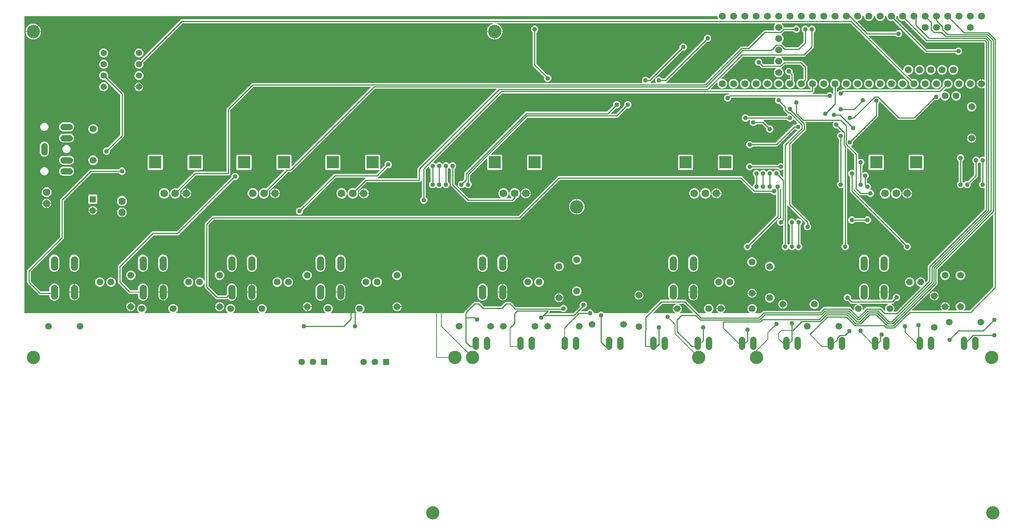
<source format=gbr>
G04 EAGLE Gerber RS-274X export*
G75*
%MOMM*%
%FSLAX34Y34*%
%LPD*%
%INBottom Copper*%
%IPPOS*%
%AMOC8*
5,1,8,0,0,1.08239X$1,22.5*%
G01*
G04 Define Apertures*
%ADD10P,1.73204X8X112.5*%
%ADD11R,1.459600X1.459600*%
%ADD12C,1.459600*%
%ADD13C,1.409600*%
%ADD14C,1.459600*%
%ADD15C,1.509600*%
%ADD16C,1.709600*%
%ADD17R,2.800000X2.800000*%
%ADD18C,1.625600*%
%ADD19C,1.574800*%
%ADD20C,1.389600*%
%ADD21C,3.000000*%
%ADD22C,1.016000*%
%ADD23C,0.243331*%
%ADD24C,0.203200*%
G36*
X487999Y500060D02*
X488249Y500232D01*
X488413Y500487D01*
X488463Y500786D01*
X488394Y501081D01*
X488241Y501301D01*
X485573Y503968D01*
X483952Y507882D01*
X483952Y512118D01*
X485573Y516032D01*
X488568Y519027D01*
X492482Y520648D01*
X496718Y520648D01*
X500632Y519027D01*
X503627Y516032D01*
X505248Y512118D01*
X505248Y507882D01*
X503627Y503968D01*
X500959Y501301D01*
X500792Y501048D01*
X500736Y500750D01*
X500801Y500454D01*
X500977Y500206D01*
X501235Y500047D01*
X501498Y500000D01*
X558502Y500000D01*
X558799Y500060D01*
X559049Y500232D01*
X559213Y500487D01*
X559263Y500786D01*
X559194Y501081D01*
X559041Y501301D01*
X556373Y503968D01*
X554752Y507882D01*
X554752Y512118D01*
X556373Y516032D01*
X559368Y519027D01*
X563282Y520648D01*
X567518Y520648D01*
X571432Y519027D01*
X574427Y516032D01*
X576048Y512118D01*
X576048Y507882D01*
X574427Y503968D01*
X571759Y501301D01*
X571592Y501048D01*
X571536Y500750D01*
X571601Y500454D01*
X571777Y500206D01*
X572035Y500047D01*
X572298Y500000D01*
X687702Y500000D01*
X687999Y500060D01*
X688249Y500232D01*
X688413Y500487D01*
X688463Y500786D01*
X688394Y501081D01*
X688241Y501301D01*
X685573Y503968D01*
X683952Y507882D01*
X683952Y512118D01*
X685573Y516032D01*
X688568Y519027D01*
X692482Y520648D01*
X696718Y520648D01*
X700632Y519027D01*
X703627Y516032D01*
X705248Y512118D01*
X705248Y507882D01*
X703627Y503968D01*
X700959Y501301D01*
X700792Y501048D01*
X700736Y500750D01*
X700801Y500454D01*
X700977Y500206D01*
X701235Y500047D01*
X701498Y500000D01*
X758502Y500000D01*
X758799Y500060D01*
X759049Y500232D01*
X759213Y500487D01*
X759263Y500786D01*
X759194Y501081D01*
X759041Y501301D01*
X756373Y503968D01*
X754752Y507882D01*
X754752Y512118D01*
X756373Y516032D01*
X759368Y519027D01*
X763282Y520648D01*
X767518Y520648D01*
X771432Y519027D01*
X774427Y516032D01*
X776048Y512118D01*
X776048Y507882D01*
X774427Y503968D01*
X771759Y501301D01*
X771592Y501048D01*
X771536Y500750D01*
X771601Y500454D01*
X771777Y500206D01*
X772035Y500047D01*
X772298Y500000D01*
X907702Y500000D01*
X907999Y500060D01*
X908249Y500232D01*
X908413Y500487D01*
X908463Y500786D01*
X908394Y501081D01*
X908241Y501301D01*
X905573Y503968D01*
X903952Y507882D01*
X903952Y512118D01*
X905573Y516032D01*
X908568Y519027D01*
X912482Y520648D01*
X916718Y520648D01*
X920632Y519027D01*
X923627Y516032D01*
X925248Y512118D01*
X925248Y507882D01*
X923627Y503968D01*
X920959Y501301D01*
X920792Y501048D01*
X920736Y500750D01*
X920801Y500454D01*
X920977Y500206D01*
X921235Y500047D01*
X921498Y500000D01*
X978502Y500000D01*
X978799Y500060D01*
X979049Y500232D01*
X979213Y500487D01*
X979263Y500786D01*
X979194Y501081D01*
X979041Y501301D01*
X976373Y503968D01*
X974752Y507882D01*
X974752Y512118D01*
X976373Y516032D01*
X979368Y519027D01*
X983282Y520648D01*
X987518Y520648D01*
X991432Y519027D01*
X994427Y516032D01*
X996048Y512118D01*
X996048Y507882D01*
X994427Y503968D01*
X991759Y501301D01*
X991592Y501048D01*
X991536Y500750D01*
X991601Y500454D01*
X991777Y500206D01*
X992035Y500047D01*
X992298Y500000D01*
X1219921Y500000D01*
X1220219Y500060D01*
X1220469Y500232D01*
X1220632Y500487D01*
X1220683Y500762D01*
X1220683Y502457D01*
X1243340Y525113D01*
X1255860Y525113D01*
X1265637Y515337D01*
X1265890Y515169D01*
X1266176Y515113D01*
X1303824Y515113D01*
X1304121Y515174D01*
X1304363Y515337D01*
X1314140Y525113D01*
X1326660Y525113D01*
X1337768Y514005D01*
X1338021Y513838D01*
X1338307Y513782D01*
X1437304Y513782D01*
X1437601Y513842D01*
X1437851Y514014D01*
X1438008Y514252D01*
X1438313Y514988D01*
X1440614Y517289D01*
X1443620Y518535D01*
X1446874Y518535D01*
X1449881Y517289D01*
X1452182Y514988D01*
X1453427Y511982D01*
X1453427Y508728D01*
X1452182Y505721D01*
X1449881Y503420D01*
X1446874Y502175D01*
X1443620Y502175D01*
X1440614Y503420D01*
X1439108Y504925D01*
X1438855Y505093D01*
X1438569Y505149D01*
X1415079Y505149D01*
X1414781Y505088D01*
X1414531Y504917D01*
X1414368Y504661D01*
X1414317Y504387D01*
X1414317Y503212D01*
X1412406Y501301D01*
X1412238Y501048D01*
X1412182Y500750D01*
X1412248Y500454D01*
X1412423Y500206D01*
X1412681Y500047D01*
X1412944Y500000D01*
X1467265Y500000D01*
X1467562Y500060D01*
X1467804Y500223D01*
X1482181Y514601D01*
X1482349Y514854D01*
X1482404Y515152D01*
X1482346Y515431D01*
X1481820Y516702D01*
X1481820Y519956D01*
X1483065Y522962D01*
X1485366Y525263D01*
X1488373Y526509D01*
X1491627Y526509D01*
X1494634Y525263D01*
X1496935Y522962D01*
X1498180Y519956D01*
X1498180Y516702D01*
X1496935Y513695D01*
X1494634Y511394D01*
X1491627Y510149D01*
X1490254Y510149D01*
X1489957Y510088D01*
X1489715Y509926D01*
X1485407Y505617D01*
X1485240Y505365D01*
X1485184Y505067D01*
X1485249Y504770D01*
X1485425Y504523D01*
X1485683Y504364D01*
X1485946Y504317D01*
X1497433Y504317D01*
X1497730Y504377D01*
X1497972Y504540D01*
X1500366Y506935D01*
X1503373Y508180D01*
X1506627Y508180D01*
X1509634Y506935D01*
X1511935Y504634D01*
X1513180Y501627D01*
X1513180Y500762D01*
X1513240Y500465D01*
X1513412Y500215D01*
X1513667Y500051D01*
X1513942Y500000D01*
X1523116Y500000D01*
X1523413Y500060D01*
X1523655Y500223D01*
X1525366Y501935D01*
X1528373Y503180D01*
X1531627Y503180D01*
X1534634Y501935D01*
X1536345Y500223D01*
X1536598Y500056D01*
X1536884Y500000D01*
X1633580Y500000D01*
X1633877Y500060D01*
X1634119Y500223D01*
X1664009Y530113D01*
X1683922Y530113D01*
X1684219Y530174D01*
X1684470Y530345D01*
X1684633Y530601D01*
X1684684Y530900D01*
X1684614Y531195D01*
X1684461Y531414D01*
X1682875Y533000D01*
X1681166Y537127D01*
X1681166Y557849D01*
X1682875Y561976D01*
X1686034Y565135D01*
X1690161Y566844D01*
X1694627Y566844D01*
X1698754Y565135D01*
X1701913Y561976D01*
X1703622Y557849D01*
X1703622Y537127D01*
X1701913Y533000D01*
X1700327Y531414D01*
X1700159Y531161D01*
X1700104Y530863D01*
X1700169Y530567D01*
X1700344Y530320D01*
X1700602Y530160D01*
X1700866Y530113D01*
X1720323Y530113D01*
X1750213Y500223D01*
X1750466Y500056D01*
X1750752Y500000D01*
X1765574Y500000D01*
X1765871Y500060D01*
X1766121Y500232D01*
X1766285Y500487D01*
X1766335Y500786D01*
X1766266Y501081D01*
X1766113Y501301D01*
X1763445Y503968D01*
X1761824Y507882D01*
X1761824Y512118D01*
X1763445Y516032D01*
X1766440Y519027D01*
X1770354Y520648D01*
X1774590Y520648D01*
X1778504Y519027D01*
X1781499Y516032D01*
X1783120Y512118D01*
X1783120Y507882D01*
X1781499Y503968D01*
X1778831Y501301D01*
X1778664Y501048D01*
X1778608Y500750D01*
X1778673Y500454D01*
X1778849Y500206D01*
X1779107Y500047D01*
X1779370Y500000D01*
X1793550Y500000D01*
X1793847Y500060D01*
X1794097Y500232D01*
X1794261Y500487D01*
X1794312Y500786D01*
X1794242Y501081D01*
X1794063Y501326D01*
X1793912Y501421D01*
X1791048Y504286D01*
X1789512Y507993D01*
X1789512Y509238D01*
X1809688Y509238D01*
X1809688Y507993D01*
X1808152Y504286D01*
X1805279Y501413D01*
X1805107Y501297D01*
X1804941Y501042D01*
X1804888Y500744D01*
X1804956Y500448D01*
X1805133Y500202D01*
X1805392Y500045D01*
X1805650Y500000D01*
X1863502Y500000D01*
X1863799Y500060D01*
X1864049Y500232D01*
X1864213Y500487D01*
X1864263Y500786D01*
X1864194Y501081D01*
X1864041Y501301D01*
X1861373Y503968D01*
X1859752Y507882D01*
X1859752Y512118D01*
X1861373Y516032D01*
X1864368Y519027D01*
X1868282Y520648D01*
X1872518Y520648D01*
X1876432Y519027D01*
X1879427Y516032D01*
X1881048Y512118D01*
X1881048Y507882D01*
X1879427Y503968D01*
X1876759Y501301D01*
X1876592Y501048D01*
X1876536Y500750D01*
X1876601Y500454D01*
X1876777Y500206D01*
X1877035Y500047D01*
X1877298Y500000D01*
X1889249Y500000D01*
X1889546Y500060D01*
X1889787Y500223D01*
X1894986Y505422D01*
X2021859Y505422D01*
X2022156Y505482D01*
X2022398Y505645D01*
X2030808Y514055D01*
X2091381Y514055D01*
X2098267Y507169D01*
X2098519Y507002D01*
X2098818Y506946D01*
X2099114Y507011D01*
X2099361Y507187D01*
X2099520Y507445D01*
X2099567Y507745D01*
X2099512Y507988D01*
X2099512Y509238D01*
X2119688Y509238D01*
X2119688Y507986D01*
X2119633Y507702D01*
X2119695Y507405D01*
X2119869Y507157D01*
X2120126Y506995D01*
X2120425Y506947D01*
X2120720Y507019D01*
X2120933Y507169D01*
X2127819Y514055D01*
X2160481Y514055D01*
X2169234Y505302D01*
X2169487Y505135D01*
X2169785Y505079D01*
X2170081Y505144D01*
X2170328Y505319D01*
X2170488Y505578D01*
X2170534Y505877D01*
X2170477Y506132D01*
X2169752Y507882D01*
X2169752Y512118D01*
X2171373Y516032D01*
X2174368Y519027D01*
X2176751Y520014D01*
X2177003Y520184D01*
X2177168Y520438D01*
X2177222Y520736D01*
X2177154Y521032D01*
X2176977Y521278D01*
X2176717Y521435D01*
X2176460Y521480D01*
X2112077Y521480D01*
X2111780Y521420D01*
X2111529Y521248D01*
X2111366Y520993D01*
X2111315Y520694D01*
X2111385Y520399D01*
X2111564Y520154D01*
X2111785Y520014D01*
X2115314Y518552D01*
X2118152Y515714D01*
X2119688Y512007D01*
X2119688Y510762D01*
X2099512Y510762D01*
X2099512Y512007D01*
X2101048Y515714D01*
X2103886Y518552D01*
X2107415Y520014D01*
X2107666Y520184D01*
X2107832Y520438D01*
X2107885Y520736D01*
X2107818Y521032D01*
X2107640Y521278D01*
X2107381Y521435D01*
X2107123Y521480D01*
X2092415Y521480D01*
X2087299Y526597D01*
X2087046Y526764D01*
X2086760Y526820D01*
X2083373Y526820D01*
X2080366Y528065D01*
X2078065Y530366D01*
X2076820Y533373D01*
X2076820Y536627D01*
X2078065Y539634D01*
X2080366Y541935D01*
X2083373Y543180D01*
X2086627Y543180D01*
X2089634Y541935D01*
X2091935Y539634D01*
X2093180Y536627D01*
X2093180Y533240D01*
X2093240Y532943D01*
X2093403Y532702D01*
X2095768Y530337D01*
X2096021Y530169D01*
X2096307Y530113D01*
X2113922Y530113D01*
X2114219Y530174D01*
X2114470Y530345D01*
X2114633Y530601D01*
X2114684Y530900D01*
X2114614Y531195D01*
X2114461Y531414D01*
X2112875Y533000D01*
X2111166Y537127D01*
X2111166Y557849D01*
X2112875Y561976D01*
X2116034Y565135D01*
X2120161Y566844D01*
X2124627Y566844D01*
X2128754Y565135D01*
X2131913Y561976D01*
X2133622Y557849D01*
X2133622Y537127D01*
X2131913Y533000D01*
X2130327Y531414D01*
X2130159Y531161D01*
X2130104Y530863D01*
X2130169Y530567D01*
X2130344Y530320D01*
X2130602Y530160D01*
X2130866Y530113D01*
X2159926Y530113D01*
X2160223Y530174D01*
X2160474Y530345D01*
X2160637Y530601D01*
X2160688Y530900D01*
X2160618Y531195D01*
X2160465Y531414D01*
X2158562Y533317D01*
X2156938Y537238D01*
X2156938Y546726D01*
X2178274Y546726D01*
X2178274Y537238D01*
X2176650Y533317D01*
X2174747Y531414D01*
X2174579Y531161D01*
X2174524Y530863D01*
X2174589Y530567D01*
X2174764Y530320D01*
X2175022Y530160D01*
X2175286Y530113D01*
X2183898Y530113D01*
X2184195Y530174D01*
X2184437Y530337D01*
X2187266Y533165D01*
X2187433Y533418D01*
X2187489Y533704D01*
X2187489Y537091D01*
X2188734Y540097D01*
X2191035Y542398D01*
X2194042Y543644D01*
X2197296Y543644D01*
X2200302Y542398D01*
X2202603Y540097D01*
X2203849Y537091D01*
X2203849Y533837D01*
X2202603Y530830D01*
X2200302Y528529D01*
X2197296Y527284D01*
X2193909Y527284D01*
X2193612Y527223D01*
X2193370Y527061D01*
X2187790Y521480D01*
X2184340Y521480D01*
X2184043Y521420D01*
X2183793Y521248D01*
X2183629Y520993D01*
X2183579Y520694D01*
X2183648Y520399D01*
X2183828Y520154D01*
X2184049Y520014D01*
X2186432Y519027D01*
X2189427Y516032D01*
X2191048Y512118D01*
X2191048Y507882D01*
X2189678Y504574D01*
X2189620Y504276D01*
X2189682Y503979D01*
X2189856Y503730D01*
X2190113Y503569D01*
X2190382Y503520D01*
X2195168Y503520D01*
X2195466Y503580D01*
X2195707Y503743D01*
X2250015Y558051D01*
X2250183Y558304D01*
X2250238Y558602D01*
X2250173Y558898D01*
X2249998Y559146D01*
X2249740Y559305D01*
X2249477Y559352D01*
X2247882Y559352D01*
X2243968Y560973D01*
X2240973Y563968D01*
X2239352Y567882D01*
X2239352Y572118D01*
X2240973Y576032D01*
X2243968Y579027D01*
X2247882Y580648D01*
X2252118Y580648D01*
X2256032Y579027D01*
X2259027Y576032D01*
X2260648Y572118D01*
X2260648Y570524D01*
X2260708Y570226D01*
X2260880Y569976D01*
X2261135Y569813D01*
X2261434Y569762D01*
X2261729Y569832D01*
X2261949Y569985D01*
X2266268Y574303D01*
X2266435Y574556D01*
X2266491Y574842D01*
X2266491Y607209D01*
X2393789Y734507D01*
X2393956Y734760D01*
X2394012Y735046D01*
X2394012Y781667D01*
X2393952Y781965D01*
X2393780Y782215D01*
X2393525Y782378D01*
X2393226Y782429D01*
X2392958Y782371D01*
X2391627Y781820D01*
X2388373Y781820D01*
X2385366Y783065D01*
X2383065Y785366D01*
X2381820Y788373D01*
X2381820Y791627D01*
X2383065Y794634D01*
X2385460Y797028D01*
X2385628Y797281D01*
X2385683Y797567D01*
X2385683Y837433D01*
X2385623Y837730D01*
X2385460Y837972D01*
X2383039Y840393D01*
X2382786Y840560D01*
X2382488Y840616D01*
X2382192Y840551D01*
X2381961Y840393D01*
X2379540Y837972D01*
X2379372Y837719D01*
X2379317Y837433D01*
X2379317Y808212D01*
X2363403Y792299D01*
X2363236Y792046D01*
X2363180Y791760D01*
X2363180Y788373D01*
X2361935Y785366D01*
X2359634Y783065D01*
X2356627Y781820D01*
X2353373Y781820D01*
X2350366Y783065D01*
X2348039Y785393D01*
X2347786Y785560D01*
X2347488Y785616D01*
X2347192Y785551D01*
X2346961Y785393D01*
X2344634Y783065D01*
X2341627Y781820D01*
X2338373Y781820D01*
X2335366Y783065D01*
X2333065Y785366D01*
X2331820Y788373D01*
X2331820Y791627D01*
X2333065Y794634D01*
X2335460Y797028D01*
X2335628Y797281D01*
X2335683Y797567D01*
X2335683Y842433D01*
X2335623Y842730D01*
X2335460Y842972D01*
X2333065Y845366D01*
X2331820Y848373D01*
X2331820Y851627D01*
X2333065Y854634D01*
X2335366Y856935D01*
X2338373Y858180D01*
X2341627Y858180D01*
X2344634Y856935D01*
X2346935Y854634D01*
X2348180Y851627D01*
X2348180Y848373D01*
X2346935Y845366D01*
X2344540Y842972D01*
X2344372Y842719D01*
X2344317Y842433D01*
X2344317Y797567D01*
X2344377Y797270D01*
X2344540Y797028D01*
X2346961Y794607D01*
X2347214Y794440D01*
X2347512Y794384D01*
X2347808Y794449D01*
X2348039Y794607D01*
X2350366Y796935D01*
X2353373Y798180D01*
X2356760Y798180D01*
X2357057Y798240D01*
X2357299Y798403D01*
X2370460Y811565D01*
X2370628Y811818D01*
X2370683Y812104D01*
X2370683Y837433D01*
X2370623Y837730D01*
X2370460Y837972D01*
X2368065Y840366D01*
X2366820Y843373D01*
X2366820Y846627D01*
X2368065Y849634D01*
X2370366Y851935D01*
X2373373Y853180D01*
X2376627Y853180D01*
X2379634Y851935D01*
X2381961Y849607D01*
X2382214Y849440D01*
X2382512Y849384D01*
X2382808Y849449D01*
X2383039Y849607D01*
X2385366Y851935D01*
X2388373Y853180D01*
X2391627Y853180D01*
X2392958Y852629D01*
X2393256Y852571D01*
X2393553Y852633D01*
X2393802Y852807D01*
X2393963Y853064D01*
X2394012Y853333D01*
X2394012Y1007684D01*
X2393952Y1007981D01*
X2393780Y1008231D01*
X2393525Y1008395D01*
X2393226Y1008445D01*
X2392958Y1008388D01*
X2389145Y1006808D01*
X2387836Y1006808D01*
X2387836Y1027636D01*
X2389145Y1027636D01*
X2392958Y1026057D01*
X2393256Y1025999D01*
X2393553Y1026062D01*
X2393802Y1026235D01*
X2393963Y1026492D01*
X2394012Y1026761D01*
X2394012Y1109568D01*
X2393952Y1109865D01*
X2393789Y1110106D01*
X2393435Y1110460D01*
X2393182Y1110628D01*
X2392896Y1110683D01*
X2262108Y1110683D01*
X2213717Y1159075D01*
X2213464Y1159243D01*
X2213166Y1159298D01*
X2212886Y1159240D01*
X2211457Y1158648D01*
X2207091Y1158648D01*
X2203058Y1160319D01*
X2199971Y1163406D01*
X2198300Y1167440D01*
X2198300Y1169238D01*
X2198240Y1169535D01*
X2198068Y1169785D01*
X2197813Y1169949D01*
X2197538Y1170000D01*
X2195610Y1170000D01*
X2195313Y1169940D01*
X2195063Y1169768D01*
X2194899Y1169513D01*
X2194848Y1169238D01*
X2194848Y1167440D01*
X2194256Y1166010D01*
X2194198Y1165713D01*
X2194261Y1165416D01*
X2194421Y1165180D01*
X2264100Y1095501D01*
X2264353Y1095334D01*
X2264639Y1095278D01*
X2328151Y1095278D01*
X2328448Y1095338D01*
X2328690Y1095501D01*
X2330726Y1097537D01*
X2333732Y1098782D01*
X2336986Y1098782D01*
X2339993Y1097537D01*
X2342294Y1095236D01*
X2343539Y1092229D01*
X2343539Y1088975D01*
X2342294Y1085968D01*
X2339993Y1083667D01*
X2336986Y1082422D01*
X2333732Y1082422D01*
X2330726Y1083667D01*
X2328425Y1085968D01*
X2328339Y1086174D01*
X2328170Y1086426D01*
X2327916Y1086591D01*
X2327635Y1086645D01*
X2260747Y1086645D01*
X2188317Y1159075D01*
X2188064Y1159243D01*
X2187766Y1159298D01*
X2187486Y1159240D01*
X2186057Y1158648D01*
X2181691Y1158648D01*
X2177658Y1160319D01*
X2174571Y1163406D01*
X2172900Y1167440D01*
X2172900Y1169238D01*
X2172840Y1169535D01*
X2172668Y1169785D01*
X2172413Y1169949D01*
X2172138Y1170000D01*
X2170210Y1170000D01*
X2169913Y1169940D01*
X2169663Y1169768D01*
X2169499Y1169513D01*
X2169448Y1169238D01*
X2169448Y1167440D01*
X2167777Y1163406D01*
X2164690Y1160319D01*
X2160657Y1158648D01*
X2156291Y1158648D01*
X2152258Y1160319D01*
X2149171Y1163406D01*
X2147500Y1167440D01*
X2147500Y1169238D01*
X2147440Y1169535D01*
X2147268Y1169785D01*
X2147013Y1169949D01*
X2146738Y1170000D01*
X2144810Y1170000D01*
X2144513Y1169940D01*
X2144263Y1169768D01*
X2144099Y1169513D01*
X2144048Y1169238D01*
X2144048Y1167440D01*
X2142377Y1163406D01*
X2139290Y1160319D01*
X2135257Y1158648D01*
X2130891Y1158648D01*
X2126858Y1160319D01*
X2123771Y1163406D01*
X2122100Y1167440D01*
X2122100Y1169238D01*
X2122040Y1169535D01*
X2121868Y1169785D01*
X2121613Y1169949D01*
X2121338Y1170000D01*
X2119410Y1170000D01*
X2119113Y1169940D01*
X2118863Y1169768D01*
X2118699Y1169513D01*
X2118648Y1169238D01*
X2118648Y1167440D01*
X2116977Y1163406D01*
X2113890Y1160319D01*
X2109857Y1158648D01*
X2109296Y1158648D01*
X2108999Y1158588D01*
X2108749Y1158417D01*
X2108585Y1158161D01*
X2108534Y1157862D01*
X2108604Y1157567D01*
X2108757Y1157348D01*
X2131206Y1134899D01*
X2131458Y1134732D01*
X2131744Y1134676D01*
X2192792Y1134676D01*
X2193089Y1134736D01*
X2193331Y1134899D01*
X2195726Y1137294D01*
X2198732Y1138539D01*
X2201986Y1138539D01*
X2204993Y1137294D01*
X2207294Y1134993D01*
X2208539Y1131986D01*
X2208539Y1128732D01*
X2207294Y1125726D01*
X2204993Y1123425D01*
X2201986Y1122179D01*
X2198732Y1122179D01*
X2195726Y1123425D01*
X2193331Y1125819D01*
X2193078Y1125987D01*
X2192792Y1126043D01*
X2133798Y1126043D01*
X2133501Y1125982D01*
X2133251Y1125811D01*
X2133087Y1125555D01*
X2133036Y1125256D01*
X2133106Y1124961D01*
X2133259Y1124742D01*
X2209699Y1048302D01*
X2209952Y1048134D01*
X2210250Y1048079D01*
X2210546Y1048144D01*
X2210794Y1048319D01*
X2210953Y1048577D01*
X2211000Y1048841D01*
X2211000Y1051155D01*
X2212671Y1055189D01*
X2215758Y1058276D01*
X2219791Y1059946D01*
X2224157Y1059946D01*
X2228190Y1058276D01*
X2231277Y1055189D01*
X2232948Y1051155D01*
X2232948Y1046790D01*
X2231277Y1042756D01*
X2228190Y1039669D01*
X2224157Y1037998D01*
X2221842Y1037998D01*
X2221545Y1037938D01*
X2221295Y1037767D01*
X2221132Y1037511D01*
X2221081Y1037212D01*
X2221151Y1036917D01*
X2221304Y1036698D01*
X2230232Y1027770D01*
X2230484Y1027602D01*
X2230782Y1027546D01*
X2231062Y1027604D01*
X2232491Y1028196D01*
X2236857Y1028196D01*
X2240890Y1026526D01*
X2243977Y1023439D01*
X2245648Y1019405D01*
X2245648Y1015040D01*
X2243977Y1011006D01*
X2240890Y1007919D01*
X2236857Y1006248D01*
X2232491Y1006248D01*
X2228458Y1007919D01*
X2225371Y1011006D01*
X2223700Y1015040D01*
X2223700Y1019405D01*
X2224292Y1020834D01*
X2224350Y1021132D01*
X2224287Y1021429D01*
X2224127Y1021665D01*
X2092083Y1153709D01*
X2091830Y1153876D01*
X2091544Y1153932D01*
X1937524Y1153932D01*
X1937226Y1153872D01*
X1936976Y1153700D01*
X1936813Y1153445D01*
X1936762Y1153146D01*
X1936832Y1152851D01*
X1936985Y1152631D01*
X1939177Y1150439D01*
X1940848Y1146405D01*
X1940848Y1145079D01*
X1940908Y1144781D01*
X1941080Y1144531D01*
X1941335Y1144368D01*
X1941610Y1144317D01*
X1962433Y1144317D01*
X1962730Y1144377D01*
X1962972Y1144540D01*
X1965366Y1146935D01*
X1968373Y1148180D01*
X1971627Y1148180D01*
X1974634Y1146935D01*
X1976935Y1144634D01*
X1978180Y1141627D01*
X1978180Y1138373D01*
X1976935Y1135366D01*
X1974634Y1133065D01*
X1971627Y1131820D01*
X1968373Y1131820D01*
X1965366Y1133065D01*
X1962972Y1135460D01*
X1962719Y1135628D01*
X1962433Y1135683D01*
X1943485Y1135683D01*
X1943188Y1135623D01*
X1942946Y1135460D01*
X1936390Y1128904D01*
X1936222Y1128651D01*
X1936167Y1128353D01*
X1936232Y1128057D01*
X1936390Y1127826D01*
X1939177Y1125039D01*
X1940848Y1121005D01*
X1940848Y1116640D01*
X1939177Y1112606D01*
X1936390Y1109819D01*
X1936222Y1109566D01*
X1936167Y1109268D01*
X1936232Y1108972D01*
X1936390Y1108741D01*
X1939021Y1106110D01*
X1945591Y1099540D01*
X1945844Y1099372D01*
X1946130Y1099317D01*
X1972896Y1099317D01*
X1973194Y1099377D01*
X1973435Y1099540D01*
X1985460Y1111565D01*
X1985628Y1111818D01*
X1985683Y1112104D01*
X1985683Y1132433D01*
X1985623Y1132730D01*
X1985460Y1132972D01*
X1983065Y1135366D01*
X1981820Y1138373D01*
X1981820Y1141627D01*
X1983065Y1144634D01*
X1985366Y1146935D01*
X1988373Y1148180D01*
X1991627Y1148180D01*
X1994634Y1146935D01*
X1996961Y1144607D01*
X1997214Y1144440D01*
X1997512Y1144384D01*
X1997808Y1144449D01*
X1998039Y1144607D01*
X2000366Y1146935D01*
X2003373Y1148180D01*
X2006627Y1148180D01*
X2009634Y1146935D01*
X2011935Y1144634D01*
X2013180Y1141627D01*
X2013180Y1138373D01*
X2011935Y1135366D01*
X2009540Y1132972D01*
X2009372Y1132719D01*
X2009317Y1132433D01*
X2009317Y1098212D01*
X1989088Y1077983D01*
X1937273Y1077983D01*
X1936975Y1077923D01*
X1936725Y1077751D01*
X1936562Y1077496D01*
X1936511Y1077197D01*
X1936581Y1076902D01*
X1936734Y1076682D01*
X1939177Y1074239D01*
X1940848Y1070205D01*
X1940848Y1070079D01*
X1940908Y1069781D01*
X1941080Y1069531D01*
X1941335Y1069368D01*
X1941610Y1069317D01*
X1981788Y1069317D01*
X1994317Y1056788D01*
X1994317Y1024760D01*
X1991221Y1021665D01*
X1991054Y1021412D01*
X1990998Y1021114D01*
X1991056Y1020834D01*
X1991648Y1019405D01*
X1991648Y1015040D01*
X1989977Y1011006D01*
X1986890Y1007919D01*
X1982857Y1006248D01*
X1978491Y1006248D01*
X1974458Y1007919D01*
X1971371Y1011006D01*
X1969700Y1015040D01*
X1969700Y1019405D01*
X1971371Y1023439D01*
X1974458Y1026526D01*
X1978491Y1028196D01*
X1982857Y1028196D01*
X1984286Y1027604D01*
X1984584Y1027546D01*
X1984880Y1027609D01*
X1985117Y1027770D01*
X1985460Y1028113D01*
X1985628Y1028366D01*
X1985683Y1028652D01*
X1985683Y1052896D01*
X1985623Y1053194D01*
X1985460Y1053435D01*
X1978435Y1060460D01*
X1978182Y1060628D01*
X1977896Y1060683D01*
X1944685Y1060683D01*
X1944388Y1060623D01*
X1944146Y1060460D01*
X1936390Y1052704D01*
X1936222Y1052451D01*
X1936167Y1052153D01*
X1936232Y1051857D01*
X1936390Y1051626D01*
X1939177Y1048839D01*
X1940848Y1044805D01*
X1940848Y1040440D01*
X1939177Y1036406D01*
X1936090Y1033319D01*
X1932057Y1031648D01*
X1927691Y1031648D01*
X1923658Y1033319D01*
X1920571Y1036406D01*
X1918900Y1040440D01*
X1918900Y1044805D01*
X1920571Y1048839D01*
X1923014Y1051282D01*
X1923182Y1051535D01*
X1923237Y1051833D01*
X1923172Y1052129D01*
X1922997Y1052377D01*
X1922739Y1052536D01*
X1922475Y1052583D01*
X1892088Y1052583D01*
X1887299Y1057373D01*
X1887046Y1057540D01*
X1886760Y1057596D01*
X1883373Y1057596D01*
X1880366Y1058841D01*
X1878065Y1061142D01*
X1876820Y1064149D01*
X1876820Y1067403D01*
X1878065Y1070409D01*
X1880366Y1072710D01*
X1883373Y1073956D01*
X1886627Y1073956D01*
X1889634Y1072710D01*
X1891935Y1070409D01*
X1893180Y1067403D01*
X1893180Y1064016D01*
X1893240Y1063719D01*
X1893403Y1063477D01*
X1895441Y1061440D01*
X1895694Y1061272D01*
X1895980Y1061216D01*
X1919675Y1061216D01*
X1919972Y1061277D01*
X1920222Y1061448D01*
X1920385Y1061704D01*
X1920436Y1062003D01*
X1920379Y1062270D01*
X1918900Y1065840D01*
X1918900Y1070205D01*
X1920571Y1074239D01*
X1923014Y1076682D01*
X1923182Y1076935D01*
X1923237Y1077233D01*
X1923172Y1077529D01*
X1922997Y1077777D01*
X1922739Y1077936D01*
X1922475Y1077983D01*
X1849403Y1077983D01*
X1849106Y1077923D01*
X1848865Y1077760D01*
X1800602Y1029497D01*
X1800434Y1029244D01*
X1800379Y1028946D01*
X1800444Y1028650D01*
X1800619Y1028403D01*
X1800877Y1028243D01*
X1801141Y1028196D01*
X1805057Y1028196D01*
X1809090Y1026526D01*
X1812177Y1023439D01*
X1813848Y1019405D01*
X1813848Y1015040D01*
X1812177Y1011006D01*
X1809090Y1007919D01*
X1805057Y1006248D01*
X1800691Y1006248D01*
X1796658Y1007919D01*
X1793571Y1011006D01*
X1791900Y1015040D01*
X1791900Y1018956D01*
X1791840Y1019253D01*
X1791668Y1019503D01*
X1791413Y1019666D01*
X1791114Y1019717D01*
X1790819Y1019648D01*
X1790599Y1019495D01*
X1776722Y1005617D01*
X1776555Y1005365D01*
X1776499Y1005067D01*
X1776564Y1004770D01*
X1776740Y1004523D01*
X1776998Y1004364D01*
X1777261Y1004317D01*
X2000995Y1004317D01*
X2001293Y1004377D01*
X2001543Y1004549D01*
X2001706Y1004804D01*
X2001757Y1005079D01*
X2001757Y1006623D01*
X2001697Y1006920D01*
X2001526Y1007170D01*
X2001287Y1007327D01*
X1999858Y1007919D01*
X1996771Y1011006D01*
X1995100Y1015040D01*
X1995100Y1019405D01*
X1996771Y1023439D01*
X1999858Y1026526D01*
X2003891Y1028196D01*
X2008257Y1028196D01*
X2012290Y1026526D01*
X2015377Y1023439D01*
X2017048Y1019405D01*
X2017048Y1015040D01*
X2015377Y1011006D01*
X2012290Y1007919D01*
X2010861Y1007327D01*
X2010610Y1007158D01*
X2010444Y1006903D01*
X2010391Y1006623D01*
X2010391Y999286D01*
X2006722Y995617D01*
X2006555Y995365D01*
X2006499Y995067D01*
X2006564Y994770D01*
X2006740Y994523D01*
X2006998Y994364D01*
X2007261Y994317D01*
X2037433Y994317D01*
X2037730Y994377D01*
X2037972Y994540D01*
X2040366Y996935D01*
X2043373Y998180D01*
X2046627Y998180D01*
X2049634Y996935D01*
X2051257Y995312D01*
X2051509Y995144D01*
X2051808Y995089D01*
X2052104Y995154D01*
X2052351Y995329D01*
X2052510Y995587D01*
X2052557Y995851D01*
X2052557Y1006623D01*
X2052497Y1006920D01*
X2052326Y1007170D01*
X2052087Y1007327D01*
X2050658Y1007919D01*
X2047571Y1011006D01*
X2045900Y1015040D01*
X2045900Y1019405D01*
X2047571Y1023439D01*
X2050658Y1026526D01*
X2054691Y1028196D01*
X2059057Y1028196D01*
X2063090Y1026526D01*
X2066177Y1023439D01*
X2067848Y1019405D01*
X2067848Y1015040D01*
X2066177Y1011006D01*
X2063090Y1007919D01*
X2061661Y1007327D01*
X2061410Y1007158D01*
X2061244Y1006903D01*
X2061191Y1006623D01*
X2061191Y998939D01*
X2061251Y998641D01*
X2061423Y998391D01*
X2061678Y998228D01*
X2061977Y998177D01*
X2062272Y998247D01*
X2062517Y998426D01*
X2062657Y998647D01*
X2063065Y999634D01*
X2065366Y1001935D01*
X2068373Y1003180D01*
X2071760Y1003180D01*
X2072057Y1003240D01*
X2072299Y1003403D01*
X2073212Y1004317D01*
X2291548Y1004317D01*
X2291845Y1004377D01*
X2292087Y1004540D01*
X2300327Y1012780D01*
X2300494Y1013033D01*
X2300550Y1013331D01*
X2300492Y1013610D01*
X2299900Y1015040D01*
X2299900Y1019405D01*
X2301571Y1023439D01*
X2304658Y1026526D01*
X2308691Y1028196D01*
X2313057Y1028196D01*
X2317090Y1026526D01*
X2320177Y1023439D01*
X2321848Y1019405D01*
X2321848Y1015040D01*
X2320177Y1011006D01*
X2317090Y1007919D01*
X2313057Y1006248D01*
X2308691Y1006248D01*
X2307262Y1006840D01*
X2306964Y1006898D01*
X2306668Y1006836D01*
X2306432Y1006675D01*
X2301361Y1001605D01*
X2301194Y1001352D01*
X2301138Y1001054D01*
X2301203Y1000758D01*
X2301379Y1000510D01*
X2301637Y1000351D01*
X2301936Y1000305D01*
X2302192Y1000362D01*
X2302882Y1000648D01*
X2307118Y1000648D01*
X2311032Y999027D01*
X2314027Y996032D01*
X2315648Y992118D01*
X2315648Y987882D01*
X2314027Y983968D01*
X2311032Y980973D01*
X2307118Y979352D01*
X2302882Y979352D01*
X2298968Y980973D01*
X2295973Y983968D01*
X2294646Y987172D01*
X2294477Y987424D01*
X2294222Y987589D01*
X2293924Y987642D01*
X2293628Y987575D01*
X2293382Y987398D01*
X2293225Y987138D01*
X2293180Y986881D01*
X2293180Y986342D01*
X2291935Y983336D01*
X2289634Y981035D01*
X2286627Y979789D01*
X2283373Y979789D01*
X2282090Y980321D01*
X2281793Y980379D01*
X2281496Y980316D01*
X2281260Y980155D01*
X2236788Y935683D01*
X2199272Y935683D01*
X2158729Y976227D01*
X2158476Y976394D01*
X2158178Y976450D01*
X2157882Y976385D01*
X2157634Y976209D01*
X2157486Y975979D01*
X2156935Y974648D01*
X2154540Y972253D01*
X2154372Y972000D01*
X2154317Y971714D01*
X2154317Y943279D01*
X2098336Y887299D01*
X2098169Y887046D01*
X2098113Y886760D01*
X2098113Y883373D01*
X2096867Y880366D01*
X2094566Y878065D01*
X2093235Y877514D01*
X2092984Y877344D01*
X2092818Y877090D01*
X2092765Y876792D01*
X2092832Y876496D01*
X2092988Y876271D01*
X2109317Y859942D01*
X2109317Y847640D01*
X2109377Y847343D01*
X2109549Y847093D01*
X2109804Y846929D01*
X2110103Y846879D01*
X2110370Y846936D01*
X2113373Y848180D01*
X2116627Y848180D01*
X2119634Y846935D01*
X2121935Y844634D01*
X2123180Y841627D01*
X2123180Y838373D01*
X2121935Y835366D01*
X2119540Y832972D01*
X2119372Y832719D01*
X2119317Y832433D01*
X2119317Y817640D01*
X2119377Y817343D01*
X2119549Y817093D01*
X2119804Y816929D01*
X2120103Y816879D01*
X2120370Y816936D01*
X2123373Y818180D01*
X2126627Y818180D01*
X2129634Y816935D01*
X2131935Y814634D01*
X2133180Y811627D01*
X2133180Y808373D01*
X2131935Y805366D01*
X2129540Y802972D01*
X2129372Y802719D01*
X2129317Y802433D01*
X2129317Y793942D01*
X2129377Y793645D01*
X2129549Y793395D01*
X2129804Y793231D01*
X2130079Y793180D01*
X2131627Y793180D01*
X2134634Y791935D01*
X2136935Y789634D01*
X2138180Y786627D01*
X2138180Y783373D01*
X2136935Y780366D01*
X2136049Y779481D01*
X2135882Y779228D01*
X2135826Y778930D01*
X2135891Y778634D01*
X2136067Y778386D01*
X2136325Y778227D01*
X2136588Y778180D01*
X2138658Y778180D01*
X2141664Y776935D01*
X2143965Y774634D01*
X2145211Y771627D01*
X2145211Y768373D01*
X2143965Y765366D01*
X2141664Y763065D01*
X2138658Y761820D01*
X2135404Y761820D01*
X2132397Y763065D01*
X2130002Y765460D01*
X2129749Y765628D01*
X2129463Y765683D01*
X2113212Y765683D01*
X2100617Y778278D01*
X2100365Y778445D01*
X2100067Y778501D01*
X2099770Y778436D01*
X2099523Y778260D01*
X2099364Y778002D01*
X2099317Y777739D01*
X2099317Y777104D01*
X2099377Y776806D01*
X2099540Y776565D01*
X2217702Y658403D01*
X2217954Y658236D01*
X2218240Y658180D01*
X2221627Y658180D01*
X2224634Y656935D01*
X2226935Y654634D01*
X2228180Y651627D01*
X2228180Y648373D01*
X2226935Y645366D01*
X2224634Y643065D01*
X2221627Y641820D01*
X2218373Y641820D01*
X2215366Y643065D01*
X2213065Y645366D01*
X2211820Y648373D01*
X2211820Y651760D01*
X2211760Y652057D01*
X2211597Y652299D01*
X2090683Y773212D01*
X2090683Y807433D01*
X2090623Y807730D01*
X2090460Y807972D01*
X2088065Y810366D01*
X2086820Y813373D01*
X2086820Y816627D01*
X2088065Y819634D01*
X2090366Y821935D01*
X2093373Y823180D01*
X2096627Y823180D01*
X2099630Y821936D01*
X2099927Y821878D01*
X2100224Y821941D01*
X2100473Y822114D01*
X2100634Y822371D01*
X2100683Y822640D01*
X2100683Y856051D01*
X2100623Y856348D01*
X2100460Y856589D01*
X2085617Y871432D01*
X2085365Y871600D01*
X2085067Y871655D01*
X2084770Y871590D01*
X2084523Y871415D01*
X2084364Y871157D01*
X2084317Y870893D01*
X2084317Y657567D01*
X2084377Y657270D01*
X2084540Y657028D01*
X2086935Y654634D01*
X2088180Y651627D01*
X2088180Y648373D01*
X2086935Y645366D01*
X2084634Y643065D01*
X2081627Y641820D01*
X2078373Y641820D01*
X2075366Y643065D01*
X2073065Y645366D01*
X2071820Y648373D01*
X2071820Y651627D01*
X2073065Y654634D01*
X2075460Y657028D01*
X2075628Y657281D01*
X2075683Y657567D01*
X2075683Y782360D01*
X2075623Y782657D01*
X2075452Y782907D01*
X2075196Y783071D01*
X2074897Y783121D01*
X2074630Y783064D01*
X2071627Y781820D01*
X2068373Y781820D01*
X2065366Y783065D01*
X2063065Y785366D01*
X2061820Y788373D01*
X2061820Y791627D01*
X2063065Y794634D01*
X2065460Y797028D01*
X2065628Y797281D01*
X2065683Y797567D01*
X2065683Y892433D01*
X2065623Y892730D01*
X2065460Y892972D01*
X2063065Y895366D01*
X2061820Y898373D01*
X2061820Y901627D01*
X2063065Y904634D01*
X2065366Y906935D01*
X2068373Y908180D01*
X2068876Y908180D01*
X2069173Y908240D01*
X2069423Y908412D01*
X2069586Y908667D01*
X2069637Y908966D01*
X2069568Y909261D01*
X2069415Y909481D01*
X2062299Y916597D01*
X2062046Y916764D01*
X2061760Y916820D01*
X2058373Y916820D01*
X2055366Y918065D01*
X2053065Y920366D01*
X2051820Y923373D01*
X2051820Y926627D01*
X2053064Y929630D01*
X2053122Y929927D01*
X2053059Y930224D01*
X2052886Y930473D01*
X2052629Y930634D01*
X2052360Y930683D01*
X1991073Y930683D01*
X1990776Y930623D01*
X1990526Y930452D01*
X1990362Y930196D01*
X1990311Y929897D01*
X1990381Y929602D01*
X1990534Y929383D01*
X1991737Y928180D01*
X1991737Y913286D01*
X1959540Y881089D01*
X1959372Y880836D01*
X1959317Y880550D01*
X1959317Y747104D01*
X1959377Y746806D01*
X1959540Y746565D01*
X1999317Y706788D01*
X1999317Y702567D01*
X1999377Y702270D01*
X1999540Y702028D01*
X2001935Y699634D01*
X2003180Y696627D01*
X2003180Y693373D01*
X2001935Y690366D01*
X1999634Y688065D01*
X1996627Y686820D01*
X1993373Y686820D01*
X1990366Y688065D01*
X1988065Y690366D01*
X1986820Y693373D01*
X1986820Y696627D01*
X1988065Y699634D01*
X1990460Y702028D01*
X1990628Y702281D01*
X1990683Y702567D01*
X1990683Y702896D01*
X1990623Y703194D01*
X1990460Y703435D01*
X1950617Y743278D01*
X1950365Y743445D01*
X1950067Y743501D01*
X1949770Y743436D01*
X1949523Y743260D01*
X1949364Y743002D01*
X1949317Y742739D01*
X1949317Y657567D01*
X1949377Y657270D01*
X1949540Y657028D01*
X1951961Y654607D01*
X1952214Y654440D01*
X1952512Y654384D01*
X1952808Y654449D01*
X1953039Y654607D01*
X1955460Y657028D01*
X1955628Y657281D01*
X1955683Y657567D01*
X1955683Y697433D01*
X1955623Y697730D01*
X1955460Y697972D01*
X1953065Y700366D01*
X1951820Y703373D01*
X1951820Y706627D01*
X1953065Y709634D01*
X1955366Y711935D01*
X1958373Y713180D01*
X1961627Y713180D01*
X1964634Y711935D01*
X1966961Y709607D01*
X1967214Y709440D01*
X1967512Y709384D01*
X1967808Y709449D01*
X1968039Y709607D01*
X1970366Y711935D01*
X1973373Y713180D01*
X1976627Y713180D01*
X1979634Y711935D01*
X1981935Y709634D01*
X1983180Y706627D01*
X1983180Y703373D01*
X1981935Y700366D01*
X1979540Y697972D01*
X1979372Y697719D01*
X1979317Y697433D01*
X1979317Y657567D01*
X1979377Y657270D01*
X1979540Y657028D01*
X1981935Y654634D01*
X1983180Y651627D01*
X1983180Y648373D01*
X1981935Y645366D01*
X1979634Y643065D01*
X1976627Y641820D01*
X1973373Y641820D01*
X1970366Y643065D01*
X1968039Y645393D01*
X1967786Y645560D01*
X1967488Y645616D01*
X1967192Y645551D01*
X1966961Y645393D01*
X1964634Y643065D01*
X1961627Y641820D01*
X1958373Y641820D01*
X1955366Y643065D01*
X1953039Y645393D01*
X1952786Y645560D01*
X1952488Y645616D01*
X1952192Y645551D01*
X1951961Y645393D01*
X1949634Y643065D01*
X1946627Y641820D01*
X1943373Y641820D01*
X1940366Y643065D01*
X1938065Y645366D01*
X1936820Y648373D01*
X1936820Y651627D01*
X1938065Y654634D01*
X1940460Y657028D01*
X1940628Y657281D01*
X1940683Y657567D01*
X1940683Y697360D01*
X1940623Y697657D01*
X1940452Y697907D01*
X1940196Y698071D01*
X1939897Y698121D01*
X1939630Y698064D01*
X1936627Y696820D01*
X1933373Y696820D01*
X1930366Y698065D01*
X1928065Y700366D01*
X1926820Y703373D01*
X1926820Y706627D01*
X1928065Y709634D01*
X1930366Y711935D01*
X1933373Y713180D01*
X1934921Y713180D01*
X1935219Y713240D01*
X1935469Y713412D01*
X1935632Y713667D01*
X1935683Y713942D01*
X1935683Y779306D01*
X1935623Y779603D01*
X1935452Y779853D01*
X1935196Y780017D01*
X1934897Y780068D01*
X1934602Y779998D01*
X1934383Y779845D01*
X1932869Y778331D01*
X1932701Y778078D01*
X1932645Y777792D01*
X1932645Y716541D01*
X1868403Y652299D01*
X1868236Y652046D01*
X1868180Y651760D01*
X1868180Y648373D01*
X1866935Y645366D01*
X1864634Y643065D01*
X1861627Y641820D01*
X1858373Y641820D01*
X1855366Y643065D01*
X1853065Y645366D01*
X1851820Y648373D01*
X1851820Y651627D01*
X1853065Y654634D01*
X1855366Y656935D01*
X1858373Y658180D01*
X1861760Y658180D01*
X1862057Y658240D01*
X1862299Y658403D01*
X1923789Y719894D01*
X1923956Y720146D01*
X1924012Y720432D01*
X1924012Y766667D01*
X1923952Y766965D01*
X1923780Y767215D01*
X1923525Y767378D01*
X1923226Y767429D01*
X1922958Y767371D01*
X1921627Y766820D01*
X1918373Y766820D01*
X1915366Y768065D01*
X1912972Y770460D01*
X1912719Y770628D01*
X1912433Y770683D01*
X1873212Y770683D01*
X1843435Y800460D01*
X1843182Y800628D01*
X1842896Y800683D01*
X1437104Y800683D01*
X1436806Y800623D01*
X1436565Y800460D01*
X1346788Y710683D01*
X657104Y710683D01*
X656806Y710623D01*
X656565Y710460D01*
X645337Y699232D01*
X645169Y698979D01*
X645113Y698693D01*
X645113Y561307D01*
X645174Y561010D01*
X645337Y560768D01*
X666168Y539937D01*
X666421Y539769D01*
X666707Y539713D01*
X683293Y539713D01*
X683590Y539774D01*
X683832Y539937D01*
X685943Y542048D01*
X686110Y542300D01*
X686166Y542586D01*
X686166Y557849D01*
X687875Y561976D01*
X691034Y565135D01*
X695161Y566844D01*
X699627Y566844D01*
X703754Y565135D01*
X706913Y561976D01*
X708622Y557849D01*
X708622Y537127D01*
X706913Y533000D01*
X703754Y529841D01*
X699627Y528132D01*
X695161Y528132D01*
X691034Y529841D01*
X689029Y531846D01*
X688776Y532014D01*
X688478Y532070D01*
X688182Y532004D01*
X687951Y531846D01*
X687185Y531080D01*
X662815Y531080D01*
X636480Y557415D01*
X636480Y566060D01*
X636420Y566357D01*
X636248Y566607D01*
X635993Y566771D01*
X635694Y566821D01*
X635399Y566752D01*
X635154Y566572D01*
X635014Y566351D01*
X634027Y563968D01*
X631032Y560973D01*
X627118Y559352D01*
X622882Y559352D01*
X618968Y560973D01*
X615973Y563968D01*
X614352Y567882D01*
X614352Y572118D01*
X615973Y576032D01*
X618968Y579027D01*
X622882Y580648D01*
X627118Y580648D01*
X631032Y579027D01*
X634027Y576032D01*
X635014Y573649D01*
X635184Y573397D01*
X635438Y573232D01*
X635736Y573178D01*
X636032Y573246D01*
X636278Y573423D01*
X636435Y573683D01*
X636480Y573940D01*
X636480Y702585D01*
X653212Y719317D01*
X1342896Y719317D01*
X1343194Y719377D01*
X1343435Y719540D01*
X1433212Y809317D01*
X1846788Y809317D01*
X1870519Y785586D01*
X1870772Y785418D01*
X1871070Y785362D01*
X1871366Y785428D01*
X1871614Y785603D01*
X1871773Y785861D01*
X1871820Y786124D01*
X1871820Y786627D01*
X1873065Y789634D01*
X1875460Y792028D01*
X1875628Y792281D01*
X1875683Y792567D01*
X1875683Y807433D01*
X1875623Y807730D01*
X1875460Y807972D01*
X1873065Y810366D01*
X1871820Y813373D01*
X1871820Y816627D01*
X1873065Y819634D01*
X1875366Y821935D01*
X1878373Y823180D01*
X1881627Y823180D01*
X1884634Y821935D01*
X1886961Y819607D01*
X1887214Y819440D01*
X1887512Y819384D01*
X1887808Y819449D01*
X1888039Y819607D01*
X1890366Y821935D01*
X1893373Y823180D01*
X1896627Y823180D01*
X1899634Y821935D01*
X1901961Y819607D01*
X1902214Y819440D01*
X1902512Y819384D01*
X1902808Y819449D01*
X1903039Y819607D01*
X1905366Y821935D01*
X1908373Y823180D01*
X1911627Y823180D01*
X1914634Y821935D01*
X1916961Y819607D01*
X1917214Y819440D01*
X1917512Y819384D01*
X1917808Y819449D01*
X1918039Y819607D01*
X1920366Y821935D01*
X1923373Y823180D01*
X1926627Y823180D01*
X1929276Y822083D01*
X1929573Y822025D01*
X1929703Y822053D01*
X1929744Y821888D01*
X1929894Y821674D01*
X1931935Y819634D01*
X1933180Y816627D01*
X1933180Y813240D01*
X1933240Y812943D01*
X1933403Y812702D01*
X1939383Y806722D01*
X1939635Y806555D01*
X1939934Y806499D01*
X1940230Y806564D01*
X1940477Y806740D01*
X1940636Y806998D01*
X1940683Y807261D01*
X1940683Y822360D01*
X1940623Y822657D01*
X1940452Y822907D01*
X1940196Y823071D01*
X1939897Y823121D01*
X1939630Y823064D01*
X1936627Y821820D01*
X1933373Y821820D01*
X1930725Y822917D01*
X1930427Y822975D01*
X1930297Y822947D01*
X1930256Y823112D01*
X1930106Y823326D01*
X1927972Y825460D01*
X1927719Y825628D01*
X1927433Y825683D01*
X1872567Y825683D01*
X1872270Y825623D01*
X1872028Y825460D01*
X1869634Y823065D01*
X1866627Y821820D01*
X1863373Y821820D01*
X1860366Y823065D01*
X1858065Y825366D01*
X1856820Y828373D01*
X1856820Y831627D01*
X1858065Y834634D01*
X1860366Y836935D01*
X1863373Y838180D01*
X1866627Y838180D01*
X1869634Y836935D01*
X1872028Y834540D01*
X1872281Y834372D01*
X1872567Y834317D01*
X1927433Y834317D01*
X1927730Y834377D01*
X1927972Y834540D01*
X1930366Y836935D01*
X1933373Y838180D01*
X1936627Y838180D01*
X1939630Y836936D01*
X1939927Y836878D01*
X1940224Y836941D01*
X1940473Y837114D01*
X1940634Y837371D01*
X1940683Y837640D01*
X1940683Y880757D01*
X1971571Y911645D01*
X1971739Y911897D01*
X1971794Y912196D01*
X1971729Y912492D01*
X1971554Y912739D01*
X1971324Y912887D01*
X1969993Y913439D01*
X1967807Y915625D01*
X1967554Y915792D01*
X1967256Y915848D01*
X1966960Y915783D01*
X1966729Y915625D01*
X1926788Y875683D01*
X1872567Y875683D01*
X1872270Y875623D01*
X1872028Y875460D01*
X1869634Y873065D01*
X1866627Y871820D01*
X1863373Y871820D01*
X1860366Y873065D01*
X1858065Y875366D01*
X1856820Y878373D01*
X1856820Y881627D01*
X1858065Y884634D01*
X1860366Y886935D01*
X1863373Y888180D01*
X1866627Y888180D01*
X1869634Y886935D01*
X1872028Y884540D01*
X1872281Y884372D01*
X1872567Y884317D01*
X1922896Y884317D01*
X1923194Y884377D01*
X1923435Y884540D01*
X1963586Y924690D01*
X1967059Y924690D01*
X1967356Y924751D01*
X1967598Y924913D01*
X1969993Y927308D01*
X1971832Y928070D01*
X1972084Y928240D01*
X1972249Y928494D01*
X1972302Y928792D01*
X1972235Y929088D01*
X1972079Y929313D01*
X1964088Y937304D01*
X1963835Y937472D01*
X1963537Y937527D01*
X1963241Y937462D01*
X1962994Y937287D01*
X1962845Y937057D01*
X1962294Y935726D01*
X1959993Y933425D01*
X1956986Y932179D01*
X1953732Y932179D01*
X1950726Y933425D01*
X1948690Y935460D01*
X1948437Y935628D01*
X1948151Y935683D01*
X1897261Y935683D01*
X1896964Y935623D01*
X1896714Y935452D01*
X1896550Y935196D01*
X1896499Y934897D01*
X1896569Y934602D01*
X1896722Y934383D01*
X1907702Y923403D01*
X1907954Y923236D01*
X1908240Y923180D01*
X1911627Y923180D01*
X1914634Y921935D01*
X1916935Y919634D01*
X1918180Y916627D01*
X1918180Y913373D01*
X1916935Y910366D01*
X1914634Y908065D01*
X1911627Y906820D01*
X1908373Y906820D01*
X1905366Y908065D01*
X1903065Y910366D01*
X1901820Y913373D01*
X1901820Y916760D01*
X1901760Y917057D01*
X1901597Y917299D01*
X1893435Y925460D01*
X1893182Y925628D01*
X1892896Y925683D01*
X1880537Y925683D01*
X1880239Y925623D01*
X1879998Y925460D01*
X1877603Y923065D01*
X1874596Y921820D01*
X1871342Y921820D01*
X1868336Y923065D01*
X1866035Y925366D01*
X1864789Y928373D01*
X1864789Y931627D01*
X1866033Y934630D01*
X1866091Y934927D01*
X1866028Y935224D01*
X1865855Y935473D01*
X1865598Y935634D01*
X1865329Y935683D01*
X1862567Y935683D01*
X1862270Y935623D01*
X1862028Y935460D01*
X1859634Y933065D01*
X1856627Y931820D01*
X1853373Y931820D01*
X1850366Y933065D01*
X1848065Y935366D01*
X1846820Y938373D01*
X1846820Y941627D01*
X1848065Y944634D01*
X1850366Y946935D01*
X1853373Y948180D01*
X1856627Y948180D01*
X1859634Y946935D01*
X1862028Y944540D01*
X1862281Y944372D01*
X1862567Y944317D01*
X1947635Y944317D01*
X1947933Y944377D01*
X1948183Y944549D01*
X1948339Y944787D01*
X1948425Y944993D01*
X1950038Y946606D01*
X1950205Y946859D01*
X1950261Y947157D01*
X1950196Y947453D01*
X1950038Y947684D01*
X1943435Y954286D01*
X1940683Y957038D01*
X1940683Y962896D01*
X1940623Y963194D01*
X1940460Y963435D01*
X1932299Y971597D01*
X1932046Y971764D01*
X1931760Y971820D01*
X1928373Y971820D01*
X1925366Y973065D01*
X1923065Y975366D01*
X1921820Y978373D01*
X1921820Y981627D01*
X1923064Y984630D01*
X1923122Y984927D01*
X1923059Y985224D01*
X1922886Y985473D01*
X1922629Y985634D01*
X1922360Y985683D01*
X1823942Y985683D01*
X1823645Y985623D01*
X1823395Y985452D01*
X1823231Y985196D01*
X1823180Y984921D01*
X1823180Y983373D01*
X1821935Y980366D01*
X1819634Y978065D01*
X1816627Y976820D01*
X1813373Y976820D01*
X1810366Y978065D01*
X1808065Y980366D01*
X1806820Y983373D01*
X1806820Y986627D01*
X1808065Y989634D01*
X1810366Y991935D01*
X1813373Y993180D01*
X1816760Y993180D01*
X1817057Y993240D01*
X1817299Y993403D01*
X1818278Y994383D01*
X1818445Y994635D01*
X1818501Y994934D01*
X1818436Y995230D01*
X1818260Y995477D01*
X1818002Y995636D01*
X1817739Y995683D01*
X1307104Y995683D01*
X1306806Y995623D01*
X1306565Y995460D01*
X1152194Y841090D01*
X1152027Y840837D01*
X1151971Y840539D01*
X1152036Y840242D01*
X1152212Y839995D01*
X1152441Y839847D01*
X1154634Y838939D01*
X1156961Y836611D01*
X1157214Y836444D01*
X1157512Y836388D01*
X1157808Y836453D01*
X1158039Y836611D01*
X1160366Y838939D01*
X1163373Y840184D01*
X1166627Y840184D01*
X1169634Y838939D01*
X1171961Y836611D01*
X1172214Y836444D01*
X1172512Y836388D01*
X1172808Y836453D01*
X1173039Y836611D01*
X1175366Y838939D01*
X1178373Y840184D01*
X1181627Y840184D01*
X1184634Y838939D01*
X1186961Y836611D01*
X1187214Y836444D01*
X1187512Y836388D01*
X1187808Y836453D01*
X1188039Y836611D01*
X1190366Y838939D01*
X1193373Y840184D01*
X1196627Y840184D01*
X1199634Y838939D01*
X1201935Y836638D01*
X1203180Y833631D01*
X1203180Y830377D01*
X1201935Y827370D01*
X1199540Y824976D01*
X1199372Y824723D01*
X1199317Y824437D01*
X1199317Y792104D01*
X1199377Y791806D01*
X1199540Y791565D01*
X1231565Y759540D01*
X1231818Y759372D01*
X1232104Y759317D01*
X1302371Y759317D01*
X1302668Y759377D01*
X1302918Y759549D01*
X1303082Y759804D01*
X1303133Y760103D01*
X1303063Y760398D01*
X1302910Y760617D01*
X1300125Y763402D01*
X1298352Y767683D01*
X1298352Y772317D01*
X1300125Y776598D01*
X1303402Y779875D01*
X1307683Y781648D01*
X1312317Y781648D01*
X1316598Y779875D01*
X1319875Y776598D01*
X1321648Y772317D01*
X1321648Y767683D01*
X1319875Y763402D01*
X1317090Y760617D01*
X1316923Y760365D01*
X1316867Y760067D01*
X1316932Y759770D01*
X1317108Y759523D01*
X1317366Y759364D01*
X1317629Y759317D01*
X1327371Y759317D01*
X1327668Y759377D01*
X1327918Y759549D01*
X1328082Y759804D01*
X1328133Y760103D01*
X1328063Y760398D01*
X1327910Y760617D01*
X1325125Y763402D01*
X1323352Y767683D01*
X1323352Y772317D01*
X1325125Y776598D01*
X1328402Y779875D01*
X1332683Y781648D01*
X1337317Y781648D01*
X1341598Y779875D01*
X1344875Y776598D01*
X1346648Y772317D01*
X1346648Y767683D01*
X1344875Y763402D01*
X1341598Y760125D01*
X1339787Y759375D01*
X1339536Y759206D01*
X1339370Y758952D01*
X1339317Y758671D01*
X1339317Y758212D01*
X1331788Y750683D01*
X1228212Y750683D01*
X1190683Y788212D01*
X1190683Y824437D01*
X1190623Y824734D01*
X1190460Y824976D01*
X1188039Y827397D01*
X1187786Y827564D01*
X1187488Y827620D01*
X1187192Y827555D01*
X1186961Y827397D01*
X1184540Y824976D01*
X1184372Y824723D01*
X1184317Y824437D01*
X1184317Y797567D01*
X1184377Y797270D01*
X1184540Y797028D01*
X1186935Y794634D01*
X1188180Y791627D01*
X1188180Y788373D01*
X1186935Y785366D01*
X1184634Y783065D01*
X1181627Y781820D01*
X1178373Y781820D01*
X1175366Y783065D01*
X1173039Y785393D01*
X1172786Y785560D01*
X1172488Y785616D01*
X1172192Y785551D01*
X1171961Y785393D01*
X1169634Y783065D01*
X1166627Y781820D01*
X1163373Y781820D01*
X1160366Y783065D01*
X1158039Y785393D01*
X1157786Y785560D01*
X1157488Y785616D01*
X1157192Y785551D01*
X1156961Y785393D01*
X1154634Y783065D01*
X1151627Y781820D01*
X1148373Y781820D01*
X1145366Y783065D01*
X1143065Y785366D01*
X1141820Y788373D01*
X1141820Y791627D01*
X1143065Y794634D01*
X1145460Y797028D01*
X1145628Y797281D01*
X1145683Y797567D01*
X1145683Y824437D01*
X1145623Y824734D01*
X1145460Y824976D01*
X1143065Y827370D01*
X1142157Y829563D01*
X1141988Y829814D01*
X1141734Y829980D01*
X1141435Y830033D01*
X1141139Y829965D01*
X1140915Y829810D01*
X1134540Y823435D01*
X1134372Y823182D01*
X1134317Y822896D01*
X1134317Y762567D01*
X1134377Y762270D01*
X1134540Y762028D01*
X1136935Y759634D01*
X1138180Y756627D01*
X1138180Y753373D01*
X1136935Y750366D01*
X1134634Y748065D01*
X1131627Y746820D01*
X1128373Y746820D01*
X1125366Y748065D01*
X1123065Y750366D01*
X1121820Y753373D01*
X1121820Y756627D01*
X1123065Y759634D01*
X1125460Y762028D01*
X1125628Y762281D01*
X1125683Y762567D01*
X1125683Y797739D01*
X1125623Y798036D01*
X1125452Y798286D01*
X1125196Y798450D01*
X1124897Y798501D01*
X1124602Y798431D01*
X1124383Y798278D01*
X1121788Y795683D01*
X1002104Y795683D01*
X1001806Y795623D01*
X1001565Y795460D01*
X981063Y774958D01*
X980896Y774706D01*
X980840Y774407D01*
X980898Y774128D01*
X981648Y772317D01*
X981648Y767683D01*
X979875Y763402D01*
X976598Y760125D01*
X972317Y758352D01*
X967683Y758352D01*
X963402Y760125D01*
X960125Y763402D01*
X958352Y767683D01*
X958352Y772317D01*
X960125Y776598D01*
X963402Y779875D01*
X967683Y781648D01*
X972317Y781648D01*
X974128Y780898D01*
X974426Y780840D01*
X974722Y780903D01*
X974958Y781063D01*
X998278Y804383D01*
X998445Y804635D01*
X998501Y804934D01*
X998436Y805230D01*
X998260Y805477D01*
X998002Y805636D01*
X997739Y805683D01*
X932104Y805683D01*
X931806Y805623D01*
X931565Y805460D01*
X858403Y732299D01*
X858236Y732046D01*
X858180Y731760D01*
X858180Y728373D01*
X856935Y725366D01*
X854634Y723065D01*
X851627Y721820D01*
X848373Y721820D01*
X845366Y723065D01*
X843065Y725366D01*
X841820Y728373D01*
X841820Y731627D01*
X843065Y734634D01*
X845366Y736935D01*
X848373Y738180D01*
X851760Y738180D01*
X852057Y738240D01*
X852299Y738403D01*
X928212Y814317D01*
X1022896Y814317D01*
X1023194Y814377D01*
X1023435Y814540D01*
X1030495Y821599D01*
X1030662Y821852D01*
X1030718Y822150D01*
X1030653Y822446D01*
X1030477Y822694D01*
X1030219Y822853D01*
X1029956Y822900D01*
X999716Y822900D01*
X997900Y824716D01*
X997900Y855284D01*
X999716Y857100D01*
X1030284Y857100D01*
X1032100Y855284D01*
X1032100Y825044D01*
X1032160Y824747D01*
X1032332Y824497D01*
X1032587Y824334D01*
X1032886Y824283D01*
X1033181Y824353D01*
X1033401Y824506D01*
X1041597Y832702D01*
X1041764Y832954D01*
X1041820Y833240D01*
X1041820Y836627D01*
X1043065Y839634D01*
X1045366Y841935D01*
X1048373Y843180D01*
X1051627Y843180D01*
X1054634Y841935D01*
X1056935Y839634D01*
X1058180Y836627D01*
X1058180Y833373D01*
X1056935Y830366D01*
X1054634Y828065D01*
X1051627Y826820D01*
X1048240Y826820D01*
X1047943Y826760D01*
X1047702Y826597D01*
X1026722Y805617D01*
X1026555Y805365D01*
X1026499Y805067D01*
X1026564Y804770D01*
X1026740Y804523D01*
X1026998Y804364D01*
X1027261Y804317D01*
X1114921Y804317D01*
X1115219Y804377D01*
X1115469Y804549D01*
X1115632Y804804D01*
X1115683Y805079D01*
X1115683Y826788D01*
X1293813Y1004917D01*
X1293980Y1005170D01*
X1294036Y1005468D01*
X1293971Y1005764D01*
X1293795Y1006012D01*
X1293537Y1006171D01*
X1293274Y1006218D01*
X1020233Y1006218D01*
X1019935Y1006158D01*
X1019694Y1005995D01*
X832134Y818435D01*
X824855Y818435D01*
X824558Y818374D01*
X824316Y818212D01*
X781063Y774958D01*
X780896Y774706D01*
X780840Y774407D01*
X780898Y774128D01*
X781648Y772317D01*
X781648Y767683D01*
X779875Y763402D01*
X776598Y760125D01*
X772317Y758352D01*
X767683Y758352D01*
X763402Y760125D01*
X760125Y763402D01*
X758352Y767683D01*
X758352Y772317D01*
X760125Y776598D01*
X763402Y779875D01*
X767683Y781648D01*
X772317Y781648D01*
X774128Y780898D01*
X774426Y780840D01*
X774722Y780903D01*
X774958Y781063D01*
X815495Y821599D01*
X815662Y821852D01*
X815718Y822150D01*
X815653Y822446D01*
X815477Y822694D01*
X815219Y822853D01*
X814956Y822900D01*
X799716Y822900D01*
X797900Y824716D01*
X797900Y855284D01*
X799716Y857100D01*
X830284Y857100D01*
X832100Y855284D01*
X832100Y832450D01*
X832160Y832153D01*
X832332Y831903D01*
X832587Y831739D01*
X832886Y831688D01*
X833181Y831758D01*
X833401Y831911D01*
X1010872Y1009383D01*
X1011040Y1009635D01*
X1011095Y1009934D01*
X1011030Y1010230D01*
X1010855Y1010477D01*
X1010597Y1010636D01*
X1010333Y1010683D01*
X747104Y1010683D01*
X746806Y1010623D01*
X746565Y1010460D01*
X694540Y958435D01*
X694372Y958182D01*
X694317Y957896D01*
X694317Y813212D01*
X691788Y810683D01*
X617104Y810683D01*
X616806Y810623D01*
X616565Y810460D01*
X581063Y774958D01*
X580896Y774706D01*
X580840Y774407D01*
X580898Y774128D01*
X581648Y772317D01*
X581648Y767683D01*
X579875Y763402D01*
X576598Y760125D01*
X572317Y758352D01*
X567683Y758352D01*
X563402Y760125D01*
X560125Y763402D01*
X558352Y767683D01*
X558352Y772317D01*
X560125Y776598D01*
X563402Y779875D01*
X567683Y781648D01*
X572317Y781648D01*
X574128Y780898D01*
X574426Y780840D01*
X574722Y780903D01*
X574958Y781063D01*
X613212Y819317D01*
X684921Y819317D01*
X685219Y819377D01*
X685469Y819549D01*
X685632Y819804D01*
X685683Y820079D01*
X685683Y961788D01*
X743212Y1019317D01*
X1622360Y1019317D01*
X1622657Y1019377D01*
X1622907Y1019549D01*
X1623071Y1019804D01*
X1623121Y1020103D01*
X1623064Y1020370D01*
X1621820Y1023373D01*
X1621820Y1026627D01*
X1623065Y1029634D01*
X1625366Y1031935D01*
X1628373Y1033180D01*
X1631627Y1033180D01*
X1634634Y1031935D01*
X1637028Y1029540D01*
X1637281Y1029372D01*
X1637567Y1029317D01*
X1637896Y1029317D01*
X1638194Y1029377D01*
X1638435Y1029540D01*
X1706597Y1097702D01*
X1706764Y1097954D01*
X1706820Y1098240D01*
X1706820Y1101627D01*
X1708065Y1104634D01*
X1710366Y1106935D01*
X1713373Y1108180D01*
X1716627Y1108180D01*
X1719634Y1106935D01*
X1721935Y1104634D01*
X1723180Y1101627D01*
X1723180Y1098373D01*
X1721935Y1095366D01*
X1719634Y1093065D01*
X1716627Y1091820D01*
X1713240Y1091820D01*
X1712943Y1091760D01*
X1712702Y1091597D01*
X1641722Y1020617D01*
X1641555Y1020365D01*
X1641499Y1020067D01*
X1641564Y1019770D01*
X1641740Y1019523D01*
X1641998Y1019364D01*
X1642261Y1019317D01*
X1652360Y1019317D01*
X1652657Y1019377D01*
X1652907Y1019549D01*
X1653071Y1019804D01*
X1653121Y1020103D01*
X1653064Y1020370D01*
X1651820Y1023373D01*
X1651820Y1026627D01*
X1653065Y1029634D01*
X1655366Y1031935D01*
X1658373Y1033180D01*
X1661627Y1033180D01*
X1664634Y1031935D01*
X1667028Y1029540D01*
X1667281Y1029372D01*
X1667567Y1029317D01*
X1672896Y1029317D01*
X1673194Y1029377D01*
X1673435Y1029540D01*
X1761597Y1117702D01*
X1761764Y1117954D01*
X1761820Y1118240D01*
X1761820Y1121627D01*
X1763065Y1124634D01*
X1765366Y1126935D01*
X1768373Y1128180D01*
X1771627Y1128180D01*
X1774634Y1126935D01*
X1776935Y1124634D01*
X1778180Y1121627D01*
X1778180Y1118373D01*
X1776935Y1115366D01*
X1774634Y1113065D01*
X1771627Y1111820D01*
X1768240Y1111820D01*
X1767943Y1111760D01*
X1767702Y1111597D01*
X1676722Y1020617D01*
X1676555Y1020365D01*
X1676499Y1020067D01*
X1676564Y1019770D01*
X1676740Y1019523D01*
X1676998Y1019364D01*
X1677261Y1019317D01*
X1762896Y1019317D01*
X1763194Y1019377D01*
X1763435Y1019540D01*
X1844963Y1101068D01*
X1860455Y1101068D01*
X1860752Y1101128D01*
X1860994Y1101291D01*
X1897119Y1137416D01*
X1919675Y1137416D01*
X1919972Y1137477D01*
X1920222Y1137648D01*
X1920385Y1137904D01*
X1920436Y1138203D01*
X1920379Y1138470D01*
X1918900Y1142040D01*
X1918900Y1146405D01*
X1920571Y1150439D01*
X1922763Y1152631D01*
X1922931Y1152884D01*
X1922986Y1153182D01*
X1922921Y1153478D01*
X1922746Y1153726D01*
X1922488Y1153885D01*
X1922224Y1153932D01*
X1293959Y1153932D01*
X1293662Y1153872D01*
X1293412Y1153700D01*
X1293248Y1153445D01*
X1293197Y1153146D01*
X1293267Y1152851D01*
X1293447Y1152606D01*
X1293668Y1152466D01*
X1299936Y1149870D01*
X1304870Y1144936D01*
X1307540Y1138489D01*
X1307540Y1135762D01*
X1272460Y1135762D01*
X1272460Y1138489D01*
X1275130Y1144936D01*
X1280064Y1149870D01*
X1286333Y1152466D01*
X1286584Y1152636D01*
X1286749Y1152890D01*
X1286803Y1153188D01*
X1286735Y1153484D01*
X1286558Y1153730D01*
X1286299Y1153887D01*
X1286041Y1153932D01*
X587252Y1153932D01*
X586955Y1153872D01*
X586714Y1153709D01*
X497838Y1064834D01*
X497671Y1064581D01*
X497615Y1064283D01*
X497673Y1064003D01*
X498048Y1063099D01*
X498048Y1059101D01*
X496518Y1055408D01*
X493692Y1052582D01*
X489999Y1051052D01*
X486001Y1051052D01*
X482308Y1052582D01*
X479482Y1055408D01*
X477952Y1059101D01*
X477952Y1063099D01*
X479482Y1066792D01*
X482308Y1069618D01*
X486001Y1071148D01*
X489999Y1071148D01*
X490903Y1070773D01*
X491201Y1070715D01*
X491498Y1070778D01*
X491734Y1070938D01*
X583361Y1162565D01*
X1792779Y1162565D01*
X1793076Y1162626D01*
X1793326Y1162797D01*
X1793489Y1163053D01*
X1793540Y1163352D01*
X1793483Y1163619D01*
X1791900Y1167440D01*
X1791900Y1169238D01*
X1791840Y1169535D01*
X1791668Y1169785D01*
X1791413Y1169949D01*
X1791138Y1170000D01*
X230762Y1170000D01*
X230465Y1169940D01*
X230215Y1169768D01*
X230051Y1169513D01*
X230000Y1169238D01*
X230000Y500762D01*
X230060Y500465D01*
X230232Y500215D01*
X230487Y500051D01*
X230762Y500000D01*
X487702Y500000D01*
X487999Y500060D01*
G37*
%LPC*%
G36*
X232460Y1135762D02*
X232460Y1138489D01*
X235130Y1144936D01*
X240064Y1149870D01*
X246511Y1152540D01*
X249238Y1152540D01*
X249238Y1135762D01*
X232460Y1135762D01*
G37*
G36*
X250762Y1135762D02*
X250762Y1152540D01*
X253489Y1152540D01*
X259936Y1149870D01*
X264870Y1144936D01*
X267540Y1138489D01*
X267540Y1135762D01*
X250762Y1135762D01*
G37*
G36*
X1407865Y1021312D02*
X1404858Y1022557D01*
X1402557Y1024858D01*
X1401312Y1027865D01*
X1401312Y1031119D01*
X1401546Y1031684D01*
X1401604Y1031982D01*
X1401541Y1032279D01*
X1401381Y1032515D01*
X1375683Y1058212D01*
X1375683Y1132433D01*
X1375623Y1132730D01*
X1375460Y1132972D01*
X1373065Y1135366D01*
X1371820Y1138373D01*
X1371820Y1141627D01*
X1373065Y1144634D01*
X1375366Y1146935D01*
X1378373Y1148180D01*
X1381627Y1148180D01*
X1384634Y1146935D01*
X1386935Y1144634D01*
X1388180Y1141627D01*
X1388180Y1138373D01*
X1386935Y1135366D01*
X1384540Y1132972D01*
X1384372Y1132719D01*
X1384317Y1132433D01*
X1384317Y1062104D01*
X1384377Y1061806D01*
X1384540Y1061565D01*
X1408210Y1037895D01*
X1408462Y1037728D01*
X1408748Y1037672D01*
X1411119Y1037672D01*
X1414126Y1036427D01*
X1416427Y1034126D01*
X1417672Y1031119D01*
X1417672Y1027865D01*
X1416427Y1024858D01*
X1414126Y1022557D01*
X1411119Y1021312D01*
X1407865Y1021312D01*
G37*
G36*
X1290762Y1117460D02*
X1290762Y1134238D01*
X1307540Y1134238D01*
X1307540Y1131511D01*
X1304870Y1125064D01*
X1299936Y1120130D01*
X1293489Y1117460D01*
X1290762Y1117460D01*
G37*
G36*
X1286511Y1117460D02*
X1280064Y1120130D01*
X1275130Y1125064D01*
X1272460Y1131511D01*
X1272460Y1134238D01*
X1289238Y1134238D01*
X1289238Y1117460D01*
X1286511Y1117460D01*
G37*
G36*
X250762Y1117460D02*
X250762Y1134238D01*
X267540Y1134238D01*
X267540Y1131511D01*
X264870Y1125064D01*
X259936Y1120130D01*
X253489Y1117460D01*
X250762Y1117460D01*
G37*
G36*
X246511Y1117460D02*
X240064Y1120130D01*
X235130Y1125064D01*
X232460Y1131511D01*
X232460Y1134238D01*
X249238Y1134238D01*
X249238Y1117460D01*
X246511Y1117460D01*
G37*
G36*
X486001Y1076452D02*
X482308Y1077982D01*
X479482Y1080808D01*
X477952Y1084501D01*
X477952Y1088499D01*
X479482Y1092192D01*
X482308Y1095018D01*
X486001Y1096548D01*
X489999Y1096548D01*
X493692Y1095018D01*
X496518Y1092192D01*
X498048Y1088499D01*
X498048Y1084501D01*
X496518Y1080808D01*
X493692Y1077982D01*
X489999Y1076452D01*
X486001Y1076452D01*
G37*
G36*
X406601Y1076452D02*
X402908Y1077982D01*
X400082Y1080808D01*
X398552Y1084501D01*
X398552Y1088499D01*
X400082Y1092192D01*
X402908Y1095018D01*
X406601Y1096548D01*
X410599Y1096548D01*
X414292Y1095018D01*
X417118Y1092192D01*
X418648Y1088499D01*
X418648Y1084501D01*
X417118Y1080808D01*
X414292Y1077982D01*
X410599Y1076452D01*
X406601Y1076452D01*
G37*
G36*
X406601Y1051052D02*
X402908Y1052582D01*
X400082Y1055408D01*
X398552Y1059101D01*
X398552Y1063099D01*
X400082Y1066792D01*
X402908Y1069618D01*
X406601Y1071148D01*
X410599Y1071148D01*
X414292Y1069618D01*
X417118Y1066792D01*
X418648Y1063099D01*
X418648Y1059101D01*
X417118Y1055408D01*
X414292Y1052582D01*
X410599Y1051052D01*
X406601Y1051052D01*
G37*
G36*
X2270591Y1037998D02*
X2266558Y1039669D01*
X2263471Y1042756D01*
X2261800Y1046790D01*
X2261800Y1051155D01*
X2263471Y1055189D01*
X2266558Y1058276D01*
X2270591Y1059946D01*
X2274957Y1059946D01*
X2278990Y1058276D01*
X2282077Y1055189D01*
X2283748Y1051155D01*
X2283748Y1046790D01*
X2282077Y1042756D01*
X2278990Y1039669D01*
X2274957Y1037998D01*
X2270591Y1037998D01*
G37*
G36*
X2245191Y1037998D02*
X2241158Y1039669D01*
X2238071Y1042756D01*
X2236400Y1046790D01*
X2236400Y1051155D01*
X2238071Y1055189D01*
X2241158Y1058276D01*
X2245191Y1059946D01*
X2249557Y1059946D01*
X2253590Y1058276D01*
X2256677Y1055189D01*
X2258348Y1051155D01*
X2258348Y1046790D01*
X2256677Y1042756D01*
X2253590Y1039669D01*
X2249557Y1037998D01*
X2245191Y1037998D01*
G37*
G36*
X2321391Y1037998D02*
X2317358Y1039669D01*
X2314271Y1042756D01*
X2312600Y1046790D01*
X2312600Y1051155D01*
X2314271Y1055189D01*
X2317358Y1058276D01*
X2321391Y1059946D01*
X2325757Y1059946D01*
X2329790Y1058276D01*
X2332877Y1055189D01*
X2334548Y1051155D01*
X2334548Y1046790D01*
X2332877Y1042756D01*
X2329790Y1039669D01*
X2325757Y1037998D01*
X2321391Y1037998D01*
G37*
G36*
X2295991Y1037998D02*
X2291958Y1039669D01*
X2288871Y1042756D01*
X2287200Y1046790D01*
X2287200Y1051155D01*
X2288871Y1055189D01*
X2291958Y1058276D01*
X2295991Y1059946D01*
X2300357Y1059946D01*
X2304390Y1058276D01*
X2307477Y1055189D01*
X2309148Y1051155D01*
X2309148Y1046790D01*
X2307477Y1042756D01*
X2304390Y1039669D01*
X2300357Y1037998D01*
X2295991Y1037998D01*
G37*
G36*
X1953091Y1006248D02*
X1949058Y1007919D01*
X1945971Y1011006D01*
X1944300Y1015040D01*
X1944300Y1019405D01*
X1945971Y1023439D01*
X1949058Y1026526D01*
X1953091Y1028196D01*
X1954921Y1028196D01*
X1955219Y1028257D01*
X1955469Y1028428D01*
X1955632Y1028684D01*
X1955683Y1028958D01*
X1955683Y1035892D01*
X1955623Y1036190D01*
X1955460Y1036431D01*
X1955295Y1036597D01*
X1955042Y1036764D01*
X1954756Y1036820D01*
X1951369Y1036820D01*
X1948362Y1038065D01*
X1946061Y1040366D01*
X1944816Y1043373D01*
X1944816Y1046627D01*
X1946061Y1049634D01*
X1948362Y1051935D01*
X1951369Y1053180D01*
X1954623Y1053180D01*
X1957630Y1051935D01*
X1959931Y1049634D01*
X1961176Y1046627D01*
X1961176Y1043240D01*
X1961236Y1042943D01*
X1961399Y1042702D01*
X1964317Y1039784D01*
X1964317Y1024015D01*
X1964377Y1023718D01*
X1964540Y1023476D01*
X1964577Y1023439D01*
X1966248Y1019405D01*
X1966248Y1015040D01*
X1964577Y1011006D01*
X1961490Y1007919D01*
X1957457Y1006248D01*
X1953091Y1006248D01*
G37*
G36*
X486001Y1025652D02*
X482308Y1027182D01*
X479482Y1030008D01*
X477952Y1033701D01*
X477952Y1037699D01*
X479482Y1041392D01*
X482308Y1044218D01*
X486001Y1045748D01*
X489999Y1045748D01*
X493692Y1044218D01*
X496518Y1041392D01*
X498048Y1037699D01*
X498048Y1033701D01*
X496518Y1030008D01*
X493692Y1027182D01*
X489999Y1025652D01*
X486001Y1025652D01*
G37*
G36*
X413373Y856820D02*
X410366Y858065D01*
X408065Y860366D01*
X406820Y863373D01*
X406820Y866627D01*
X408065Y869634D01*
X410366Y871935D01*
X413373Y873180D01*
X416760Y873180D01*
X417057Y873240D01*
X417299Y873403D01*
X445460Y901565D01*
X445628Y901818D01*
X445683Y902104D01*
X445683Y992196D01*
X445623Y992494D01*
X445460Y992735D01*
X412334Y1025862D01*
X412081Y1026029D01*
X411783Y1026085D01*
X411503Y1026027D01*
X410599Y1025652D01*
X406601Y1025652D01*
X402908Y1027182D01*
X400082Y1030008D01*
X398552Y1033701D01*
X398552Y1037699D01*
X400082Y1041392D01*
X402908Y1044218D01*
X406601Y1045748D01*
X410599Y1045748D01*
X414292Y1044218D01*
X417118Y1041392D01*
X418648Y1037699D01*
X418648Y1033701D01*
X418273Y1032797D01*
X418215Y1032499D01*
X418278Y1032202D01*
X418438Y1031966D01*
X454317Y996088D01*
X454317Y898212D01*
X423403Y867299D01*
X423236Y867046D01*
X423180Y866760D01*
X423180Y863373D01*
X421935Y860366D01*
X419634Y858065D01*
X416627Y856820D01*
X413373Y856820D01*
G37*
G36*
X2257891Y1006248D02*
X2253858Y1007919D01*
X2250771Y1011006D01*
X2249100Y1015040D01*
X2249100Y1019405D01*
X2250771Y1023439D01*
X2253858Y1026526D01*
X2257891Y1028196D01*
X2262257Y1028196D01*
X2266290Y1026526D01*
X2269377Y1023439D01*
X2271048Y1019405D01*
X2271048Y1015040D01*
X2269377Y1011006D01*
X2266290Y1007919D01*
X2262257Y1006248D01*
X2257891Y1006248D01*
G37*
G36*
X2130891Y1006248D02*
X2126858Y1007919D01*
X2123771Y1011006D01*
X2122100Y1015040D01*
X2122100Y1019405D01*
X2123771Y1023439D01*
X2126858Y1026526D01*
X2130891Y1028196D01*
X2135257Y1028196D01*
X2139290Y1026526D01*
X2142377Y1023439D01*
X2144048Y1019405D01*
X2144048Y1015040D01*
X2142377Y1011006D01*
X2139290Y1007919D01*
X2135257Y1006248D01*
X2130891Y1006248D01*
G37*
G36*
X2156291Y1006248D02*
X2152258Y1007919D01*
X2149171Y1011006D01*
X2147500Y1015040D01*
X2147500Y1019405D01*
X2149171Y1023439D01*
X2152258Y1026526D01*
X2156291Y1028196D01*
X2160657Y1028196D01*
X2164690Y1026526D01*
X2167777Y1023439D01*
X2169448Y1019405D01*
X2169448Y1015040D01*
X2167777Y1011006D01*
X2164690Y1007919D01*
X2160657Y1006248D01*
X2156291Y1006248D01*
G37*
G36*
X2105491Y1006248D02*
X2101458Y1007919D01*
X2098371Y1011006D01*
X2096700Y1015040D01*
X2096700Y1019405D01*
X2098371Y1023439D01*
X2101458Y1026526D01*
X2105491Y1028196D01*
X2109857Y1028196D01*
X2113890Y1026526D01*
X2116977Y1023439D01*
X2118648Y1019405D01*
X2118648Y1015040D01*
X2116977Y1011006D01*
X2113890Y1007919D01*
X2109857Y1006248D01*
X2105491Y1006248D01*
G37*
G36*
X2207091Y1006248D02*
X2203058Y1007919D01*
X2199971Y1011006D01*
X2198300Y1015040D01*
X2198300Y1019405D01*
X2199971Y1023439D01*
X2203058Y1026526D01*
X2207091Y1028196D01*
X2211457Y1028196D01*
X2215490Y1026526D01*
X2218577Y1023439D01*
X2220248Y1019405D01*
X2220248Y1015040D01*
X2218577Y1011006D01*
X2215490Y1007919D01*
X2211457Y1006248D01*
X2207091Y1006248D01*
G37*
G36*
X1826091Y1006248D02*
X1822058Y1007919D01*
X1818971Y1011006D01*
X1817300Y1015040D01*
X1817300Y1019405D01*
X1818971Y1023439D01*
X1822058Y1026526D01*
X1826091Y1028196D01*
X1830457Y1028196D01*
X1834490Y1026526D01*
X1837577Y1023439D01*
X1839248Y1019405D01*
X1839248Y1015040D01*
X1837577Y1011006D01*
X1834490Y1007919D01*
X1830457Y1006248D01*
X1826091Y1006248D01*
G37*
G36*
X2181691Y1006248D02*
X2177658Y1007919D01*
X2174571Y1011006D01*
X2172900Y1015040D01*
X2172900Y1019405D01*
X2174571Y1023439D01*
X2177658Y1026526D01*
X2181691Y1028196D01*
X2186057Y1028196D01*
X2190090Y1026526D01*
X2193177Y1023439D01*
X2194848Y1019405D01*
X2194848Y1015040D01*
X2193177Y1011006D01*
X2190090Y1007919D01*
X2186057Y1006248D01*
X2181691Y1006248D01*
G37*
G36*
X2359491Y1006248D02*
X2355458Y1007919D01*
X2352371Y1011006D01*
X2350700Y1015040D01*
X2350700Y1019405D01*
X2352371Y1023439D01*
X2355458Y1026526D01*
X2359491Y1028196D01*
X2363857Y1028196D01*
X2367890Y1026526D01*
X2370977Y1023439D01*
X2372648Y1019405D01*
X2372648Y1015040D01*
X2370977Y1011006D01*
X2367890Y1007919D01*
X2363857Y1006248D01*
X2359491Y1006248D01*
G37*
G36*
X2334091Y1006248D02*
X2330058Y1007919D01*
X2326971Y1011006D01*
X2325300Y1015040D01*
X2325300Y1019405D01*
X2326971Y1023439D01*
X2330058Y1026526D01*
X2334091Y1028196D01*
X2338457Y1028196D01*
X2342490Y1026526D01*
X2345577Y1023439D01*
X2347248Y1019405D01*
X2347248Y1015040D01*
X2345577Y1011006D01*
X2342490Y1007919D01*
X2338457Y1006248D01*
X2334091Y1006248D01*
G37*
G36*
X1851491Y1006248D02*
X1847458Y1007919D01*
X1844371Y1011006D01*
X1842700Y1015040D01*
X1842700Y1019405D01*
X1844371Y1023439D01*
X1847458Y1026526D01*
X1851491Y1028196D01*
X1855857Y1028196D01*
X1859890Y1026526D01*
X1862977Y1023439D01*
X1864648Y1019405D01*
X1864648Y1015040D01*
X1862977Y1011006D01*
X1859890Y1007919D01*
X1855857Y1006248D01*
X1851491Y1006248D01*
G37*
G36*
X2283291Y1006248D02*
X2279258Y1007919D01*
X2276171Y1011006D01*
X2274500Y1015040D01*
X2274500Y1019405D01*
X2276171Y1023439D01*
X2279258Y1026526D01*
X2283291Y1028196D01*
X2287657Y1028196D01*
X2291690Y1026526D01*
X2294777Y1023439D01*
X2296448Y1019405D01*
X2296448Y1015040D01*
X2294777Y1011006D01*
X2291690Y1007919D01*
X2287657Y1006248D01*
X2283291Y1006248D01*
G37*
G36*
X1876891Y1006248D02*
X1872858Y1007919D01*
X1869771Y1011006D01*
X1868100Y1015040D01*
X1868100Y1019405D01*
X1869771Y1023439D01*
X1872858Y1026526D01*
X1876891Y1028196D01*
X1881257Y1028196D01*
X1885290Y1026526D01*
X1888377Y1023439D01*
X1890048Y1019405D01*
X1890048Y1015040D01*
X1888377Y1011006D01*
X1885290Y1007919D01*
X1881257Y1006248D01*
X1876891Y1006248D01*
G37*
G36*
X1902291Y1006248D02*
X1898258Y1007919D01*
X1895171Y1011006D01*
X1893500Y1015040D01*
X1893500Y1019405D01*
X1895171Y1023439D01*
X1898258Y1026526D01*
X1902291Y1028196D01*
X1906657Y1028196D01*
X1910690Y1026526D01*
X1913777Y1023439D01*
X1915448Y1019405D01*
X1915448Y1015040D01*
X1913777Y1011006D01*
X1910690Y1007919D01*
X1906657Y1006248D01*
X1902291Y1006248D01*
G37*
G36*
X1927691Y1006248D02*
X1923658Y1007919D01*
X1920571Y1011006D01*
X1918900Y1015040D01*
X1918900Y1019405D01*
X1920571Y1023439D01*
X1923658Y1026526D01*
X1927691Y1028196D01*
X1932057Y1028196D01*
X1936090Y1026526D01*
X1939177Y1023439D01*
X1940848Y1019405D01*
X1940848Y1015040D01*
X1939177Y1011006D01*
X1936090Y1007919D01*
X1932057Y1006248D01*
X1927691Y1006248D01*
G37*
G36*
X2029291Y1006248D02*
X2025258Y1007919D01*
X2022171Y1011006D01*
X2020500Y1015040D01*
X2020500Y1019405D01*
X2022171Y1023439D01*
X2025258Y1026526D01*
X2029291Y1028196D01*
X2033657Y1028196D01*
X2037690Y1026526D01*
X2040777Y1023439D01*
X2042448Y1019405D01*
X2042448Y1015040D01*
X2040777Y1011006D01*
X2037690Y1007919D01*
X2033657Y1006248D01*
X2029291Y1006248D01*
G37*
G36*
X2080091Y1006248D02*
X2076058Y1007919D01*
X2072971Y1011006D01*
X2071300Y1015040D01*
X2071300Y1019405D01*
X2072971Y1023439D01*
X2076058Y1026526D01*
X2080091Y1028196D01*
X2084457Y1028196D01*
X2088490Y1026526D01*
X2091577Y1023439D01*
X2093248Y1019405D01*
X2093248Y1015040D01*
X2091577Y1011006D01*
X2088490Y1007919D01*
X2084457Y1006248D01*
X2080091Y1006248D01*
G37*
G36*
X2376660Y1017984D02*
X2376660Y1019294D01*
X2378245Y1023121D01*
X2381175Y1026051D01*
X2385003Y1027636D01*
X2386312Y1027636D01*
X2386312Y1017984D01*
X2376660Y1017984D01*
G37*
G36*
X406601Y1000252D02*
X402908Y1001782D01*
X400082Y1004608D01*
X398552Y1008301D01*
X398552Y1012299D01*
X400082Y1015992D01*
X402908Y1018818D01*
X406601Y1020348D01*
X410599Y1020348D01*
X414292Y1018818D01*
X417118Y1015992D01*
X418648Y1012299D01*
X418648Y1008301D01*
X417118Y1004608D01*
X414292Y1001782D01*
X410599Y1000252D01*
X406601Y1000252D01*
G37*
G36*
X478512Y1011062D02*
X478512Y1012187D01*
X479956Y1015675D01*
X482625Y1018344D01*
X486113Y1019788D01*
X487238Y1019788D01*
X487238Y1011062D01*
X478512Y1011062D01*
G37*
G36*
X488762Y1011062D02*
X488762Y1019788D01*
X489887Y1019788D01*
X493375Y1018344D01*
X496044Y1015675D01*
X497488Y1012187D01*
X497488Y1011062D01*
X488762Y1011062D01*
G37*
G36*
X2385003Y1006808D02*
X2381175Y1008394D01*
X2378245Y1011323D01*
X2376660Y1015151D01*
X2376660Y1016460D01*
X2386312Y1016460D01*
X2386312Y1006808D01*
X2385003Y1006808D01*
G37*
G36*
X488762Y1000812D02*
X488762Y1009538D01*
X497488Y1009538D01*
X497488Y1008413D01*
X496044Y1004925D01*
X493375Y1002256D01*
X489887Y1000812D01*
X488762Y1000812D01*
G37*
G36*
X486113Y1000812D02*
X482625Y1002256D01*
X479956Y1004925D01*
X478512Y1008413D01*
X478512Y1009538D01*
X487238Y1009538D01*
X487238Y1000812D01*
X486113Y1000812D01*
G37*
G36*
X2327882Y979352D02*
X2323968Y980973D01*
X2320973Y983968D01*
X2319352Y987882D01*
X2319352Y992118D01*
X2320973Y996032D01*
X2323968Y999027D01*
X2327882Y1000648D01*
X2332118Y1000648D01*
X2336032Y999027D01*
X2339027Y996032D01*
X2340648Y992118D01*
X2340648Y987882D01*
X2339027Y983968D01*
X2336032Y980973D01*
X2332118Y979352D01*
X2327882Y979352D01*
G37*
G36*
X1213373Y781820D02*
X1210366Y783065D01*
X1208065Y785366D01*
X1206820Y788373D01*
X1206820Y791627D01*
X1208065Y794634D01*
X1210366Y796935D01*
X1213373Y798180D01*
X1216760Y798180D01*
X1217057Y798240D01*
X1217299Y798403D01*
X1220995Y802100D01*
X1221162Y802352D01*
X1221218Y802638D01*
X1221218Y816232D01*
X1359303Y954317D01*
X1542896Y954317D01*
X1543194Y954377D01*
X1543435Y954540D01*
X1556597Y967702D01*
X1556764Y967954D01*
X1556820Y968240D01*
X1556820Y971627D01*
X1558065Y974634D01*
X1560366Y976935D01*
X1563373Y978180D01*
X1566627Y978180D01*
X1569634Y976935D01*
X1571935Y974634D01*
X1573180Y971627D01*
X1573180Y968373D01*
X1571935Y965366D01*
X1569634Y963065D01*
X1566627Y961820D01*
X1563240Y961820D01*
X1562943Y961760D01*
X1562702Y961597D01*
X1551722Y950617D01*
X1551555Y950365D01*
X1551499Y950067D01*
X1551564Y949770D01*
X1551740Y949523D01*
X1551998Y949364D01*
X1552261Y949317D01*
X1562896Y949317D01*
X1563194Y949377D01*
X1563435Y949540D01*
X1581597Y967702D01*
X1581764Y967954D01*
X1581820Y968240D01*
X1581820Y971627D01*
X1583065Y974634D01*
X1585366Y976935D01*
X1588373Y978180D01*
X1591627Y978180D01*
X1594634Y976935D01*
X1596935Y974634D01*
X1598180Y971627D01*
X1598180Y968373D01*
X1596935Y965366D01*
X1594634Y963065D01*
X1591627Y961820D01*
X1588240Y961820D01*
X1587943Y961760D01*
X1587702Y961597D01*
X1566788Y940683D01*
X1364509Y940683D01*
X1364212Y940623D01*
X1363971Y940460D01*
X1281911Y858401D01*
X1281744Y858148D01*
X1281688Y857850D01*
X1281753Y857554D01*
X1281929Y857306D01*
X1282187Y857147D01*
X1282450Y857100D01*
X1305284Y857100D01*
X1307100Y855284D01*
X1307100Y824716D01*
X1305284Y822900D01*
X1274716Y822900D01*
X1272900Y824716D01*
X1272900Y847550D01*
X1272840Y847847D01*
X1272668Y848097D01*
X1272413Y848261D01*
X1272114Y848312D01*
X1271819Y848242D01*
X1271599Y848089D01*
X1234540Y811029D01*
X1234372Y810777D01*
X1234317Y810491D01*
X1234317Y797567D01*
X1234377Y797270D01*
X1234540Y797028D01*
X1236935Y794634D01*
X1238180Y791627D01*
X1238180Y788373D01*
X1236935Y785366D01*
X1234634Y783065D01*
X1231627Y781820D01*
X1228373Y781820D01*
X1225366Y783065D01*
X1223039Y785393D01*
X1222786Y785560D01*
X1222488Y785616D01*
X1222192Y785551D01*
X1221961Y785393D01*
X1219634Y783065D01*
X1216627Y781820D01*
X1213373Y781820D01*
G37*
G36*
X2362882Y954752D02*
X2358968Y956373D01*
X2355973Y959368D01*
X2354352Y963282D01*
X2354352Y967518D01*
X2355973Y971432D01*
X2358968Y974427D01*
X2362882Y976048D01*
X2367118Y976048D01*
X2371032Y974427D01*
X2374027Y971432D01*
X2375648Y967518D01*
X2375648Y963282D01*
X2374027Y959368D01*
X2371032Y956373D01*
X2367118Y954752D01*
X2362882Y954752D01*
G37*
G36*
X315933Y909852D02*
X312204Y911397D01*
X309349Y914252D01*
X307804Y917981D01*
X307804Y922019D01*
X309349Y925748D01*
X312204Y928603D01*
X315933Y930148D01*
X334067Y930148D01*
X337796Y928603D01*
X340651Y925748D01*
X342196Y922019D01*
X342196Y917981D01*
X340651Y914252D01*
X337796Y911397D01*
X334067Y909852D01*
X315933Y909852D01*
G37*
G36*
X273190Y910900D02*
X269845Y912285D01*
X267285Y914845D01*
X265900Y918190D01*
X265900Y921810D01*
X267285Y925155D01*
X269845Y927715D01*
X273190Y929100D01*
X276810Y929100D01*
X280155Y927715D01*
X282715Y925155D01*
X284100Y921810D01*
X284100Y918190D01*
X282715Y914845D01*
X280155Y912285D01*
X276810Y910900D01*
X273190Y910900D01*
G37*
G36*
X382882Y904752D02*
X378968Y906373D01*
X375973Y909368D01*
X374352Y913282D01*
X374352Y917518D01*
X375973Y921432D01*
X378968Y924427D01*
X382882Y926048D01*
X387118Y926048D01*
X391032Y924427D01*
X394027Y921432D01*
X395648Y917518D01*
X395648Y913282D01*
X394027Y909368D01*
X391032Y906373D01*
X387118Y904752D01*
X382882Y904752D01*
G37*
G36*
X315933Y884852D02*
X312204Y886397D01*
X309349Y889252D01*
X307804Y892981D01*
X307804Y897019D01*
X309349Y900748D01*
X312204Y903603D01*
X315933Y905148D01*
X334067Y905148D01*
X337796Y903603D01*
X340651Y900748D01*
X342196Y897019D01*
X342196Y892981D01*
X340651Y889252D01*
X337796Y886397D01*
X334067Y884852D01*
X315933Y884852D01*
G37*
G36*
X2365762Y895362D02*
X2365762Y904688D01*
X2367007Y904688D01*
X2370714Y903152D01*
X2373552Y900314D01*
X2375088Y896607D01*
X2375088Y895362D01*
X2365762Y895362D01*
G37*
G36*
X2354912Y895362D02*
X2354912Y896607D01*
X2356448Y900314D01*
X2359286Y903152D01*
X2362993Y904688D01*
X2364238Y904688D01*
X2364238Y895362D01*
X2354912Y895362D01*
G37*
G36*
X2362993Y884512D02*
X2359286Y886048D01*
X2356448Y888886D01*
X2354912Y892593D01*
X2354912Y893838D01*
X2364238Y893838D01*
X2364238Y884512D01*
X2362993Y884512D01*
G37*
G36*
X2365762Y884512D02*
X2365762Y893838D01*
X2375088Y893838D01*
X2375088Y892593D01*
X2373552Y888886D01*
X2370714Y886048D01*
X2367007Y884512D01*
X2365762Y884512D01*
G37*
G36*
X272981Y852804D02*
X269252Y854349D01*
X266397Y857204D01*
X264852Y860933D01*
X264852Y879067D01*
X266397Y882796D01*
X269252Y885651D01*
X272981Y887196D01*
X277019Y887196D01*
X280748Y885651D01*
X283603Y882796D01*
X285148Y879067D01*
X285148Y860933D01*
X283603Y857204D01*
X280748Y854349D01*
X277019Y852804D01*
X272981Y852804D01*
G37*
G36*
X323190Y860900D02*
X319845Y862285D01*
X317285Y864845D01*
X315900Y868190D01*
X315900Y871810D01*
X317285Y875155D01*
X319845Y877715D01*
X323190Y879100D01*
X326810Y879100D01*
X330155Y877715D01*
X332715Y875155D01*
X334100Y871810D01*
X334100Y868190D01*
X332715Y864845D01*
X330155Y862285D01*
X326810Y860900D01*
X323190Y860900D01*
G37*
G36*
X509716Y822900D02*
X507900Y824716D01*
X507900Y855284D01*
X509716Y857100D01*
X540284Y857100D01*
X542100Y855284D01*
X542100Y824716D01*
X540284Y822900D01*
X509716Y822900D01*
G37*
G36*
X2224716Y822900D02*
X2222900Y824716D01*
X2222900Y855284D01*
X2224716Y857100D01*
X2255284Y857100D01*
X2257100Y855284D01*
X2257100Y824716D01*
X2255284Y822900D01*
X2224716Y822900D01*
G37*
G36*
X909716Y822900D02*
X907900Y824716D01*
X907900Y855284D01*
X909716Y857100D01*
X940284Y857100D01*
X942100Y855284D01*
X942100Y824716D01*
X940284Y822900D01*
X909716Y822900D01*
G37*
G36*
X709716Y822900D02*
X707900Y824716D01*
X707900Y855284D01*
X709716Y857100D01*
X740284Y857100D01*
X742100Y855284D01*
X742100Y824716D01*
X740284Y822900D01*
X709716Y822900D01*
G37*
G36*
X1704716Y822900D02*
X1702900Y824716D01*
X1702900Y855284D01*
X1704716Y857100D01*
X1735284Y857100D01*
X1737100Y855284D01*
X1737100Y824716D01*
X1735284Y822900D01*
X1704716Y822900D01*
G37*
G36*
X599716Y822900D02*
X597900Y824716D01*
X597900Y855284D01*
X599716Y857100D01*
X630284Y857100D01*
X632100Y855284D01*
X632100Y824716D01*
X630284Y822900D01*
X599716Y822900D01*
G37*
G36*
X1794716Y822900D02*
X1792900Y824716D01*
X1792900Y855284D01*
X1794716Y857100D01*
X1825284Y857100D01*
X1827100Y855284D01*
X1827100Y824716D01*
X1825284Y822900D01*
X1794716Y822900D01*
G37*
G36*
X1364716Y822900D02*
X1362900Y824716D01*
X1362900Y855284D01*
X1364716Y857100D01*
X1395284Y857100D01*
X1397100Y855284D01*
X1397100Y824716D01*
X1395284Y822900D01*
X1364716Y822900D01*
G37*
G36*
X2134716Y822900D02*
X2132900Y824716D01*
X2132900Y855284D01*
X2134716Y857100D01*
X2165284Y857100D01*
X2167100Y855284D01*
X2167100Y824716D01*
X2165284Y822900D01*
X2134716Y822900D01*
G37*
G36*
X382882Y833952D02*
X378968Y835573D01*
X375973Y838568D01*
X374352Y842482D01*
X374352Y846718D01*
X375973Y850632D01*
X378968Y853627D01*
X382882Y855248D01*
X387118Y855248D01*
X391032Y853627D01*
X394027Y850632D01*
X395648Y846718D01*
X395648Y842482D01*
X394027Y838568D01*
X391032Y835573D01*
X387118Y833952D01*
X382882Y833952D01*
G37*
G36*
X315933Y834852D02*
X312204Y836397D01*
X309349Y839252D01*
X307804Y842981D01*
X307804Y847019D01*
X309349Y850748D01*
X312204Y853603D01*
X315933Y855148D01*
X334067Y855148D01*
X337796Y853603D01*
X340651Y850748D01*
X342196Y847019D01*
X342196Y842981D01*
X340651Y839252D01*
X337796Y836397D01*
X334067Y834852D01*
X315933Y834852D01*
G37*
G36*
X315933Y809852D02*
X312204Y811397D01*
X309349Y814252D01*
X307804Y817981D01*
X307804Y822019D01*
X309349Y825748D01*
X312204Y828603D01*
X315933Y830148D01*
X334067Y830148D01*
X337796Y828603D01*
X340651Y825748D01*
X342196Y822019D01*
X342196Y817981D01*
X340651Y814252D01*
X337796Y811397D01*
X334067Y809852D01*
X315933Y809852D01*
G37*
G36*
X273190Y810900D02*
X269845Y812285D01*
X267285Y814845D01*
X265900Y818190D01*
X265900Y821810D01*
X267285Y825155D01*
X269845Y827715D01*
X273190Y829100D01*
X276810Y829100D01*
X280155Y827715D01*
X282715Y825155D01*
X284100Y821810D01*
X284100Y818190D01*
X282715Y814845D01*
X280155Y812285D01*
X276810Y810900D01*
X273190Y810900D01*
G37*
G36*
X295161Y528132D02*
X291034Y529841D01*
X287875Y533000D01*
X286166Y537127D01*
X286166Y539921D01*
X286106Y540219D01*
X285934Y540469D01*
X285679Y540632D01*
X285404Y540683D01*
X263212Y540683D01*
X235683Y568212D01*
X235683Y596788D01*
X310460Y671565D01*
X310628Y671818D01*
X310683Y672104D01*
X310683Y756788D01*
X378212Y824317D01*
X442433Y824317D01*
X442730Y824377D01*
X442972Y824540D01*
X445366Y826935D01*
X448373Y828180D01*
X451627Y828180D01*
X454634Y826935D01*
X456935Y824634D01*
X458180Y821627D01*
X458180Y818373D01*
X456935Y815366D01*
X454634Y813065D01*
X451627Y811820D01*
X448373Y811820D01*
X445366Y813065D01*
X442972Y815460D01*
X442719Y815628D01*
X442433Y815683D01*
X382104Y815683D01*
X381806Y815623D01*
X381565Y815460D01*
X319540Y753435D01*
X319372Y753182D01*
X319317Y752896D01*
X319317Y668212D01*
X244540Y593435D01*
X244372Y593182D01*
X244317Y592896D01*
X244317Y572104D01*
X244377Y571806D01*
X244540Y571565D01*
X266565Y549540D01*
X266818Y549372D01*
X267104Y549317D01*
X285404Y549317D01*
X285701Y549377D01*
X285951Y549549D01*
X286115Y549804D01*
X286166Y550079D01*
X286166Y557849D01*
X287875Y561976D01*
X291034Y565135D01*
X295161Y566844D01*
X299627Y566844D01*
X303754Y565135D01*
X306913Y561976D01*
X308622Y557849D01*
X308622Y537127D01*
X306913Y533000D01*
X303754Y529841D01*
X299627Y528132D01*
X295161Y528132D01*
G37*
G36*
X495161Y528132D02*
X491034Y529841D01*
X487875Y533000D01*
X486166Y537127D01*
X486166Y542610D01*
X486106Y542907D01*
X485934Y543157D01*
X485679Y543321D01*
X485404Y543372D01*
X469816Y543372D01*
X469519Y543312D01*
X469311Y543171D01*
X465724Y543171D01*
X440683Y568212D01*
X440683Y606788D01*
X518212Y684317D01*
X572896Y684317D01*
X573194Y684377D01*
X573435Y684540D01*
X696597Y807702D01*
X696764Y807954D01*
X696820Y808240D01*
X696820Y809596D01*
X698065Y812603D01*
X700366Y814904D01*
X703373Y816149D01*
X706627Y816149D01*
X709634Y814904D01*
X711935Y812603D01*
X713180Y809596D01*
X713180Y806342D01*
X711935Y803336D01*
X709634Y801035D01*
X706627Y799789D01*
X703373Y799789D01*
X702090Y800321D01*
X701793Y800379D01*
X701496Y800316D01*
X701260Y800155D01*
X576788Y675683D01*
X522104Y675683D01*
X521806Y675623D01*
X521565Y675460D01*
X449540Y603435D01*
X449372Y603182D01*
X449317Y602896D01*
X449317Y572104D01*
X449377Y571806D01*
X449540Y571565D01*
X469278Y551827D01*
X469530Y551660D01*
X469816Y551604D01*
X485404Y551604D01*
X485701Y551664D01*
X485951Y551836D01*
X486115Y552091D01*
X486166Y552366D01*
X486166Y557849D01*
X487875Y561976D01*
X491034Y565135D01*
X495161Y566844D01*
X499627Y566844D01*
X503754Y565135D01*
X506913Y561976D01*
X508622Y557849D01*
X508622Y537127D01*
X506913Y533000D01*
X503754Y529841D01*
X499627Y528132D01*
X495161Y528132D01*
G37*
G36*
X275402Y761599D02*
X268899Y768102D01*
X268899Y777298D01*
X275402Y783801D01*
X284598Y783801D01*
X291101Y777298D01*
X291101Y768102D01*
X284598Y761599D01*
X275402Y761599D01*
G37*
G36*
X1762683Y758352D02*
X1758402Y760125D01*
X1755125Y763402D01*
X1753352Y767683D01*
X1753352Y772317D01*
X1755125Y776598D01*
X1758402Y779875D01*
X1762683Y781648D01*
X1767317Y781648D01*
X1771598Y779875D01*
X1774875Y776598D01*
X1776648Y772317D01*
X1776648Y767683D01*
X1774875Y763402D01*
X1771598Y760125D01*
X1767317Y758352D01*
X1762683Y758352D01*
G37*
G36*
X1737683Y758352D02*
X1733402Y760125D01*
X1730125Y763402D01*
X1728352Y767683D01*
X1728352Y772317D01*
X1730125Y776598D01*
X1733402Y779875D01*
X1737683Y781648D01*
X1742317Y781648D01*
X1746598Y779875D01*
X1749875Y776598D01*
X1751648Y772317D01*
X1751648Y767683D01*
X1749875Y763402D01*
X1746598Y760125D01*
X1742317Y758352D01*
X1737683Y758352D01*
G37*
G36*
X942683Y758352D02*
X938402Y760125D01*
X935125Y763402D01*
X933352Y767683D01*
X933352Y772317D01*
X935125Y776598D01*
X938402Y779875D01*
X942683Y781648D01*
X947317Y781648D01*
X951598Y779875D01*
X954875Y776598D01*
X956648Y772317D01*
X956648Y767683D01*
X954875Y763402D01*
X951598Y760125D01*
X947317Y758352D01*
X942683Y758352D01*
G37*
G36*
X742683Y758352D02*
X738402Y760125D01*
X735125Y763402D01*
X733352Y767683D01*
X733352Y772317D01*
X735125Y776598D01*
X738402Y779875D01*
X742683Y781648D01*
X747317Y781648D01*
X751598Y779875D01*
X754875Y776598D01*
X756648Y772317D01*
X756648Y767683D01*
X754875Y763402D01*
X751598Y760125D01*
X747317Y758352D01*
X742683Y758352D01*
G37*
G36*
X542683Y758352D02*
X538402Y760125D01*
X535125Y763402D01*
X533352Y767683D01*
X533352Y772317D01*
X535125Y776598D01*
X538402Y779875D01*
X542683Y781648D01*
X547317Y781648D01*
X551598Y779875D01*
X554875Y776598D01*
X556648Y772317D01*
X556648Y767683D01*
X554875Y763402D01*
X551598Y760125D01*
X547317Y758352D01*
X542683Y758352D01*
G37*
G36*
X2167683Y758352D02*
X2163402Y760125D01*
X2160125Y763402D01*
X2158352Y767683D01*
X2158352Y772317D01*
X2160125Y776598D01*
X2163402Y779875D01*
X2167683Y781648D01*
X2172317Y781648D01*
X2176598Y779875D01*
X2179875Y776598D01*
X2181648Y772317D01*
X2181648Y767683D01*
X2179875Y763402D01*
X2176598Y760125D01*
X2172317Y758352D01*
X2167683Y758352D01*
G37*
G36*
X2192683Y758352D02*
X2188402Y760125D01*
X2185125Y763402D01*
X2183352Y767683D01*
X2183352Y772317D01*
X2185125Y776598D01*
X2188402Y779875D01*
X2192683Y781648D01*
X2197317Y781648D01*
X2201598Y779875D01*
X2204875Y776598D01*
X2206648Y772317D01*
X2206648Y767683D01*
X2204875Y763402D01*
X2201598Y760125D01*
X2197317Y758352D01*
X2192683Y758352D01*
G37*
G36*
X995762Y770762D02*
X995762Y781088D01*
X997206Y781088D01*
X1001281Y779400D01*
X1004400Y776281D01*
X1006088Y772206D01*
X1006088Y770762D01*
X995762Y770762D01*
G37*
G36*
X795762Y770762D02*
X795762Y781088D01*
X797206Y781088D01*
X801281Y779400D01*
X804400Y776281D01*
X806088Y772206D01*
X806088Y770762D01*
X795762Y770762D01*
G37*
G36*
X595762Y770762D02*
X595762Y781088D01*
X597206Y781088D01*
X601281Y779400D01*
X604400Y776281D01*
X606088Y772206D01*
X606088Y770762D01*
X595762Y770762D01*
G37*
G36*
X1790762Y770762D02*
X1790762Y781088D01*
X1792206Y781088D01*
X1796281Y779400D01*
X1799400Y776281D01*
X1801088Y772206D01*
X1801088Y770762D01*
X1790762Y770762D01*
G37*
G36*
X1778912Y770762D02*
X1778912Y772206D01*
X1780600Y776281D01*
X1783719Y779400D01*
X1787794Y781088D01*
X1789238Y781088D01*
X1789238Y770762D01*
X1778912Y770762D01*
G37*
G36*
X583912Y770762D02*
X583912Y772206D01*
X585600Y776281D01*
X588719Y779400D01*
X592794Y781088D01*
X594238Y781088D01*
X594238Y770762D01*
X583912Y770762D01*
G37*
G36*
X783912Y770762D02*
X783912Y772206D01*
X785600Y776281D01*
X788719Y779400D01*
X792794Y781088D01*
X794238Y781088D01*
X794238Y770762D01*
X783912Y770762D01*
G37*
G36*
X1348912Y770762D02*
X1348912Y772206D01*
X1350600Y776281D01*
X1353719Y779400D01*
X1357794Y781088D01*
X1359238Y781088D01*
X1359238Y770762D01*
X1348912Y770762D01*
G37*
G36*
X1360762Y770762D02*
X1360762Y781088D01*
X1362206Y781088D01*
X1366281Y779400D01*
X1369400Y776281D01*
X1371088Y772206D01*
X1371088Y770762D01*
X1360762Y770762D01*
G37*
G36*
X2220762Y770762D02*
X2220762Y781088D01*
X2222206Y781088D01*
X2226281Y779400D01*
X2229400Y776281D01*
X2231088Y772206D01*
X2231088Y770762D01*
X2220762Y770762D01*
G37*
G36*
X2208912Y770762D02*
X2208912Y772206D01*
X2210600Y776281D01*
X2213719Y779400D01*
X2217794Y781088D01*
X2219238Y781088D01*
X2219238Y770762D01*
X2208912Y770762D01*
G37*
G36*
X983912Y770762D02*
X983912Y772206D01*
X985600Y776281D01*
X988719Y779400D01*
X992794Y781088D01*
X994238Y781088D01*
X994238Y770762D01*
X983912Y770762D01*
G37*
G36*
X2217794Y758912D02*
X2213719Y760600D01*
X2210600Y763719D01*
X2208912Y767794D01*
X2208912Y769238D01*
X2219238Y769238D01*
X2219238Y758912D01*
X2217794Y758912D01*
G37*
G36*
X2220762Y758912D02*
X2220762Y769238D01*
X2231088Y769238D01*
X2231088Y767794D01*
X2229400Y763719D01*
X2226281Y760600D01*
X2222206Y758912D01*
X2220762Y758912D01*
G37*
G36*
X592794Y758912D02*
X588719Y760600D01*
X585600Y763719D01*
X583912Y767794D01*
X583912Y769238D01*
X594238Y769238D01*
X594238Y758912D01*
X592794Y758912D01*
G37*
G36*
X595762Y758912D02*
X595762Y769238D01*
X606088Y769238D01*
X606088Y767794D01*
X604400Y763719D01*
X601281Y760600D01*
X597206Y758912D01*
X595762Y758912D01*
G37*
G36*
X792794Y758912D02*
X788719Y760600D01*
X785600Y763719D01*
X783912Y767794D01*
X783912Y769238D01*
X794238Y769238D01*
X794238Y758912D01*
X792794Y758912D01*
G37*
G36*
X795762Y758912D02*
X795762Y769238D01*
X806088Y769238D01*
X806088Y767794D01*
X804400Y763719D01*
X801281Y760600D01*
X797206Y758912D01*
X795762Y758912D01*
G37*
G36*
X992794Y758912D02*
X988719Y760600D01*
X985600Y763719D01*
X983912Y767794D01*
X983912Y769238D01*
X994238Y769238D01*
X994238Y758912D01*
X992794Y758912D01*
G37*
G36*
X995762Y758912D02*
X995762Y769238D01*
X1006088Y769238D01*
X1006088Y767794D01*
X1004400Y763719D01*
X1001281Y760600D01*
X997206Y758912D01*
X995762Y758912D01*
G37*
G36*
X1357794Y758912D02*
X1353719Y760600D01*
X1350600Y763719D01*
X1348912Y767794D01*
X1348912Y769238D01*
X1359238Y769238D01*
X1359238Y758912D01*
X1357794Y758912D01*
G37*
G36*
X1360762Y758912D02*
X1360762Y769238D01*
X1371088Y769238D01*
X1371088Y767794D01*
X1369400Y763719D01*
X1366281Y760600D01*
X1362206Y758912D01*
X1360762Y758912D01*
G37*
G36*
X1787794Y758912D02*
X1783719Y760600D01*
X1780600Y763719D01*
X1778912Y767794D01*
X1778912Y769238D01*
X1789238Y769238D01*
X1789238Y758912D01*
X1787794Y758912D01*
G37*
G36*
X1790762Y758912D02*
X1790762Y769238D01*
X1801088Y769238D01*
X1801088Y767794D01*
X1799400Y763719D01*
X1796281Y760600D01*
X1792206Y758912D01*
X1790762Y758912D01*
G37*
G36*
X375718Y746502D02*
X373902Y748318D01*
X373902Y765482D01*
X375718Y767298D01*
X392882Y767298D01*
X394698Y765482D01*
X394698Y748318D01*
X392882Y746502D01*
X375718Y746502D01*
G37*
G36*
X445402Y741599D02*
X438899Y748102D01*
X438899Y757298D01*
X445402Y763801D01*
X454598Y763801D01*
X461101Y757298D01*
X461101Y748102D01*
X454598Y741599D01*
X445402Y741599D01*
G37*
G36*
X280762Y748062D02*
X280762Y757841D01*
X284366Y757841D01*
X290541Y751666D01*
X290541Y748062D01*
X280762Y748062D01*
G37*
G36*
X269459Y748062D02*
X269459Y751666D01*
X275634Y757841D01*
X279238Y757841D01*
X279238Y748062D01*
X269459Y748062D01*
G37*
G36*
X1475762Y740762D02*
X1475762Y757540D01*
X1478489Y757540D01*
X1484936Y754870D01*
X1489870Y749936D01*
X1492540Y743489D01*
X1492540Y740762D01*
X1475762Y740762D01*
G37*
G36*
X1457460Y740762D02*
X1457460Y743489D01*
X1460130Y749936D01*
X1465064Y754870D01*
X1471511Y757540D01*
X1474238Y757540D01*
X1474238Y740762D01*
X1457460Y740762D01*
G37*
G36*
X280762Y736759D02*
X280762Y746538D01*
X290541Y746538D01*
X290541Y742934D01*
X284366Y736759D01*
X280762Y736759D01*
G37*
G36*
X275634Y736759D02*
X269459Y742934D01*
X269459Y746538D01*
X279238Y746538D01*
X279238Y736759D01*
X275634Y736759D01*
G37*
G36*
X385062Y732262D02*
X385062Y741338D01*
X386257Y741338D01*
X389873Y739840D01*
X392640Y737073D01*
X394138Y733457D01*
X394138Y732262D01*
X385062Y732262D01*
G37*
G36*
X374462Y732262D02*
X374462Y733457D01*
X375960Y737073D01*
X378727Y739840D01*
X382343Y741338D01*
X383538Y741338D01*
X383538Y732262D01*
X374462Y732262D01*
G37*
G36*
X1475762Y722460D02*
X1475762Y739238D01*
X1492540Y739238D01*
X1492540Y736511D01*
X1489870Y730064D01*
X1484936Y725130D01*
X1478489Y722460D01*
X1475762Y722460D01*
G37*
G36*
X1471511Y722460D02*
X1465064Y725130D01*
X1460130Y730064D01*
X1457460Y736511D01*
X1457460Y739238D01*
X1474238Y739238D01*
X1474238Y722460D01*
X1471511Y722460D01*
G37*
G36*
X439459Y728062D02*
X439459Y731666D01*
X445634Y737841D01*
X449238Y737841D01*
X449238Y728062D01*
X439459Y728062D01*
G37*
G36*
X450762Y728062D02*
X450762Y737841D01*
X454366Y737841D01*
X460541Y731666D01*
X460541Y728062D01*
X450762Y728062D01*
G37*
G36*
X385062Y721662D02*
X385062Y730738D01*
X394138Y730738D01*
X394138Y729543D01*
X392640Y725927D01*
X389873Y723160D01*
X386257Y721662D01*
X385062Y721662D01*
G37*
G36*
X382343Y721662D02*
X378727Y723160D01*
X375960Y725927D01*
X374462Y729543D01*
X374462Y730738D01*
X383538Y730738D01*
X383538Y721662D01*
X382343Y721662D01*
G37*
G36*
X450762Y716759D02*
X450762Y726538D01*
X460541Y726538D01*
X460541Y722934D01*
X454366Y716759D01*
X450762Y716759D01*
G37*
G36*
X445634Y716759D02*
X439459Y722934D01*
X439459Y726538D01*
X449238Y726538D01*
X449238Y716759D01*
X445634Y716759D01*
G37*
G36*
X2093373Y701820D02*
X2090366Y703065D01*
X2088065Y705366D01*
X2086820Y708373D01*
X2086820Y711627D01*
X2088065Y714634D01*
X2090366Y716935D01*
X2093373Y718180D01*
X2096627Y718180D01*
X2099634Y716935D01*
X2102028Y714540D01*
X2102281Y714372D01*
X2102567Y714317D01*
X2122433Y714317D01*
X2122730Y714377D01*
X2122972Y714540D01*
X2125366Y716935D01*
X2128373Y718180D01*
X2131627Y718180D01*
X2134634Y716935D01*
X2136935Y714634D01*
X2138180Y711627D01*
X2138180Y708373D01*
X2136935Y705366D01*
X2134634Y703065D01*
X2131627Y701820D01*
X2128373Y701820D01*
X2125366Y703065D01*
X2122972Y705460D01*
X2122719Y705628D01*
X2122433Y705683D01*
X2102567Y705683D01*
X2102270Y705623D01*
X2102028Y705460D01*
X2099634Y703065D01*
X2096627Y701820D01*
X2093373Y701820D01*
G37*
G36*
X1735373Y593156D02*
X1731246Y594865D01*
X1728087Y598024D01*
X1726378Y602151D01*
X1726378Y622873D01*
X1728087Y627000D01*
X1731246Y630159D01*
X1735373Y631868D01*
X1739839Y631868D01*
X1743966Y630159D01*
X1747125Y627000D01*
X1748834Y622873D01*
X1748834Y602151D01*
X1747125Y598024D01*
X1743966Y594865D01*
X1739839Y593156D01*
X1735373Y593156D01*
G37*
G36*
X1260161Y593156D02*
X1256034Y594865D01*
X1252875Y598024D01*
X1251166Y602151D01*
X1251166Y622873D01*
X1252875Y627000D01*
X1256034Y630159D01*
X1260161Y631868D01*
X1264627Y631868D01*
X1268754Y630159D01*
X1271913Y627000D01*
X1273622Y622873D01*
X1273622Y602151D01*
X1271913Y598024D01*
X1268754Y594865D01*
X1264627Y593156D01*
X1260161Y593156D01*
G37*
G36*
X940373Y593156D02*
X936246Y594865D01*
X933087Y598024D01*
X931378Y602151D01*
X931378Y622873D01*
X933087Y627000D01*
X936246Y630159D01*
X940373Y631868D01*
X944839Y631868D01*
X948966Y630159D01*
X952125Y627000D01*
X953834Y622873D01*
X953834Y602151D01*
X952125Y598024D01*
X948966Y594865D01*
X944839Y593156D01*
X940373Y593156D01*
G37*
G36*
X895161Y593156D02*
X891034Y594865D01*
X887875Y598024D01*
X886166Y602151D01*
X886166Y622873D01*
X887875Y627000D01*
X891034Y630159D01*
X895161Y631868D01*
X899627Y631868D01*
X903754Y630159D01*
X906913Y627000D01*
X908622Y622873D01*
X908622Y602151D01*
X906913Y598024D01*
X903754Y594865D01*
X899627Y593156D01*
X895161Y593156D01*
G37*
G36*
X740373Y593156D02*
X736246Y594865D01*
X733087Y598024D01*
X731378Y602151D01*
X731378Y622873D01*
X733087Y627000D01*
X736246Y630159D01*
X740373Y631868D01*
X744839Y631868D01*
X748966Y630159D01*
X752125Y627000D01*
X753834Y622873D01*
X753834Y602151D01*
X752125Y598024D01*
X748966Y594865D01*
X744839Y593156D01*
X740373Y593156D01*
G37*
G36*
X2120161Y593156D02*
X2116034Y594865D01*
X2112875Y598024D01*
X2111166Y602151D01*
X2111166Y622873D01*
X2112875Y627000D01*
X2116034Y630159D01*
X2120161Y631868D01*
X2124627Y631868D01*
X2128754Y630159D01*
X2131913Y627000D01*
X2133622Y622873D01*
X2133622Y602151D01*
X2131913Y598024D01*
X2128754Y594865D01*
X2124627Y593156D01*
X2120161Y593156D01*
G37*
G36*
X2165373Y593156D02*
X2161246Y594865D01*
X2158087Y598024D01*
X2156378Y602151D01*
X2156378Y622873D01*
X2158087Y627000D01*
X2161246Y630159D01*
X2165373Y631868D01*
X2169839Y631868D01*
X2173966Y630159D01*
X2177125Y627000D01*
X2178834Y622873D01*
X2178834Y602151D01*
X2177125Y598024D01*
X2173966Y594865D01*
X2169839Y593156D01*
X2165373Y593156D01*
G37*
G36*
X540373Y593156D02*
X536246Y594865D01*
X533087Y598024D01*
X531378Y602151D01*
X531378Y622873D01*
X533087Y627000D01*
X536246Y630159D01*
X540373Y631868D01*
X544839Y631868D01*
X548966Y630159D01*
X552125Y627000D01*
X553834Y622873D01*
X553834Y602151D01*
X552125Y598024D01*
X548966Y594865D01*
X544839Y593156D01*
X540373Y593156D01*
G37*
G36*
X495161Y593156D02*
X491034Y594865D01*
X487875Y598024D01*
X486166Y602151D01*
X486166Y622873D01*
X487875Y627000D01*
X491034Y630159D01*
X495161Y631868D01*
X499627Y631868D01*
X503754Y630159D01*
X506913Y627000D01*
X508622Y622873D01*
X508622Y602151D01*
X506913Y598024D01*
X503754Y594865D01*
X499627Y593156D01*
X495161Y593156D01*
G37*
G36*
X295161Y593156D02*
X291034Y594865D01*
X287875Y598024D01*
X286166Y602151D01*
X286166Y622873D01*
X287875Y627000D01*
X291034Y630159D01*
X295161Y631868D01*
X299627Y631868D01*
X303754Y630159D01*
X306913Y627000D01*
X308622Y622873D01*
X308622Y602151D01*
X306913Y598024D01*
X303754Y594865D01*
X299627Y593156D01*
X295161Y593156D01*
G37*
G36*
X1305373Y593156D02*
X1301246Y594865D01*
X1298087Y598024D01*
X1296378Y602151D01*
X1296378Y622873D01*
X1298087Y627000D01*
X1301246Y630159D01*
X1305373Y631868D01*
X1309839Y631868D01*
X1313966Y630159D01*
X1317125Y627000D01*
X1318834Y622873D01*
X1318834Y602151D01*
X1317125Y598024D01*
X1313966Y594865D01*
X1309839Y593156D01*
X1305373Y593156D01*
G37*
G36*
X340373Y593156D02*
X336246Y594865D01*
X333087Y598024D01*
X331378Y602151D01*
X331378Y622873D01*
X333087Y627000D01*
X336246Y630159D01*
X340373Y631868D01*
X344839Y631868D01*
X348966Y630159D01*
X352125Y627000D01*
X353834Y622873D01*
X353834Y602151D01*
X352125Y598024D01*
X348966Y594865D01*
X344839Y593156D01*
X340373Y593156D01*
G37*
G36*
X1690161Y593156D02*
X1686034Y594865D01*
X1682875Y598024D01*
X1681166Y602151D01*
X1681166Y622873D01*
X1682875Y627000D01*
X1686034Y630159D01*
X1690161Y631868D01*
X1694627Y631868D01*
X1698754Y630159D01*
X1701913Y627000D01*
X1703622Y622873D01*
X1703622Y602151D01*
X1701913Y598024D01*
X1698754Y594865D01*
X1694627Y593156D01*
X1690161Y593156D01*
G37*
G36*
X695161Y593156D02*
X691034Y594865D01*
X687875Y598024D01*
X686166Y602151D01*
X686166Y622873D01*
X687875Y627000D01*
X691034Y630159D01*
X695161Y631868D01*
X699627Y631868D01*
X703754Y630159D01*
X706913Y627000D01*
X708622Y622873D01*
X708622Y602151D01*
X706913Y598024D01*
X703754Y594865D01*
X699627Y593156D01*
X695161Y593156D01*
G37*
G36*
X1472882Y609752D02*
X1468968Y611373D01*
X1465973Y614368D01*
X1464352Y618282D01*
X1464352Y622518D01*
X1465973Y626432D01*
X1468968Y629427D01*
X1472882Y631048D01*
X1477118Y631048D01*
X1481032Y629427D01*
X1484027Y626432D01*
X1485648Y622518D01*
X1485648Y618282D01*
X1484027Y614368D01*
X1481032Y611373D01*
X1477118Y609752D01*
X1472882Y609752D01*
G37*
G36*
X1867882Y604752D02*
X1863968Y606373D01*
X1860973Y609368D01*
X1859352Y613282D01*
X1859352Y617518D01*
X1860973Y621432D01*
X1863968Y624427D01*
X1867882Y626048D01*
X1872118Y626048D01*
X1876032Y624427D01*
X1879027Y621432D01*
X1880648Y617518D01*
X1880648Y613282D01*
X1879027Y609368D01*
X1876032Y606373D01*
X1872118Y604752D01*
X1867882Y604752D01*
G37*
G36*
X1907882Y594752D02*
X1903968Y596373D01*
X1900973Y599368D01*
X1899352Y603282D01*
X1899352Y607518D01*
X1900973Y611432D01*
X1903968Y614427D01*
X1907882Y616048D01*
X1912118Y616048D01*
X1916032Y614427D01*
X1919027Y611432D01*
X1920648Y607518D01*
X1920648Y603282D01*
X1919027Y599368D01*
X1916032Y596373D01*
X1912118Y594752D01*
X1907882Y594752D01*
G37*
G36*
X1432882Y594752D02*
X1428968Y596373D01*
X1425973Y599368D01*
X1424352Y603282D01*
X1424352Y607518D01*
X1425973Y611432D01*
X1428968Y614427D01*
X1432882Y616048D01*
X1437118Y616048D01*
X1441032Y614427D01*
X1444027Y611432D01*
X1445648Y607518D01*
X1445648Y603282D01*
X1444027Y599368D01*
X1441032Y596373D01*
X1437118Y594752D01*
X1432882Y594752D01*
G37*
G36*
X467882Y574752D02*
X463968Y576373D01*
X460973Y579368D01*
X459352Y583282D01*
X459352Y587518D01*
X460973Y591432D01*
X463968Y594427D01*
X467882Y596048D01*
X472118Y596048D01*
X476032Y594427D01*
X479027Y591432D01*
X480648Y587518D01*
X480648Y583282D01*
X479027Y579368D01*
X476032Y576373D01*
X472118Y574752D01*
X467882Y574752D01*
G37*
G36*
X667882Y574752D02*
X663968Y576373D01*
X660973Y579368D01*
X659352Y583282D01*
X659352Y587518D01*
X660973Y591432D01*
X663968Y594427D01*
X667882Y596048D01*
X672118Y596048D01*
X676032Y594427D01*
X679027Y591432D01*
X680648Y587518D01*
X680648Y583282D01*
X679027Y579368D01*
X676032Y576373D01*
X672118Y574752D01*
X667882Y574752D01*
G37*
G36*
X865354Y574752D02*
X861440Y576373D01*
X858445Y579368D01*
X856824Y583282D01*
X856824Y587518D01*
X858445Y591432D01*
X861440Y594427D01*
X865354Y596048D01*
X869590Y596048D01*
X873504Y594427D01*
X876499Y591432D01*
X878120Y587518D01*
X878120Y583282D01*
X876499Y579368D01*
X873504Y576373D01*
X869590Y574752D01*
X865354Y574752D01*
G37*
G36*
X1067882Y574752D02*
X1063968Y576373D01*
X1060973Y579368D01*
X1059352Y583282D01*
X1059352Y587518D01*
X1060973Y591432D01*
X1063968Y594427D01*
X1067882Y596048D01*
X1072118Y596048D01*
X1076032Y594427D01*
X1079027Y591432D01*
X1080648Y587518D01*
X1080648Y583282D01*
X1079027Y579368D01*
X1076032Y576373D01*
X1072118Y574752D01*
X1067882Y574752D01*
G37*
G36*
X2222882Y559352D02*
X2218968Y560973D01*
X2215973Y563968D01*
X2214352Y567882D01*
X2214352Y572118D01*
X2215973Y576032D01*
X2218968Y579027D01*
X2222882Y580648D01*
X2227118Y580648D01*
X2231032Y579027D01*
X2234027Y576032D01*
X2235648Y572118D01*
X2235648Y567882D01*
X2234027Y563968D01*
X2231032Y560973D01*
X2227118Y559352D01*
X2222882Y559352D01*
G37*
G36*
X597882Y559352D02*
X593968Y560973D01*
X590973Y563968D01*
X589352Y567882D01*
X589352Y572118D01*
X590973Y576032D01*
X593968Y579027D01*
X597882Y580648D01*
X602118Y580648D01*
X606032Y579027D01*
X609027Y576032D01*
X610648Y572118D01*
X610648Y567882D01*
X609027Y563968D01*
X606032Y560973D01*
X602118Y559352D01*
X597882Y559352D01*
G37*
G36*
X397882Y559352D02*
X393968Y560973D01*
X390973Y563968D01*
X389352Y567882D01*
X389352Y572118D01*
X390973Y576032D01*
X393968Y579027D01*
X397882Y580648D01*
X402118Y580648D01*
X406032Y579027D01*
X409027Y576032D01*
X410648Y572118D01*
X410648Y567882D01*
X409027Y563968D01*
X406032Y560973D01*
X402118Y559352D01*
X397882Y559352D01*
G37*
G36*
X422882Y559352D02*
X418968Y560973D01*
X415973Y563968D01*
X414352Y567882D01*
X414352Y572118D01*
X415973Y576032D01*
X418968Y579027D01*
X422882Y580648D01*
X427118Y580648D01*
X431032Y579027D01*
X434027Y576032D01*
X435648Y572118D01*
X435648Y567882D01*
X434027Y563968D01*
X431032Y560973D01*
X427118Y559352D01*
X422882Y559352D01*
G37*
G36*
X1387882Y559352D02*
X1383968Y560973D01*
X1380973Y563968D01*
X1379352Y567882D01*
X1379352Y572118D01*
X1380973Y576032D01*
X1383968Y579027D01*
X1387882Y580648D01*
X1392118Y580648D01*
X1396032Y579027D01*
X1399027Y576032D01*
X1400648Y572118D01*
X1400648Y567882D01*
X1399027Y563968D01*
X1396032Y560973D01*
X1392118Y559352D01*
X1387882Y559352D01*
G37*
G36*
X797882Y559352D02*
X793968Y560973D01*
X790973Y563968D01*
X789352Y567882D01*
X789352Y572118D01*
X790973Y576032D01*
X793968Y579027D01*
X797882Y580648D01*
X802118Y580648D01*
X806032Y579027D01*
X809027Y576032D01*
X810648Y572118D01*
X810648Y567882D01*
X809027Y563968D01*
X806032Y560973D01*
X802118Y559352D01*
X797882Y559352D01*
G37*
G36*
X822882Y559352D02*
X818968Y560973D01*
X815973Y563968D01*
X814352Y567882D01*
X814352Y572118D01*
X815973Y576032D01*
X818968Y579027D01*
X822882Y580648D01*
X827118Y580648D01*
X831032Y579027D01*
X834027Y576032D01*
X835648Y572118D01*
X835648Y567882D01*
X834027Y563968D01*
X831032Y560973D01*
X827118Y559352D01*
X822882Y559352D01*
G37*
G36*
X1792882Y559352D02*
X1788968Y560973D01*
X1785973Y563968D01*
X1784352Y567882D01*
X1784352Y572118D01*
X1785973Y576032D01*
X1788968Y579027D01*
X1792882Y580648D01*
X1797118Y580648D01*
X1801032Y579027D01*
X1804027Y576032D01*
X1805648Y572118D01*
X1805648Y567882D01*
X1804027Y563968D01*
X1801032Y560973D01*
X1797118Y559352D01*
X1792882Y559352D01*
G37*
G36*
X1817882Y559352D02*
X1813968Y560973D01*
X1810973Y563968D01*
X1809352Y567882D01*
X1809352Y572118D01*
X1810973Y576032D01*
X1813968Y579027D01*
X1817882Y580648D01*
X1822118Y580648D01*
X1826032Y579027D01*
X1829027Y576032D01*
X1830648Y572118D01*
X1830648Y567882D01*
X1829027Y563968D01*
X1826032Y560973D01*
X1822118Y559352D01*
X1817882Y559352D01*
G37*
G36*
X1022882Y559352D02*
X1018968Y560973D01*
X1015973Y563968D01*
X1014352Y567882D01*
X1014352Y572118D01*
X1015973Y576032D01*
X1018968Y579027D01*
X1022882Y580648D01*
X1027118Y580648D01*
X1031032Y579027D01*
X1034027Y576032D01*
X1035648Y572118D01*
X1035648Y567882D01*
X1034027Y563968D01*
X1031032Y560973D01*
X1027118Y559352D01*
X1022882Y559352D01*
G37*
G36*
X997882Y559352D02*
X993968Y560973D01*
X990973Y563968D01*
X989352Y567882D01*
X989352Y572118D01*
X990973Y576032D01*
X993968Y579027D01*
X997882Y580648D01*
X1002118Y580648D01*
X1006032Y579027D01*
X1009027Y576032D01*
X1010648Y572118D01*
X1010648Y567882D01*
X1009027Y563968D01*
X1006032Y560973D01*
X1002118Y559352D01*
X997882Y559352D01*
G37*
G36*
X1362882Y559352D02*
X1358968Y560973D01*
X1355973Y563968D01*
X1354352Y567882D01*
X1354352Y572118D01*
X1355973Y576032D01*
X1358968Y579027D01*
X1362882Y580648D01*
X1367118Y580648D01*
X1371032Y579027D01*
X1374027Y576032D01*
X1375648Y572118D01*
X1375648Y567882D01*
X1374027Y563968D01*
X1371032Y560973D01*
X1367118Y559352D01*
X1362882Y559352D01*
G37*
G36*
X1260161Y528132D02*
X1256034Y529841D01*
X1252875Y533000D01*
X1251166Y537127D01*
X1251166Y557849D01*
X1252875Y561976D01*
X1256034Y565135D01*
X1260161Y566844D01*
X1264627Y566844D01*
X1268754Y565135D01*
X1271913Y561976D01*
X1273622Y557849D01*
X1273622Y537127D01*
X1271913Y533000D01*
X1268754Y529841D01*
X1264627Y528132D01*
X1260161Y528132D01*
G37*
G36*
X895161Y528132D02*
X891034Y529841D01*
X887875Y533000D01*
X886166Y537127D01*
X886166Y557849D01*
X887875Y561976D01*
X891034Y565135D01*
X895161Y566844D01*
X899627Y566844D01*
X903754Y565135D01*
X906913Y561976D01*
X908622Y557849D01*
X908622Y537127D01*
X906913Y533000D01*
X903754Y529841D01*
X899627Y528132D01*
X895161Y528132D01*
G37*
G36*
X531938Y548250D02*
X531938Y557738D01*
X533562Y561659D01*
X536563Y564660D01*
X540484Y566284D01*
X541844Y566284D01*
X541844Y548250D01*
X531938Y548250D01*
G37*
G36*
X943368Y548250D02*
X943368Y566284D01*
X944728Y566284D01*
X948649Y564660D01*
X951650Y561659D01*
X953274Y557738D01*
X953274Y548250D01*
X943368Y548250D01*
G37*
G36*
X743368Y548250D02*
X743368Y566284D01*
X744728Y566284D01*
X748649Y564660D01*
X751650Y561659D01*
X753274Y557738D01*
X753274Y548250D01*
X743368Y548250D01*
G37*
G36*
X543368Y548250D02*
X543368Y566284D01*
X544728Y566284D01*
X548649Y564660D01*
X551650Y561659D01*
X553274Y557738D01*
X553274Y548250D01*
X543368Y548250D01*
G37*
G36*
X343368Y548250D02*
X343368Y566284D01*
X344728Y566284D01*
X348649Y564660D01*
X351650Y561659D01*
X353274Y557738D01*
X353274Y548250D01*
X343368Y548250D01*
G37*
G36*
X1308368Y548250D02*
X1308368Y566284D01*
X1309728Y566284D01*
X1313649Y564660D01*
X1316650Y561659D01*
X1318274Y557738D01*
X1318274Y548250D01*
X1308368Y548250D01*
G37*
G36*
X1738368Y548250D02*
X1738368Y566284D01*
X1739728Y566284D01*
X1743649Y564660D01*
X1746650Y561659D01*
X1748274Y557738D01*
X1748274Y548250D01*
X1738368Y548250D01*
G37*
G36*
X2168368Y548250D02*
X2168368Y566284D01*
X2169728Y566284D01*
X2173649Y564660D01*
X2176650Y561659D01*
X2178274Y557738D01*
X2178274Y548250D01*
X2168368Y548250D01*
G37*
G36*
X2156938Y548250D02*
X2156938Y557738D01*
X2158562Y561659D01*
X2161563Y564660D01*
X2165484Y566284D01*
X2166844Y566284D01*
X2166844Y548250D01*
X2156938Y548250D01*
G37*
G36*
X931938Y548250D02*
X931938Y557738D01*
X933562Y561659D01*
X936563Y564660D01*
X940484Y566284D01*
X941844Y566284D01*
X941844Y548250D01*
X931938Y548250D01*
G37*
G36*
X1726938Y548250D02*
X1726938Y557738D01*
X1728562Y561659D01*
X1731563Y564660D01*
X1735484Y566284D01*
X1736844Y566284D01*
X1736844Y548250D01*
X1726938Y548250D01*
G37*
G36*
X1296938Y548250D02*
X1296938Y557738D01*
X1298562Y561659D01*
X1301563Y564660D01*
X1305484Y566284D01*
X1306844Y566284D01*
X1306844Y548250D01*
X1296938Y548250D01*
G37*
G36*
X331938Y548250D02*
X331938Y557738D01*
X333562Y561659D01*
X336563Y564660D01*
X340484Y566284D01*
X341844Y566284D01*
X341844Y548250D01*
X331938Y548250D01*
G37*
G36*
X731938Y548250D02*
X731938Y557738D01*
X733562Y561659D01*
X736563Y564660D01*
X740484Y566284D01*
X741844Y566284D01*
X741844Y548250D01*
X731938Y548250D01*
G37*
G36*
X1472882Y538952D02*
X1468968Y540573D01*
X1465973Y543568D01*
X1464352Y547482D01*
X1464352Y551718D01*
X1465973Y555632D01*
X1468968Y558627D01*
X1472882Y560248D01*
X1477118Y560248D01*
X1481032Y558627D01*
X1484027Y555632D01*
X1485648Y551718D01*
X1485648Y547482D01*
X1484027Y543568D01*
X1481032Y540573D01*
X1477118Y538952D01*
X1472882Y538952D01*
G37*
G36*
X1870762Y545362D02*
X1870762Y554688D01*
X1872007Y554688D01*
X1875714Y553152D01*
X1878552Y550314D01*
X1880088Y546607D01*
X1880088Y545362D01*
X1870762Y545362D01*
G37*
G36*
X1859912Y545362D02*
X1859912Y546607D01*
X1861448Y550314D01*
X1864286Y553152D01*
X1867993Y554688D01*
X1869238Y554688D01*
X1869238Y545362D01*
X1859912Y545362D01*
G37*
G36*
X1615762Y541162D02*
X1615762Y550488D01*
X1617007Y550488D01*
X1620714Y548952D01*
X1623552Y546114D01*
X1625088Y542407D01*
X1625088Y541162D01*
X1615762Y541162D01*
G37*
G36*
X1604912Y541162D02*
X1604912Y542407D01*
X1606448Y546114D01*
X1609286Y548952D01*
X1612993Y550488D01*
X1614238Y550488D01*
X1614238Y541162D01*
X1604912Y541162D01*
G37*
G36*
X940484Y528692D02*
X936563Y530316D01*
X933562Y533317D01*
X931938Y537238D01*
X931938Y546726D01*
X941844Y546726D01*
X941844Y528692D01*
X940484Y528692D01*
G37*
G36*
X943368Y528692D02*
X943368Y546726D01*
X953274Y546726D01*
X953274Y537238D01*
X951650Y533317D01*
X948649Y530316D01*
X944728Y528692D01*
X943368Y528692D01*
G37*
G36*
X1305484Y528692D02*
X1301563Y530316D01*
X1298562Y533317D01*
X1296938Y537238D01*
X1296938Y546726D01*
X1306844Y546726D01*
X1306844Y528692D01*
X1305484Y528692D01*
G37*
G36*
X1308368Y528692D02*
X1308368Y546726D01*
X1318274Y546726D01*
X1318274Y537238D01*
X1316650Y533317D01*
X1313649Y530316D01*
X1309728Y528692D01*
X1308368Y528692D01*
G37*
G36*
X743368Y528692D02*
X743368Y546726D01*
X753274Y546726D01*
X753274Y537238D01*
X751650Y533317D01*
X748649Y530316D01*
X744728Y528692D01*
X743368Y528692D01*
G37*
G36*
X1738368Y528692D02*
X1738368Y546726D01*
X1748274Y546726D01*
X1748274Y537238D01*
X1746650Y533317D01*
X1743649Y530316D01*
X1739728Y528692D01*
X1738368Y528692D01*
G37*
G36*
X740484Y528692D02*
X736563Y530316D01*
X733562Y533317D01*
X731938Y537238D01*
X731938Y546726D01*
X741844Y546726D01*
X741844Y528692D01*
X740484Y528692D01*
G37*
G36*
X543368Y528692D02*
X543368Y546726D01*
X553274Y546726D01*
X553274Y537238D01*
X551650Y533317D01*
X548649Y530316D01*
X544728Y528692D01*
X543368Y528692D01*
G37*
G36*
X540484Y528692D02*
X536563Y530316D01*
X533562Y533317D01*
X531938Y537238D01*
X531938Y546726D01*
X541844Y546726D01*
X541844Y528692D01*
X540484Y528692D01*
G37*
G36*
X343368Y528692D02*
X343368Y546726D01*
X353274Y546726D01*
X353274Y537238D01*
X351650Y533317D01*
X348649Y530316D01*
X344728Y528692D01*
X343368Y528692D01*
G37*
G36*
X340484Y528692D02*
X336563Y530316D01*
X333562Y533317D01*
X331938Y537238D01*
X331938Y546726D01*
X341844Y546726D01*
X341844Y528692D01*
X340484Y528692D01*
G37*
G36*
X1735484Y528692D02*
X1731563Y530316D01*
X1728562Y533317D01*
X1726938Y537238D01*
X1726938Y546726D01*
X1736844Y546726D01*
X1736844Y528692D01*
X1735484Y528692D01*
G37*
G36*
X1907882Y523952D02*
X1903968Y525573D01*
X1900973Y528568D01*
X1899352Y532482D01*
X1899352Y536718D01*
X1900973Y540632D01*
X1903968Y543627D01*
X1907882Y545248D01*
X1912118Y545248D01*
X1916032Y543627D01*
X1919027Y540632D01*
X1920648Y536718D01*
X1920648Y532482D01*
X1919027Y528568D01*
X1916032Y525573D01*
X1912118Y523952D01*
X1907882Y523952D01*
G37*
G36*
X1424912Y535362D02*
X1424912Y536607D01*
X1426448Y540314D01*
X1429286Y543152D01*
X1432993Y544688D01*
X1434238Y544688D01*
X1434238Y535362D01*
X1424912Y535362D01*
G37*
G36*
X1435762Y535362D02*
X1435762Y544688D01*
X1437007Y544688D01*
X1440714Y543152D01*
X1443552Y540314D01*
X1445088Y536607D01*
X1445088Y535362D01*
X1435762Y535362D01*
G37*
G36*
X1870762Y534512D02*
X1870762Y543838D01*
X1880088Y543838D01*
X1880088Y542593D01*
X1878552Y538886D01*
X1875714Y536048D01*
X1872007Y534512D01*
X1870762Y534512D01*
G37*
G36*
X1867993Y534512D02*
X1864286Y536048D01*
X1861448Y538886D01*
X1859912Y542593D01*
X1859912Y543838D01*
X1869238Y543838D01*
X1869238Y534512D01*
X1867993Y534512D01*
G37*
G36*
X1615762Y530312D02*
X1615762Y539638D01*
X1625088Y539638D01*
X1625088Y538393D01*
X1623552Y534686D01*
X1620714Y531848D01*
X1617007Y530312D01*
X1615762Y530312D01*
G37*
G36*
X1612993Y530312D02*
X1609286Y531848D01*
X1606448Y534686D01*
X1604912Y538393D01*
X1604912Y539638D01*
X1614238Y539638D01*
X1614238Y530312D01*
X1612993Y530312D01*
G37*
G36*
X1435762Y524512D02*
X1435762Y533838D01*
X1445088Y533838D01*
X1445088Y532593D01*
X1443552Y528886D01*
X1440714Y526048D01*
X1437007Y524512D01*
X1435762Y524512D01*
G37*
G36*
X1432993Y524512D02*
X1429286Y526048D01*
X1426448Y528886D01*
X1424912Y532593D01*
X1424912Y533838D01*
X1434238Y533838D01*
X1434238Y524512D01*
X1432993Y524512D01*
G37*
G36*
X2008282Y509352D02*
X2004368Y510973D01*
X2001373Y513968D01*
X1999752Y517882D01*
X1999752Y522118D01*
X2001373Y526032D01*
X2004368Y529027D01*
X2008282Y530648D01*
X2012518Y530648D01*
X2016432Y529027D01*
X2019427Y526032D01*
X2021048Y522118D01*
X2021048Y517882D01*
X2019427Y513968D01*
X2016432Y510973D01*
X2012518Y509352D01*
X2008282Y509352D01*
G37*
G36*
X1940362Y520762D02*
X1940362Y530088D01*
X1941607Y530088D01*
X1945314Y528552D01*
X1948152Y525714D01*
X1949688Y522007D01*
X1949688Y520762D01*
X1940362Y520762D01*
G37*
G36*
X1929512Y520762D02*
X1929512Y522007D01*
X1931048Y525714D01*
X1933886Y528552D01*
X1937593Y530088D01*
X1938838Y530088D01*
X1938838Y520762D01*
X1929512Y520762D01*
G37*
G36*
X470762Y515362D02*
X470762Y524688D01*
X472007Y524688D01*
X475714Y523152D01*
X478552Y520314D01*
X480088Y516607D01*
X480088Y515362D01*
X470762Y515362D01*
G37*
G36*
X670762Y515362D02*
X670762Y524688D01*
X672007Y524688D01*
X675714Y523152D01*
X678552Y520314D01*
X680088Y516607D01*
X680088Y515362D01*
X670762Y515362D01*
G37*
G36*
X868234Y515362D02*
X868234Y524688D01*
X869479Y524688D01*
X873186Y523152D01*
X876024Y520314D01*
X877560Y516607D01*
X877560Y515362D01*
X868234Y515362D01*
G37*
G36*
X1070762Y515362D02*
X1070762Y524688D01*
X1072007Y524688D01*
X1075714Y523152D01*
X1078552Y520314D01*
X1080088Y516607D01*
X1080088Y515362D01*
X1070762Y515362D01*
G37*
G36*
X1059912Y515362D02*
X1059912Y516607D01*
X1061448Y520314D01*
X1064286Y523152D01*
X1067993Y524688D01*
X1069238Y524688D01*
X1069238Y515362D01*
X1059912Y515362D01*
G37*
G36*
X857384Y515362D02*
X857384Y516607D01*
X858920Y520314D01*
X861758Y523152D01*
X865465Y524688D01*
X866710Y524688D01*
X866710Y515362D01*
X857384Y515362D01*
G37*
G36*
X659912Y515362D02*
X659912Y516607D01*
X661448Y520314D01*
X664286Y523152D01*
X667993Y524688D01*
X669238Y524688D01*
X669238Y515362D01*
X659912Y515362D01*
G37*
G36*
X459912Y515362D02*
X459912Y516607D01*
X461448Y520314D01*
X464286Y523152D01*
X467993Y524688D01*
X469238Y524688D01*
X469238Y515362D01*
X459912Y515362D01*
G37*
G36*
X1789512Y510762D02*
X1789512Y512007D01*
X1791048Y515714D01*
X1793886Y518552D01*
X1797593Y520088D01*
X1798838Y520088D01*
X1798838Y510762D01*
X1789512Y510762D01*
G37*
G36*
X1800362Y510762D02*
X1800362Y520088D01*
X1801607Y520088D01*
X1805314Y518552D01*
X1808152Y515714D01*
X1809688Y512007D01*
X1809688Y510762D01*
X1800362Y510762D01*
G37*
G36*
X1940362Y509912D02*
X1940362Y519238D01*
X1949688Y519238D01*
X1949688Y517993D01*
X1948152Y514286D01*
X1945314Y511448D01*
X1941607Y509912D01*
X1940362Y509912D01*
G37*
G36*
X1937593Y509912D02*
X1933886Y511448D01*
X1931048Y514286D01*
X1929512Y517993D01*
X1929512Y519238D01*
X1938838Y519238D01*
X1938838Y509912D01*
X1937593Y509912D01*
G37*
G36*
X1070762Y504512D02*
X1070762Y513838D01*
X1080088Y513838D01*
X1080088Y512593D01*
X1078552Y508886D01*
X1075714Y506048D01*
X1072007Y504512D01*
X1070762Y504512D01*
G37*
G36*
X1067993Y504512D02*
X1064286Y506048D01*
X1061448Y508886D01*
X1059912Y512593D01*
X1059912Y513838D01*
X1069238Y513838D01*
X1069238Y504512D01*
X1067993Y504512D01*
G37*
G36*
X868234Y504512D02*
X868234Y513838D01*
X877560Y513838D01*
X877560Y512593D01*
X876024Y508886D01*
X873186Y506048D01*
X869479Y504512D01*
X868234Y504512D01*
G37*
G36*
X865465Y504512D02*
X861758Y506048D01*
X858920Y508886D01*
X857384Y512593D01*
X857384Y513838D01*
X866710Y513838D01*
X866710Y504512D01*
X865465Y504512D01*
G37*
G36*
X670762Y504512D02*
X670762Y513838D01*
X680088Y513838D01*
X680088Y512593D01*
X678552Y508886D01*
X675714Y506048D01*
X672007Y504512D01*
X670762Y504512D01*
G37*
G36*
X667993Y504512D02*
X664286Y506048D01*
X661448Y508886D01*
X659912Y512593D01*
X659912Y513838D01*
X669238Y513838D01*
X669238Y504512D01*
X667993Y504512D01*
G37*
G36*
X470762Y504512D02*
X470762Y513838D01*
X480088Y513838D01*
X480088Y512593D01*
X478552Y508886D01*
X475714Y506048D01*
X472007Y504512D01*
X470762Y504512D01*
G37*
G36*
X467993Y504512D02*
X464286Y506048D01*
X461448Y508886D01*
X459912Y512593D01*
X459912Y513838D01*
X469238Y513838D01*
X469238Y504512D01*
X467993Y504512D01*
G37*
%LPD*%
G36*
X2297444Y506408D02*
X2297694Y506579D01*
X2297857Y506835D01*
X2297908Y507134D01*
X2297838Y507429D01*
X2297685Y507648D01*
X2296448Y508886D01*
X2294912Y512593D01*
X2294912Y513838D01*
X2315088Y513838D01*
X2315088Y512593D01*
X2313552Y508886D01*
X2312315Y507648D01*
X2312147Y507395D01*
X2312092Y507097D01*
X2312157Y506801D01*
X2312332Y506554D01*
X2312590Y506394D01*
X2312854Y506347D01*
X2331354Y506347D01*
X2331652Y506408D01*
X2331902Y506579D01*
X2332065Y506835D01*
X2332116Y507134D01*
X2332046Y507429D01*
X2331893Y507648D01*
X2330973Y508568D01*
X2329352Y512482D01*
X2329352Y516718D01*
X2330973Y520632D01*
X2333968Y523627D01*
X2337882Y525248D01*
X2342118Y525248D01*
X2346032Y523627D01*
X2349027Y520632D01*
X2350648Y516718D01*
X2350648Y512482D01*
X2349027Y508568D01*
X2348107Y507648D01*
X2347939Y507395D01*
X2347884Y507097D01*
X2347949Y506801D01*
X2348124Y506554D01*
X2348382Y506394D01*
X2348646Y506347D01*
X2360596Y506347D01*
X2360893Y506408D01*
X2361135Y506571D01*
X2413321Y558757D01*
X2413489Y559010D01*
X2413545Y559296D01*
X2413545Y721269D01*
X2413484Y721566D01*
X2413313Y721816D01*
X2413057Y721980D01*
X2412758Y722031D01*
X2412463Y721961D01*
X2412244Y721808D01*
X2288743Y598307D01*
X2288576Y598054D01*
X2288520Y597768D01*
X2288520Y565402D01*
X2230766Y507648D01*
X2230599Y507395D01*
X2230543Y507097D01*
X2230608Y506801D01*
X2230784Y506554D01*
X2231042Y506394D01*
X2231305Y506347D01*
X2297146Y506347D01*
X2297444Y506408D01*
G37*
%LPC*%
G36*
X2302882Y574752D02*
X2298968Y576373D01*
X2295973Y579368D01*
X2294352Y583282D01*
X2294352Y587518D01*
X2295973Y591432D01*
X2298968Y594427D01*
X2302882Y596048D01*
X2307118Y596048D01*
X2311032Y594427D01*
X2314027Y591432D01*
X2315648Y587518D01*
X2315648Y583282D01*
X2314027Y579368D01*
X2311032Y576373D01*
X2307118Y574752D01*
X2302882Y574752D01*
G37*
G36*
X2337882Y574752D02*
X2333968Y576373D01*
X2330973Y579368D01*
X2329352Y583282D01*
X2329352Y587518D01*
X2330973Y591432D01*
X2333968Y594427D01*
X2337882Y596048D01*
X2342118Y596048D01*
X2346032Y594427D01*
X2349027Y591432D01*
X2350648Y587518D01*
X2350648Y583282D01*
X2349027Y579368D01*
X2346032Y576373D01*
X2342118Y574752D01*
X2337882Y574752D01*
G37*
G36*
X2281362Y539536D02*
X2281362Y548862D01*
X2282607Y548862D01*
X2286314Y547326D01*
X2289152Y544488D01*
X2290688Y540781D01*
X2290688Y539536D01*
X2281362Y539536D01*
G37*
G36*
X2270512Y539536D02*
X2270512Y540781D01*
X2272048Y544488D01*
X2274886Y547326D01*
X2278593Y548862D01*
X2279838Y548862D01*
X2279838Y539536D01*
X2270512Y539536D01*
G37*
G36*
X2278593Y528686D02*
X2274886Y530222D01*
X2272048Y533060D01*
X2270512Y536767D01*
X2270512Y538012D01*
X2279838Y538012D01*
X2279838Y528686D01*
X2278593Y528686D01*
G37*
G36*
X2281362Y528686D02*
X2281362Y538012D01*
X2290688Y538012D01*
X2290688Y536767D01*
X2289152Y533060D01*
X2286314Y530222D01*
X2282607Y528686D01*
X2281362Y528686D01*
G37*
G36*
X2305762Y515362D02*
X2305762Y524688D01*
X2307007Y524688D01*
X2310714Y523152D01*
X2313552Y520314D01*
X2315088Y516607D01*
X2315088Y515362D01*
X2305762Y515362D01*
G37*
G36*
X2294912Y515362D02*
X2294912Y516607D01*
X2296448Y520314D01*
X2299286Y523152D01*
X2302993Y524688D01*
X2304238Y524688D01*
X2304238Y515362D01*
X2294912Y515362D01*
G37*
%LPD*%
G36*
X1695919Y500060D02*
X1696169Y500232D01*
X1696333Y500487D01*
X1696384Y500786D01*
X1696314Y501081D01*
X1696135Y501326D01*
X1695984Y501421D01*
X1693120Y504286D01*
X1691584Y507993D01*
X1691584Y509238D01*
X1711760Y509238D01*
X1711760Y507993D01*
X1710224Y504286D01*
X1707351Y501413D01*
X1707179Y501297D01*
X1707013Y501042D01*
X1706960Y500744D01*
X1707028Y500448D01*
X1707205Y500202D01*
X1707464Y500045D01*
X1707722Y500000D01*
X1736387Y500000D01*
X1736684Y500060D01*
X1736934Y500232D01*
X1737098Y500487D01*
X1737149Y500786D01*
X1737079Y501081D01*
X1736926Y501301D01*
X1716970Y521257D01*
X1716717Y521424D01*
X1716431Y521480D01*
X1704149Y521480D01*
X1703852Y521420D01*
X1703601Y521248D01*
X1703438Y520993D01*
X1703387Y520694D01*
X1703457Y520399D01*
X1703636Y520154D01*
X1703857Y520014D01*
X1707386Y518552D01*
X1710224Y515714D01*
X1711760Y512007D01*
X1711760Y510762D01*
X1691584Y510762D01*
X1691584Y512007D01*
X1693120Y515714D01*
X1695958Y518552D01*
X1699487Y520014D01*
X1699738Y520184D01*
X1699904Y520438D01*
X1699957Y520736D01*
X1699890Y521032D01*
X1699712Y521278D01*
X1699453Y521435D01*
X1699195Y521480D01*
X1667900Y521480D01*
X1667603Y521420D01*
X1667362Y521257D01*
X1647406Y501301D01*
X1647238Y501048D01*
X1647182Y500750D01*
X1647248Y500454D01*
X1647423Y500206D01*
X1647681Y500047D01*
X1647944Y500000D01*
X1695622Y500000D01*
X1695919Y500060D01*
G37*
D10*
X280000Y747300D03*
X280000Y772700D03*
X450000Y727300D03*
X450000Y752700D03*
D11*
X384300Y756900D03*
D12*
X384300Y731500D03*
D13*
X275000Y862952D02*
X275000Y877048D01*
X317952Y820000D02*
X332048Y820000D01*
X332048Y845000D02*
X317952Y845000D01*
X317952Y895000D02*
X332048Y895000D01*
X332048Y920000D02*
X317952Y920000D01*
D14*
X1247300Y439596D02*
X1247300Y425000D01*
X1272700Y425000D02*
X1272700Y439596D01*
X2147300Y439596D02*
X2147300Y425000D01*
X2172700Y425000D02*
X2172700Y439596D01*
X2247300Y439596D02*
X2247300Y425000D01*
X2272700Y425000D02*
X2272700Y439596D01*
X2347300Y439596D02*
X2347300Y425000D01*
X2372700Y425000D02*
X2372700Y439596D01*
X1347300Y439596D02*
X1347300Y425000D01*
X1372700Y425000D02*
X1372700Y439596D01*
X1447300Y439596D02*
X1447300Y425000D01*
X1472700Y425000D02*
X1472700Y439596D01*
X1547300Y439596D02*
X1547300Y425000D01*
X1572700Y425000D02*
X1572700Y439596D01*
X1647300Y439596D02*
X1647300Y425000D01*
X1672700Y425000D02*
X1672700Y439596D01*
X1747300Y439596D02*
X1747300Y425000D01*
X1772700Y425000D02*
X1772700Y439596D01*
X1847300Y439596D02*
X1847300Y425000D01*
X1872700Y425000D02*
X1872700Y439596D01*
X1947300Y439596D02*
X1947300Y425000D01*
X1972700Y425000D02*
X1972700Y439596D01*
X2047300Y439596D02*
X2047300Y425000D01*
X2072700Y425000D02*
X2072700Y439596D01*
D15*
X284600Y470000D03*
X355400Y470000D03*
X1475000Y549600D03*
X1475000Y620400D03*
X1910000Y534600D03*
X1910000Y605400D03*
X2340000Y514600D03*
X2340000Y585400D03*
D12*
X854550Y390000D03*
X879950Y390000D03*
D11*
X905450Y390000D03*
D12*
X994550Y390000D03*
X1019950Y390000D03*
D11*
X1045450Y390000D03*
D15*
X1209600Y470000D03*
X1280400Y470000D03*
X1309600Y470000D03*
X1380400Y470000D03*
X1409600Y470000D03*
X1480400Y470000D03*
X1509600Y475000D03*
X1580400Y475000D03*
X1615000Y540400D03*
X1615000Y469600D03*
X494600Y510000D03*
X565400Y510000D03*
X1701672Y510000D03*
X1772472Y510000D03*
X1799600Y510000D03*
X1870400Y510000D03*
X1939600Y520000D03*
X2010400Y520000D03*
X1994600Y470000D03*
X2065400Y470000D03*
X2109600Y510000D03*
X2180400Y510000D03*
X2280600Y538774D03*
X2280600Y467974D03*
X2314600Y480000D03*
X2385400Y480000D03*
X694600Y510000D03*
X765400Y510000D03*
X385000Y915400D03*
X385000Y844600D03*
D16*
X545000Y770000D03*
X570000Y770000D03*
X595000Y770000D03*
D17*
X615000Y840000D03*
X525000Y840000D03*
D15*
X914600Y510000D03*
X985400Y510000D03*
D16*
X745000Y770000D03*
X770000Y770000D03*
X795000Y770000D03*
D17*
X815000Y840000D03*
X725000Y840000D03*
D16*
X945000Y770000D03*
X970000Y770000D03*
X995000Y770000D03*
D17*
X1015000Y840000D03*
X925000Y840000D03*
D16*
X1310000Y770000D03*
X1335000Y770000D03*
X1360000Y770000D03*
D17*
X1380000Y840000D03*
X1290000Y840000D03*
D16*
X1740000Y770000D03*
X1765000Y770000D03*
X1790000Y770000D03*
D17*
X1810000Y840000D03*
X1720000Y840000D03*
D16*
X2170000Y770000D03*
X2195000Y770000D03*
X2220000Y770000D03*
D17*
X2240000Y840000D03*
X2150000Y840000D03*
D18*
X297394Y555616D02*
X297394Y539360D01*
X342606Y539360D02*
X342606Y555616D01*
X297394Y604384D02*
X297394Y620640D01*
X342606Y620640D02*
X342606Y604384D01*
X497394Y555616D02*
X497394Y539360D01*
X542606Y539360D02*
X542606Y555616D01*
X497394Y604384D02*
X497394Y620640D01*
X542606Y620640D02*
X542606Y604384D01*
X697394Y555616D02*
X697394Y539360D01*
X742606Y539360D02*
X742606Y555616D01*
X697394Y604384D02*
X697394Y620640D01*
X742606Y620640D02*
X742606Y604384D01*
X897394Y555616D02*
X897394Y539360D01*
X942606Y539360D02*
X942606Y555616D01*
X897394Y604384D02*
X897394Y620640D01*
X942606Y620640D02*
X942606Y604384D01*
X1262394Y555616D02*
X1262394Y539360D01*
X1307606Y539360D02*
X1307606Y555616D01*
X1262394Y604384D02*
X1262394Y620640D01*
X1307606Y620640D02*
X1307606Y604384D01*
X1692394Y555616D02*
X1692394Y539360D01*
X1737606Y539360D02*
X1737606Y555616D01*
X1692394Y604384D02*
X1692394Y620640D01*
X1737606Y620640D02*
X1737606Y604384D01*
X2122394Y555616D02*
X2122394Y539360D01*
X2167606Y539360D02*
X2167606Y555616D01*
X2122394Y604384D02*
X2122394Y620640D01*
X2167606Y620640D02*
X2167606Y604384D01*
D19*
X2336274Y1017222D03*
X2310874Y1017222D03*
X2285474Y1017222D03*
X2260074Y1017222D03*
X2234674Y1017222D03*
X2209274Y1017222D03*
X2183874Y1017222D03*
X2158474Y1017222D03*
X2133074Y1017222D03*
X2107674Y1017222D03*
X2082274Y1017222D03*
X2056874Y1017222D03*
X2056874Y1169622D03*
X2082274Y1169622D03*
X2107674Y1169622D03*
X2133074Y1169622D03*
X2158474Y1169622D03*
X2183874Y1169622D03*
X2209274Y1169622D03*
X2234674Y1169622D03*
X2260074Y1169622D03*
X2285474Y1169622D03*
X2310874Y1169622D03*
X2361674Y1017222D03*
X2336274Y1169622D03*
X2361674Y1169622D03*
X2387074Y1017222D03*
X2387074Y1169622D03*
X2031474Y1017222D03*
X2031474Y1169622D03*
X2006074Y1017222D03*
X1980674Y1017222D03*
X1955274Y1017222D03*
X1929874Y1017222D03*
X1904474Y1017222D03*
X1879074Y1017222D03*
X1853674Y1017222D03*
X1828274Y1017222D03*
X1802874Y1017222D03*
X1802874Y1169622D03*
X1828274Y1169622D03*
X1853674Y1169622D03*
X1879074Y1169622D03*
X1904474Y1169622D03*
X1929874Y1169622D03*
X1955274Y1169622D03*
X1980674Y1169622D03*
X2006074Y1169622D03*
X1929874Y1042622D03*
X1929874Y1093422D03*
X1929874Y1118822D03*
X1929874Y1068022D03*
X1929874Y1144222D03*
X2361674Y1144222D03*
X2310874Y1144222D03*
X2285474Y1144222D03*
X2260074Y1144222D03*
X2323574Y1048972D03*
X2298174Y1048972D03*
X2272774Y1048972D03*
X2247374Y1048972D03*
X2221974Y1048972D03*
D20*
X488000Y1010300D03*
X488000Y1035700D03*
X488000Y1061100D03*
X488000Y1086500D03*
X408600Y1086500D03*
X408600Y1061100D03*
X408600Y1035700D03*
X408600Y1010300D03*
D15*
X600000Y570000D03*
X625000Y570000D03*
X670000Y514600D03*
X670000Y585400D03*
X400000Y570000D03*
X425000Y570000D03*
X470000Y514600D03*
X470000Y585400D03*
X800000Y570000D03*
X825000Y570000D03*
X867472Y514600D03*
X867472Y585400D03*
X1000000Y570000D03*
X1025000Y570000D03*
X1070000Y514600D03*
X1070000Y585400D03*
X1365000Y570000D03*
X1390000Y570000D03*
X1435000Y534600D03*
X1435000Y605400D03*
X1795000Y570000D03*
X1820000Y570000D03*
X1870000Y544600D03*
X1870000Y615400D03*
X2225000Y570000D03*
X2250000Y570000D03*
X2305000Y514600D03*
X2305000Y585400D03*
X2305000Y990000D03*
X2330000Y990000D03*
X2365000Y894600D03*
X2365000Y965400D03*
D21*
X1200000Y400000D03*
X1240000Y400000D03*
X1750000Y400000D03*
X2410000Y400000D03*
X1880000Y400000D03*
X2412968Y50000D03*
X1150000Y50000D03*
X250000Y1135000D03*
X1290000Y1135000D03*
X250000Y400000D03*
X1475000Y740000D03*
D22*
X975000Y470000D03*
X860000Y470000D03*
D23*
X950000Y470000D01*
D24*
X1159200Y509672D02*
X1159200Y400800D01*
X1160000Y400000D02*
X1200000Y400000D01*
X1160000Y400000D02*
X1159200Y400800D01*
X1169980Y470020D02*
X1240000Y400000D01*
X1169980Y470020D02*
X1169980Y507471D01*
X1880000Y415470D02*
X1880000Y400000D01*
X1880000Y415470D02*
X1905323Y440793D01*
D23*
X966197Y514472D02*
X960334Y520334D01*
X966197Y486197D02*
X950000Y470000D01*
X966197Y486197D02*
X966197Y514472D01*
X975000Y505131D02*
X975000Y470000D01*
X975000Y505131D02*
X974603Y505528D01*
X974603Y514472D01*
X975000Y514869D01*
X975000Y520000D01*
D22*
X1679518Y491614D03*
D24*
X1696611Y474522D01*
X1696611Y453389D02*
X1750000Y400000D01*
X1696611Y453389D02*
X1696611Y474522D01*
D22*
X1925060Y475637D03*
D24*
X1905323Y455900D01*
X1905323Y440793D01*
D22*
X1335000Y545000D03*
X1845000Y545000D03*
X1895000Y515000D03*
D23*
X585149Y1158249D02*
X488000Y1061100D01*
X585149Y1158249D02*
X2093648Y1158249D01*
X2234674Y1017222D01*
X450000Y994300D02*
X408600Y1035700D01*
X450000Y994300D02*
X450000Y900000D01*
X415000Y865000D01*
D22*
X415000Y865000D03*
X2315000Y440000D03*
D23*
X2335000Y460000D01*
X2391058Y460000D01*
D22*
X2416058Y485000D03*
D23*
X2391058Y460000D01*
D22*
X2390000Y790000D03*
D23*
X2390000Y845000D01*
D22*
X2390000Y845000D03*
X2416058Y450000D03*
D23*
X2090378Y1169622D02*
X2082274Y1169622D01*
D22*
X2200359Y1130359D03*
D23*
X2129641Y1130359D01*
X2090378Y1169622D01*
D24*
X2347300Y429111D02*
X2347300Y425000D01*
D23*
X2377211Y450000D02*
X2416058Y450000D01*
X2377211Y450000D02*
X2377069Y450143D01*
X2368331Y450143D01*
X2347300Y429111D01*
X1235000Y425000D02*
X1225000Y435000D01*
X1225000Y490000D01*
D22*
X2115000Y790000D03*
D23*
X2115000Y840000D01*
D22*
X2115000Y840000D03*
D24*
X1247300Y425000D02*
X1235000Y425000D01*
D22*
X1250000Y485340D03*
D23*
X1244331Y490000D02*
X1225000Y490000D01*
X1244331Y490000D02*
X1245128Y489203D01*
X1246137Y489203D01*
X1250000Y485340D01*
X1315928Y520797D02*
X1324872Y520797D01*
X1254072Y520797D02*
X1245128Y520797D01*
X1264072Y510797D02*
X1305928Y510797D01*
X1264072Y510797D02*
X1254072Y520797D01*
X1305928Y510797D02*
X1315928Y520797D01*
X1245128Y520797D02*
X1225000Y500669D01*
X1225000Y490000D01*
X1324872Y520797D02*
X1336204Y509465D01*
D22*
X1445247Y510355D03*
D23*
X1444358Y509465D01*
X1336204Y509465D01*
D22*
X2340000Y790000D03*
D23*
X2340000Y850000D01*
D22*
X2340000Y850000D03*
D23*
X1410000Y505000D02*
X1400000Y495000D01*
X1395000Y490000D01*
D22*
X1395000Y490000D03*
D24*
X1347300Y425000D02*
X1325541Y425000D01*
X1325000Y425541D01*
X1325000Y467300D01*
D23*
X1335000Y499331D02*
X1340669Y505000D01*
X1410000Y505000D01*
X1335000Y499331D02*
X1335000Y477300D01*
X1325000Y467300D01*
D22*
X1490000Y518329D03*
D23*
X1468685Y495000D02*
X1400000Y495000D01*
X1490000Y516315D02*
X1490000Y518329D01*
X1490000Y516315D02*
X1468685Y495000D01*
X1480000Y500000D02*
X1505000Y500000D01*
X1480000Y500000D02*
X1447300Y467300D01*
D22*
X1505000Y500000D03*
X2355000Y790000D03*
D23*
X2375000Y810000D01*
X2375000Y845000D01*
D22*
X2375000Y845000D03*
D24*
X1447300Y467300D02*
X1447300Y425000D01*
D23*
X1530000Y435000D02*
X1530000Y495000D01*
D22*
X1530000Y495000D03*
D23*
X1530000Y435000D02*
X1540000Y425000D01*
X2262535Y1090961D02*
X2335000Y1090961D01*
X2262535Y1090961D02*
X2183874Y1169622D01*
D22*
X2335359Y1090602D03*
D23*
X2335000Y1090961D01*
D24*
X1547300Y425000D02*
X1540000Y425000D01*
D23*
X2263896Y1115000D02*
X2209274Y1169622D01*
X2263896Y1115000D02*
X2395000Y1115000D01*
D22*
X1660010Y467539D03*
D23*
X1660010Y430010D01*
X1655000Y425000D01*
D24*
X1647300Y425000D02*
X1630000Y425000D01*
X1647300Y425000D02*
X1655000Y425000D01*
D23*
X2395000Y1115000D02*
X2398329Y1111671D01*
X2398329Y732942D01*
X2270807Y605421D01*
X1896774Y501105D02*
X1884872Y489203D01*
X1755128Y489203D01*
X1718535Y525797D01*
X1665797Y525797D01*
X1630797Y460128D02*
X1630000Y459331D01*
X1630000Y425000D01*
X1630797Y490797D02*
X1665797Y525797D01*
X1630797Y490797D02*
X1630797Y460128D01*
X2023963Y501105D02*
X2032596Y509738D01*
X2023963Y501105D02*
X1896774Y501105D01*
X2129607Y509738D02*
X2158693Y509738D01*
X2089593Y509738D02*
X2032596Y509738D01*
X2109600Y489731D02*
X2129607Y509738D01*
X2109600Y489731D02*
X2089593Y509738D01*
X2270807Y572739D02*
X2270807Y605421D01*
X2270807Y572739D02*
X2197272Y499203D01*
X2169228Y499203D01*
X2158693Y509738D01*
X2239459Y1164837D02*
X2234674Y1169622D01*
D22*
X1760010Y467539D03*
D23*
X1760010Y437710D01*
X2239459Y1149107D02*
X2239459Y1164837D01*
X2239459Y1149107D02*
X2269101Y1119465D01*
X2396850Y1119465D01*
D24*
X1747300Y425000D02*
X1735000Y425000D01*
X1747300Y425000D02*
X1760010Y437710D01*
D23*
X1700875Y459125D02*
X1700875Y484472D01*
X1700875Y459125D02*
X1735000Y425000D01*
X2402794Y1113521D02*
X2396850Y1119465D01*
X2402794Y1113521D02*
X2402794Y731093D01*
X2275273Y603571D01*
X1711141Y494738D02*
X1700875Y484472D01*
X1886722Y484738D02*
X1898624Y496640D01*
X1753278Y484738D02*
X1743278Y494738D01*
X1711141Y494738D01*
X1753278Y484738D02*
X1886722Y484738D01*
X2025813Y496640D02*
X2034445Y505273D01*
X2025813Y496640D02*
X1898624Y496640D01*
X2131456Y505273D02*
X2153544Y505273D01*
X2111450Y485266D02*
X2107750Y485266D01*
X2087744Y505273D01*
X2034445Y505273D01*
X2111450Y485266D02*
X2131456Y505273D01*
X2153544Y505273D02*
X2178350Y480466D01*
X2275273Y570889D02*
X2275273Y603571D01*
X2275273Y570889D02*
X2184850Y480466D01*
X2178350Y480466D01*
X2305766Y1123931D02*
X2398699Y1123931D01*
X2408931Y1113699D01*
D22*
X1860010Y462539D03*
D23*
X1860010Y437710D01*
X2280867Y1133100D02*
X2274351Y1139615D01*
X2274351Y1155345D02*
X2260074Y1169622D01*
X2296597Y1133100D02*
X2305766Y1123931D01*
X2274351Y1139615D02*
X2274351Y1155345D01*
X2280867Y1133100D02*
X2296597Y1133100D01*
D24*
X1860010Y437710D02*
X1847300Y425000D01*
X1805000Y467300D01*
D23*
X2408931Y730914D02*
X2408931Y1113699D01*
X2408931Y730914D02*
X2279738Y601722D01*
X1805000Y480273D02*
X1805000Y467300D01*
X1805000Y480273D02*
X1888571Y480273D01*
X1894166Y485867D01*
X2021355Y485867D02*
X2036295Y500807D01*
X2021355Y485867D02*
X1894166Y485867D01*
X2133306Y500807D02*
X2151694Y500807D01*
X2113299Y480801D02*
X2105901Y480801D01*
X2085894Y500807D01*
X2036295Y500807D01*
X2113299Y480801D02*
X2133306Y500807D01*
X2151694Y500807D02*
X2176501Y476001D01*
X2279738Y569039D02*
X2279738Y601722D01*
X2279738Y569039D02*
X2186699Y476001D01*
X2176501Y476001D01*
X2413396Y1115549D02*
X2400549Y1128396D01*
D22*
X1960010Y477539D03*
D23*
X1960010Y437710D01*
X2285474Y1159952D02*
X2285474Y1169622D01*
X2285474Y1159952D02*
X2299751Y1145675D01*
X2299751Y1139615D01*
X2310971Y1128396D01*
X2400549Y1128396D01*
D24*
X1960010Y437710D02*
X1947300Y425000D01*
X1930375Y441925D01*
X1930375Y454892D01*
X1936475Y460992D01*
X1962300Y460992D01*
D23*
X2413396Y729065D02*
X2413396Y1115549D01*
X2413396Y729065D02*
X2284203Y599872D01*
X1982650Y481342D02*
X1962300Y460992D01*
X2023145Y481342D02*
X2038145Y496342D01*
X2023145Y481342D02*
X1982650Y481342D01*
X2135156Y496342D02*
X2149844Y496342D01*
X2115149Y476335D02*
X2104051Y476335D01*
X2084044Y496342D01*
X2038145Y496342D01*
X2115149Y476335D02*
X2135156Y496342D01*
X2149844Y496342D02*
X2174651Y471535D01*
X2284203Y567190D02*
X2284203Y599872D01*
X2284203Y567190D02*
X2188549Y471535D01*
X2174651Y471535D01*
X2347635Y1132861D02*
X2310874Y1169622D01*
X2347635Y1132861D02*
X2402399Y1132861D01*
X2417861Y1117399D01*
D24*
X2060000Y437700D02*
X2047300Y425000D01*
X2027943Y425000D01*
X2000530Y452413D01*
D22*
X2089295Y459295D03*
D23*
X2068331Y450143D02*
X2062153Y443965D01*
X2080143Y450143D02*
X2089295Y459295D01*
X2080143Y450143D02*
X2068331Y450143D01*
X2062153Y439853D02*
X2060000Y437700D01*
X2062153Y439853D02*
X2062153Y443965D01*
X2039994Y491877D02*
X2000530Y452413D01*
X2039994Y491877D02*
X2082195Y491877D01*
X2102202Y471870D01*
X2168002Y471870D01*
X2172802Y467070D01*
X2362700Y502031D02*
X2417861Y557192D01*
X2417861Y1117399D01*
X2362700Y502031D02*
X2225359Y502031D01*
X2190399Y467070D02*
X2172802Y467070D01*
X2190399Y467070D02*
X2225359Y502031D01*
X2160000Y450000D02*
X2160000Y437700D01*
X2115000Y457300D02*
X2115000Y460000D01*
D22*
X2115000Y460000D03*
X1960000Y650000D03*
D23*
X1960000Y705000D01*
D22*
X1960000Y705000D03*
X1895000Y785000D03*
D23*
X1895000Y815000D01*
D22*
X1895000Y815000D03*
X2161795Y451795D03*
D23*
X2160000Y450000D01*
D24*
X2160000Y437700D02*
X2147300Y425000D01*
X2115000Y457300D01*
D23*
X2215000Y457300D02*
X2215000Y470000D01*
D22*
X2215000Y470000D03*
X2085000Y535000D03*
X1975000Y650000D03*
D23*
X1975000Y705000D01*
D22*
X1975000Y705000D03*
X1910000Y785000D03*
D23*
X1910000Y815000D01*
D22*
X1910000Y815000D03*
X1910000Y915000D03*
D23*
X1895000Y930000D01*
D22*
X1872969Y930000D03*
D23*
X1895000Y930000D01*
D22*
X2245010Y472539D03*
D23*
X2245010Y427290D01*
D24*
X2247300Y425000D02*
X2247472Y425172D01*
X2245010Y427290D02*
X2215000Y457300D01*
X2245010Y427290D02*
X2247128Y425172D01*
X2247472Y425172D01*
D22*
X2195669Y535464D03*
D23*
X2186002Y525797D01*
X2094203Y525797D01*
X2085000Y535000D01*
D22*
X1380000Y1140000D03*
D23*
X1380000Y1060000D01*
X1195000Y790000D02*
X1230000Y755000D01*
X1330000Y755000D01*
X1335000Y760000D01*
X1335000Y770000D01*
D22*
X1409492Y1029492D03*
D23*
X1409492Y1030508D02*
X1380000Y1060000D01*
X1409492Y1030508D02*
X1409492Y1029492D01*
D22*
X1195000Y832004D03*
D23*
X1195000Y790000D01*
D22*
X1880000Y785000D03*
D23*
X1880000Y815000D01*
D22*
X1880000Y815000D03*
D23*
X2105000Y780000D02*
X2115000Y770000D01*
D22*
X1970000Y975000D03*
X2137031Y770000D03*
D23*
X2115000Y770000D01*
X2081604Y881550D02*
X2081604Y888450D01*
X1970000Y950127D02*
X1970000Y975000D01*
X2105000Y858154D02*
X2105000Y780000D01*
X2070000Y935000D02*
X1985127Y935000D01*
X2081604Y881550D02*
X2105000Y858154D01*
X1985127Y935000D02*
X1970000Y950127D01*
X2081604Y888450D02*
X2082794Y889640D01*
X2082794Y922206D01*
X2070000Y935000D01*
X615000Y815000D02*
X570000Y770000D01*
X615000Y815000D02*
X690000Y815000D01*
X690000Y960000D01*
X745000Y1015000D01*
X1765000Y1015000D01*
D22*
X1970000Y1140000D03*
D23*
X1941382Y1140000D01*
X1934481Y1133100D01*
X1846751Y1096751D02*
X1765000Y1015000D01*
X1846751Y1096751D02*
X1862559Y1096751D01*
X1898907Y1133100D02*
X1934481Y1133100D01*
X1898907Y1133100D02*
X1862559Y1096751D01*
X822751Y822751D02*
X770000Y770000D01*
X822751Y822751D02*
X830346Y822751D01*
X1975000Y1095000D02*
X1990000Y1110000D01*
X1990000Y1140000D01*
D22*
X1990000Y1140000D03*
D23*
X1766850Y1010535D02*
X1018129Y1010535D01*
X830346Y822751D01*
X1925267Y1104545D02*
X1934481Y1104545D01*
X1944026Y1095000D02*
X1975000Y1095000D01*
X1944026Y1095000D02*
X1934481Y1104545D01*
X1848601Y1092286D02*
X1766850Y1010535D01*
X1848601Y1092286D02*
X1913008Y1092286D01*
X1925267Y1104545D01*
X1000000Y800000D02*
X970000Y770000D01*
X1000000Y800000D02*
X1120000Y800000D01*
X1120000Y825000D01*
X1300000Y1005000D01*
X1770000Y1005000D01*
X2005000Y1100000D02*
X2005000Y1140000D01*
D22*
X2005000Y1140000D03*
D23*
X1847300Y1082300D02*
X1770000Y1005000D01*
X1987300Y1082300D02*
X2005000Y1100000D01*
X1987300Y1082300D02*
X1847300Y1082300D01*
D22*
X2125000Y810000D03*
D23*
X2125000Y790000D01*
X2130000Y785000D01*
D22*
X2130000Y785000D03*
X2130000Y710000D03*
D23*
X2095000Y710000D01*
D22*
X2095000Y710000D03*
X1920000Y775000D03*
D23*
X1875000Y775000D01*
X1845000Y805000D01*
X1435000Y805000D01*
X1345000Y715000D01*
X655000Y715000D01*
D24*
X697394Y547488D02*
X697394Y547394D01*
D23*
X640797Y700797D02*
X655000Y715000D01*
X640797Y700797D02*
X640797Y559203D01*
X664603Y535397D01*
X685397Y535397D02*
X697394Y547394D01*
X685397Y535397D02*
X664603Y535397D01*
D22*
X1935000Y830000D03*
D23*
X1865000Y830000D01*
D22*
X1865000Y830000D03*
D23*
X575000Y680000D02*
X520000Y680000D01*
X445000Y605000D01*
X445000Y570000D01*
X467512Y547488D01*
D22*
X705000Y807969D03*
D23*
X702969Y807969D01*
X575000Y680000D01*
D22*
X2089933Y885000D03*
D23*
X2150000Y945067D01*
D22*
X2150000Y979282D03*
D23*
X2150000Y945067D01*
D24*
X497394Y547488D02*
X467512Y547488D01*
D22*
X2120000Y980000D03*
D23*
X2100000Y960000D01*
X2070000Y960000D01*
D22*
X2070000Y960000D03*
D23*
X1925000Y880000D02*
X1865000Y880000D01*
D22*
X1865000Y880000D03*
X450000Y820000D03*
D23*
X380000Y820000D01*
X315000Y755000D01*
X315000Y670000D01*
X240000Y595000D01*
X240000Y570000D01*
X265000Y545000D01*
X294906Y545000D01*
D22*
X1974626Y920374D03*
D23*
X1965374Y920374D01*
X1925000Y880000D01*
D24*
X297394Y547488D02*
X294906Y545000D01*
D23*
X1855000Y940000D02*
X1955000Y940000D01*
D22*
X1855000Y940000D03*
X1050000Y835000D03*
D23*
X1025000Y810000D01*
X930000Y810000D01*
X850000Y730000D01*
D22*
X850000Y730000D03*
X1955359Y940359D03*
D23*
X1955000Y940000D01*
D22*
X1860000Y650000D03*
X2070000Y790000D03*
D23*
X2070000Y900000D01*
D22*
X2070000Y900000D03*
X1927969Y785000D03*
D23*
X1927969Y778809D02*
X1928329Y778450D01*
X1927969Y778809D02*
X1927969Y785000D01*
X1928329Y718329D02*
X1860000Y650000D01*
X1928329Y718329D02*
X1928329Y778450D01*
D22*
X2080000Y650000D03*
X2060000Y925000D03*
D23*
X2080000Y876839D02*
X2080000Y650000D01*
X2080000Y876839D02*
X2077139Y879701D01*
X2077139Y895360D01*
X2078329Y896550D01*
X2078329Y906671D01*
X2060000Y925000D01*
D22*
X1935000Y705000D03*
D23*
X1940000Y710000D02*
X1940000Y800000D01*
X1940000Y710000D02*
X1935000Y705000D01*
X1940000Y800000D02*
X1925000Y815000D01*
D22*
X1925000Y815000D03*
D23*
X2035000Y950000D02*
X2056874Y971874D01*
X2056874Y1017222D01*
D22*
X2035000Y949492D03*
D23*
X2035000Y950000D01*
D22*
X1180000Y790000D03*
X1815000Y985000D03*
D23*
X1820000Y990000D01*
X2045000Y990000D01*
D22*
X2045000Y990000D03*
X2070000Y995000D03*
D23*
X2075000Y1000000D02*
X2293652Y1000000D01*
X2075000Y1000000D02*
X2070000Y995000D01*
X2293652Y1000000D02*
X2310874Y1017222D01*
D22*
X1180000Y832004D03*
D23*
X1180000Y790000D01*
D22*
X1130000Y755000D03*
D23*
X1130000Y825000D01*
X1305000Y1000000D01*
X2005000Y1000000D01*
X2006074Y1001074D02*
X2006074Y1017222D01*
X2006074Y1001074D02*
X2005000Y1000000D01*
D22*
X1150000Y790000D03*
D23*
X1980000Y1065000D02*
X1990000Y1055000D01*
X1990000Y1026548D01*
X1980674Y1017222D01*
D22*
X1885000Y1065776D03*
X1150000Y832004D03*
D23*
X1150000Y790000D01*
X1942582Y1065000D02*
X1980000Y1065000D01*
X1942582Y1065000D02*
X1934481Y1056900D01*
X1893876Y1056900D01*
X1885000Y1065776D01*
D22*
X1165000Y790000D03*
D23*
X1955274Y1017222D02*
X1960000Y1021948D01*
D22*
X1165000Y832004D03*
D23*
X1165000Y790000D01*
D22*
X1952996Y1045000D03*
D23*
X1960000Y1037996D01*
X1960000Y1021948D01*
D22*
X1995000Y695000D03*
D23*
X1995000Y705000D01*
X1955000Y745000D01*
D22*
X1955302Y960302D03*
D23*
X1955000Y882654D02*
X1955000Y745000D01*
X1955302Y958510D02*
X1955302Y960302D01*
X1987420Y915074D02*
X1955000Y882654D01*
X1987420Y915074D02*
X1987420Y926392D01*
X1955302Y958510D01*
D22*
X1945000Y650000D03*
D23*
X1945000Y965000D02*
X1930000Y980000D01*
D22*
X1930000Y980000D03*
D23*
X1945000Y878969D02*
X1945000Y650000D01*
X1945000Y878969D02*
X1982955Y916924D01*
X1982955Y924542D01*
X1955524Y951974D01*
X1951852Y951974D01*
X1945000Y958826D01*
X1945000Y965000D01*
D22*
X2220000Y650000D03*
D23*
X2095000Y775000D01*
X2095000Y815000D01*
D22*
X2095000Y815000D03*
X2097472Y917529D03*
D23*
X2067969Y947031D01*
D22*
X2054569Y947031D03*
D23*
X2067969Y947031D01*
D22*
X2090000Y940000D03*
X2285000Y987969D03*
D23*
X2282969Y987969D01*
X2235000Y940000D01*
X2153450Y987610D02*
X2146550Y987610D01*
X2201060Y940000D02*
X2235000Y940000D01*
X2098940Y940000D02*
X2090000Y940000D01*
X2153450Y987610D02*
X2201060Y940000D01*
X2146550Y987610D02*
X2098940Y940000D01*
D22*
X1715000Y1100000D03*
D23*
X1640000Y1025000D01*
X1630000Y1025000D01*
D22*
X1630000Y1025000D03*
X1565000Y970000D03*
D23*
X1545000Y950000D01*
D22*
X1215000Y790000D03*
D23*
X1225535Y800535D01*
X1361091Y950000D02*
X1545000Y950000D01*
X1361091Y950000D02*
X1225535Y814444D01*
X1225535Y800535D01*
D22*
X1770000Y1120000D03*
D23*
X1675000Y1025000D01*
X1660000Y1025000D01*
D22*
X1660000Y1025000D03*
X1590000Y970000D03*
D23*
X1565000Y945000D01*
X1362406Y945000D01*
D22*
X1230000Y790000D03*
D23*
X1230000Y812594D02*
X1362406Y945000D01*
X1230000Y812594D02*
X1230000Y790000D01*
M02*

</source>
